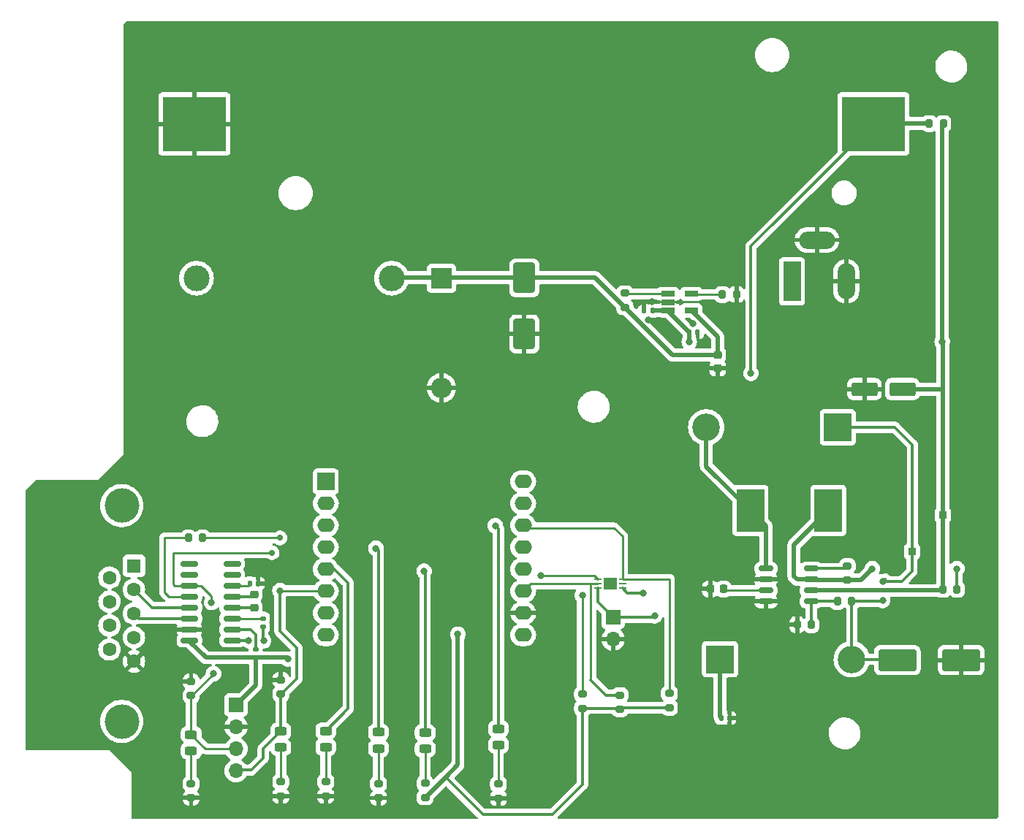
<source format=gtl>
G04 #@! TF.GenerationSoftware,KiCad,Pcbnew,(7.0.0-0)*
G04 #@! TF.CreationDate,2023-11-03T12:50:16+02:00*
G04 #@! TF.ProjectId,Untitled,556e7469-746c-4656-942e-6b696361645f,rev?*
G04 #@! TF.SameCoordinates,Original*
G04 #@! TF.FileFunction,Copper,L1,Top*
G04 #@! TF.FilePolarity,Positive*
%FSLAX46Y46*%
G04 Gerber Fmt 4.6, Leading zero omitted, Abs format (unit mm)*
G04 Created by KiCad (PCBNEW (7.0.0-0)) date 2023-11-03 12:50:16*
%MOMM*%
%LPD*%
G01*
G04 APERTURE LIST*
G04 Aperture macros list*
%AMRoundRect*
0 Rectangle with rounded corners*
0 $1 Rounding radius*
0 $2 $3 $4 $5 $6 $7 $8 $9 X,Y pos of 4 corners*
0 Add a 4 corners polygon primitive as box body*
4,1,4,$2,$3,$4,$5,$6,$7,$8,$9,$2,$3,0*
0 Add four circle primitives for the rounded corners*
1,1,$1+$1,$2,$3*
1,1,$1+$1,$4,$5*
1,1,$1+$1,$6,$7*
1,1,$1+$1,$8,$9*
0 Add four rect primitives between the rounded corners*
20,1,$1+$1,$2,$3,$4,$5,0*
20,1,$1+$1,$4,$5,$6,$7,0*
20,1,$1+$1,$6,$7,$8,$9,0*
20,1,$1+$1,$8,$9,$2,$3,0*%
G04 Aperture macros list end*
G04 #@! TA.AperFunction,SMDPad,CuDef*
%ADD10R,3.175000X4.950000*%
G04 #@! TD*
G04 #@! TA.AperFunction,SMDPad,CuDef*
%ADD11RoundRect,0.225000X-0.250000X0.225000X-0.250000X-0.225000X0.250000X-0.225000X0.250000X0.225000X0*%
G04 #@! TD*
G04 #@! TA.AperFunction,SMDPad,CuDef*
%ADD12RoundRect,0.243750X0.456250X-0.243750X0.456250X0.243750X-0.456250X0.243750X-0.456250X-0.243750X0*%
G04 #@! TD*
G04 #@! TA.AperFunction,SMDPad,CuDef*
%ADD13RoundRect,0.200000X-0.275000X0.200000X-0.275000X-0.200000X0.275000X-0.200000X0.275000X0.200000X0*%
G04 #@! TD*
G04 #@! TA.AperFunction,SMDPad,CuDef*
%ADD14RoundRect,0.200000X0.275000X-0.200000X0.275000X0.200000X-0.275000X0.200000X-0.275000X-0.200000X0*%
G04 #@! TD*
G04 #@! TA.AperFunction,SMDPad,CuDef*
%ADD15RoundRect,0.062500X0.350000X0.062500X-0.350000X0.062500X-0.350000X-0.062500X0.350000X-0.062500X0*%
G04 #@! TD*
G04 #@! TA.AperFunction,SMDPad,CuDef*
%ADD16R,1.650000X1.350000*%
G04 #@! TD*
G04 #@! TA.AperFunction,ComponentPad*
%ADD17R,3.200000X3.200000*%
G04 #@! TD*
G04 #@! TA.AperFunction,ComponentPad*
%ADD18O,3.200000X3.200000*%
G04 #@! TD*
G04 #@! TA.AperFunction,SMDPad,CuDef*
%ADD19RoundRect,0.225000X0.225000X0.250000X-0.225000X0.250000X-0.225000X-0.250000X0.225000X-0.250000X0*%
G04 #@! TD*
G04 #@! TA.AperFunction,SMDPad,CuDef*
%ADD20RoundRect,0.150000X0.825000X0.150000X-0.825000X0.150000X-0.825000X-0.150000X0.825000X-0.150000X0*%
G04 #@! TD*
G04 #@! TA.AperFunction,SMDPad,CuDef*
%ADD21R,7.340000X6.350000*%
G04 #@! TD*
G04 #@! TA.AperFunction,ComponentPad*
%ADD22R,2.000000X2.000000*%
G04 #@! TD*
G04 #@! TA.AperFunction,ComponentPad*
%ADD23O,2.000000X1.600000*%
G04 #@! TD*
G04 #@! TA.AperFunction,SMDPad,CuDef*
%ADD24RoundRect,0.140000X0.170000X-0.140000X0.170000X0.140000X-0.170000X0.140000X-0.170000X-0.140000X0*%
G04 #@! TD*
G04 #@! TA.AperFunction,ComponentPad*
%ADD25R,0.850000X0.850000*%
G04 #@! TD*
G04 #@! TA.AperFunction,SMDPad,CuDef*
%ADD26RoundRect,0.140000X0.140000X0.170000X-0.140000X0.170000X-0.140000X-0.170000X0.140000X-0.170000X0*%
G04 #@! TD*
G04 #@! TA.AperFunction,SMDPad,CuDef*
%ADD27RoundRect,0.200000X-0.200000X-0.275000X0.200000X-0.275000X0.200000X0.275000X-0.200000X0.275000X0*%
G04 #@! TD*
G04 #@! TA.AperFunction,SMDPad,CuDef*
%ADD28RoundRect,0.140000X-0.140000X-0.170000X0.140000X-0.170000X0.140000X0.170000X-0.140000X0.170000X0*%
G04 #@! TD*
G04 #@! TA.AperFunction,ComponentPad*
%ADD29R,1.700000X1.700000*%
G04 #@! TD*
G04 #@! TA.AperFunction,ComponentPad*
%ADD30O,1.700000X1.700000*%
G04 #@! TD*
G04 #@! TA.AperFunction,SMDPad,CuDef*
%ADD31RoundRect,0.250000X-1.000000X1.500000X-1.000000X-1.500000X1.000000X-1.500000X1.000000X1.500000X0*%
G04 #@! TD*
G04 #@! TA.AperFunction,SMDPad,CuDef*
%ADD32R,1.560000X0.650000*%
G04 #@! TD*
G04 #@! TA.AperFunction,SMDPad,CuDef*
%ADD33RoundRect,0.200000X0.200000X0.275000X-0.200000X0.275000X-0.200000X-0.275000X0.200000X-0.275000X0*%
G04 #@! TD*
G04 #@! TA.AperFunction,SMDPad,CuDef*
%ADD34RoundRect,0.225000X0.250000X-0.225000X0.250000X0.225000X-0.250000X0.225000X-0.250000X-0.225000X0*%
G04 #@! TD*
G04 #@! TA.AperFunction,ComponentPad*
%ADD35C,4.000000*%
G04 #@! TD*
G04 #@! TA.AperFunction,ComponentPad*
%ADD36R,1.600000X1.600000*%
G04 #@! TD*
G04 #@! TA.AperFunction,ComponentPad*
%ADD37C,1.600000*%
G04 #@! TD*
G04 #@! TA.AperFunction,ComponentPad*
%ADD38R,2.400000X2.400000*%
G04 #@! TD*
G04 #@! TA.AperFunction,ComponentPad*
%ADD39O,2.400000X2.400000*%
G04 #@! TD*
G04 #@! TA.AperFunction,SMDPad,CuDef*
%ADD40RoundRect,0.150000X-0.675000X-0.150000X0.675000X-0.150000X0.675000X0.150000X-0.675000X0.150000X0*%
G04 #@! TD*
G04 #@! TA.AperFunction,SMDPad,CuDef*
%ADD41RoundRect,0.250000X1.250000X0.550000X-1.250000X0.550000X-1.250000X-0.550000X1.250000X-0.550000X0*%
G04 #@! TD*
G04 #@! TA.AperFunction,ComponentPad*
%ADD42R,2.000000X4.600000*%
G04 #@! TD*
G04 #@! TA.AperFunction,ComponentPad*
%ADD43O,2.000000X4.200000*%
G04 #@! TD*
G04 #@! TA.AperFunction,ComponentPad*
%ADD44O,4.200000X2.000000*%
G04 #@! TD*
G04 #@! TA.AperFunction,SMDPad,CuDef*
%ADD45RoundRect,0.250000X-1.950000X-1.000000X1.950000X-1.000000X1.950000X1.000000X-1.950000X1.000000X0*%
G04 #@! TD*
G04 #@! TA.AperFunction,ComponentPad*
%ADD46C,3.000000*%
G04 #@! TD*
G04 #@! TA.AperFunction,ViaPad*
%ADD47C,0.800000*%
G04 #@! TD*
G04 #@! TA.AperFunction,ViaPad*
%ADD48C,0.700000*%
G04 #@! TD*
G04 #@! TA.AperFunction,Conductor*
%ADD49C,0.500000*%
G04 #@! TD*
G04 #@! TA.AperFunction,Conductor*
%ADD50C,0.300000*%
G04 #@! TD*
G04 #@! TA.AperFunction,Conductor*
%ADD51C,0.250000*%
G04 #@! TD*
G04 APERTURE END LIST*
D10*
X177707499Y-80263999D03*
X168692499Y-80263999D03*
D11*
X164900000Y-62225000D03*
X164900000Y-63775000D03*
D12*
X119500000Y-107677500D03*
X119500000Y-105802500D03*
D13*
X103900000Y-111925500D03*
X103900000Y-113575500D03*
X139500000Y-111949000D03*
X139500000Y-113599000D03*
D14*
X154150000Y-56712000D03*
X154150000Y-55062000D03*
D13*
X125600000Y-111935000D03*
X125600000Y-113585000D03*
D14*
X149241000Y-103188000D03*
X149241000Y-101538000D03*
D15*
X153882500Y-89252000D03*
X153882500Y-88752000D03*
X153882500Y-88252000D03*
X151007500Y-88252000D03*
X151007500Y-88752000D03*
X151007500Y-89252000D03*
D16*
X152444999Y-88751999D03*
D17*
X165179999Y-97499999D03*
D18*
X180419999Y-97499999D03*
D19*
X165576000Y-89366000D03*
X164026000Y-89366000D03*
D20*
X108647000Y-95312000D03*
X108647000Y-94042000D03*
X108647000Y-92772000D03*
X108647000Y-91502000D03*
X108647000Y-90232000D03*
X108647000Y-88962000D03*
X108647000Y-87692000D03*
X108647000Y-86422000D03*
X103697000Y-86422000D03*
X103697000Y-87692000D03*
X103697000Y-88962000D03*
X103697000Y-90232000D03*
X103697000Y-91502000D03*
X103697000Y-92772000D03*
X103697000Y-94042000D03*
X103697000Y-95312000D03*
D14*
X103900000Y-101725000D03*
X103900000Y-100075000D03*
D21*
X182941599Y-35458399D03*
X104281599Y-35458399D03*
D22*
X119499999Y-76899999D03*
D23*
X119499999Y-79439999D03*
X119499999Y-81979999D03*
X119499999Y-84519999D03*
X119499999Y-87059999D03*
X119499999Y-89599999D03*
X119499999Y-92139999D03*
X119499999Y-94679999D03*
X142359999Y-94679999D03*
X142359999Y-92139999D03*
X142359999Y-89599999D03*
X142359999Y-87059999D03*
X142359999Y-84519999D03*
X142359999Y-81979999D03*
X142359999Y-79439999D03*
X142359999Y-76899999D03*
D12*
X131000000Y-107877500D03*
X131000000Y-106002500D03*
D14*
X159300000Y-103125000D03*
X159300000Y-101475000D03*
D24*
X112203000Y-93732000D03*
X112203000Y-92772000D03*
D12*
X139500000Y-107440000D03*
X139500000Y-105565000D03*
D25*
X187399999Y-84999999D03*
D26*
X157350000Y-57112000D03*
X156390000Y-57112000D03*
D27*
X165425000Y-55212000D03*
X167075000Y-55212000D03*
D28*
X110707000Y-88708000D03*
X111667000Y-88708000D03*
D29*
X109099999Y-102799999D03*
D30*
X109099999Y-105339999D03*
X109099999Y-107879999D03*
X109099999Y-110419999D03*
D28*
X161600000Y-59600000D03*
X162560000Y-59600000D03*
D13*
X114296000Y-111703500D03*
X114296000Y-113353500D03*
D14*
X153600000Y-103300000D03*
X153600000Y-101650000D03*
D17*
X178815999Y-70611999D03*
D18*
X163575999Y-70611999D03*
D31*
X142500000Y-53292500D03*
X142500000Y-59792500D03*
D32*
X159149999Y-55149999D03*
X159149999Y-56099999D03*
X159149999Y-57049999D03*
X161849999Y-57049999D03*
X161849999Y-55149999D03*
D12*
X114296000Y-107702500D03*
X114296000Y-105827500D03*
D29*
X152779999Y-92644999D03*
D30*
X152779999Y-95184999D03*
D12*
X103900000Y-108100000D03*
X103900000Y-106225000D03*
D33*
X191050000Y-35400000D03*
X189400000Y-35400000D03*
D13*
X119500000Y-111694000D03*
X119500000Y-113344000D03*
D12*
X125600000Y-107840000D03*
X125600000Y-105965000D03*
D34*
X111187000Y-91515000D03*
X111187000Y-89965000D03*
D35*
X95859531Y-79703200D03*
X95859531Y-104703200D03*
D36*
X97279530Y-86663199D03*
D37*
X97279531Y-89433200D03*
X97279531Y-92203200D03*
X97279531Y-94973200D03*
X97279531Y-97743200D03*
X94439531Y-88048200D03*
X94439531Y-90818200D03*
X94439531Y-93588200D03*
X94439531Y-96358200D03*
D14*
X179920000Y-88325000D03*
X179920000Y-86675000D03*
D33*
X192625000Y-89400000D03*
X190975000Y-89400000D03*
D27*
X178775000Y-90800000D03*
X180425000Y-90800000D03*
D38*
X132899999Y-53349999D03*
D39*
X132899999Y-66049999D03*
D40*
X170495000Y-86995000D03*
X170495000Y-88265000D03*
X170495000Y-89535000D03*
X170495000Y-90805000D03*
X175745000Y-90805000D03*
X175745000Y-89535000D03*
X175745000Y-88265000D03*
X175745000Y-86995000D03*
D14*
X131000000Y-113528500D03*
X131000000Y-111878500D03*
D41*
X186300000Y-66200000D03*
X181900000Y-66200000D03*
D27*
X174095000Y-93500000D03*
X175745000Y-93500000D03*
D42*
X173499999Y-53699999D03*
D43*
X179799999Y-53699999D03*
D44*
X176399999Y-48899999D03*
D45*
X185700000Y-97600000D03*
X193100000Y-97600000D03*
D28*
X165320000Y-104300000D03*
X166280000Y-104300000D03*
D14*
X114300000Y-101537500D03*
X114300000Y-99887500D03*
D46*
X104524000Y-53340000D03*
X127124000Y-53340000D03*
D27*
X103575000Y-83440000D03*
X105225000Y-83440000D03*
D25*
X190999999Y-80799999D03*
D24*
X111380000Y-97320000D03*
X111380000Y-96360000D03*
D47*
X157580000Y-92480000D03*
X168740000Y-64340000D03*
X156900000Y-58130000D03*
X157320000Y-56020000D03*
X155700000Y-56250000D03*
X162060000Y-58630000D03*
X112300000Y-95360000D03*
X110560000Y-95340000D03*
X115100000Y-97470000D03*
X156300000Y-89800000D03*
X161600000Y-60700000D03*
X190900000Y-60700000D03*
X184000000Y-88500000D03*
X184000000Y-90700000D03*
X106260000Y-90920000D03*
D48*
X113284000Y-85152000D03*
D47*
X106490000Y-99180000D03*
D48*
X114200000Y-83440000D03*
D47*
X114200000Y-89540000D03*
X125300000Y-84640000D03*
X130890000Y-87280000D03*
X139150000Y-82020000D03*
X192600000Y-87000000D03*
X182800000Y-87000000D03*
X134800000Y-94600000D03*
X144415000Y-87822000D03*
X149200000Y-90100000D03*
D49*
X173736000Y-84235500D02*
X173736000Y-87884000D01*
X175745000Y-88265000D02*
X174117000Y-88265000D01*
X174117000Y-88265000D02*
X173736000Y-87884000D01*
X177707500Y-80264000D02*
X173736000Y-84235500D01*
X163576000Y-70612000D02*
X163576000Y-75147500D01*
X163576000Y-75147500D02*
X168692500Y-80264000D01*
X170495000Y-86995000D02*
X170495000Y-82066500D01*
X170495000Y-82066500D02*
X168692500Y-80264000D01*
X181500000Y-88300000D02*
X175780000Y-88300000D01*
D50*
X187452000Y-84948000D02*
X187452000Y-72644000D01*
X187400000Y-85000000D02*
X187452000Y-84948000D01*
X187452000Y-72644000D02*
X185420000Y-70612000D01*
X185420000Y-70612000D02*
X178816000Y-70612000D01*
X152780000Y-92645000D02*
X157415000Y-92645000D01*
X168740000Y-64340000D02*
X168740000Y-49660000D01*
X157415000Y-92645000D02*
X157580000Y-92480000D01*
X151007500Y-90872500D02*
X152780000Y-92645000D01*
X151007500Y-89252000D02*
X151007500Y-90872500D01*
X168740000Y-49660000D02*
X182941600Y-35458400D01*
D49*
X183000000Y-35400000D02*
X182941600Y-35458400D01*
X189400000Y-35400000D02*
X183000000Y-35400000D01*
D51*
X110453000Y-88962000D02*
X110707000Y-88708000D01*
X108647000Y-88962000D02*
X110453000Y-88962000D01*
D50*
X112203000Y-93732000D02*
X112203000Y-95263000D01*
X110532000Y-95312000D02*
X108647000Y-95312000D01*
X112203000Y-95263000D02*
X112300000Y-95360000D01*
X110560000Y-95340000D02*
X110532000Y-95312000D01*
D51*
X108647000Y-92772000D02*
X112203000Y-92772000D01*
D49*
X114950000Y-97320000D02*
X115100000Y-97470000D01*
X165180000Y-104160000D02*
X165320000Y-104300000D01*
X105600000Y-97320000D02*
X111380000Y-97320000D01*
X111380000Y-97320000D02*
X111380000Y-100520000D01*
X103697000Y-95417000D02*
X105600000Y-97320000D01*
X165180000Y-97500000D02*
X165180000Y-104160000D01*
X103697000Y-95312000D02*
X103697000Y-95417000D01*
X111380000Y-97320000D02*
X114950000Y-97320000D01*
X111380000Y-100520000D02*
X109100000Y-102800000D01*
X159663000Y-62225000D02*
X164900000Y-62225000D01*
X154150000Y-56712000D02*
X159663000Y-62225000D01*
X127202000Y-53262000D02*
X127124000Y-53340000D01*
X150700000Y-53262000D02*
X154150000Y-56712000D01*
X164900000Y-60100000D02*
X164900000Y-62225000D01*
X150700000Y-53262000D02*
X127202000Y-53262000D01*
X161850000Y-57050000D02*
X164900000Y-60100000D01*
D50*
X108647000Y-91502000D02*
X111174000Y-91502000D01*
X111174000Y-91502000D02*
X111187000Y-91515000D01*
X108647000Y-90232000D02*
X111161000Y-90232000D01*
X156300000Y-89800000D02*
X154430500Y-89800000D01*
D49*
X190900000Y-35550000D02*
X191050000Y-35400000D01*
X190840000Y-89535000D02*
X190975000Y-89400000D01*
X161600000Y-59600000D02*
X161600000Y-60700000D01*
X191000000Y-60800000D02*
X191000000Y-66200000D01*
X190975000Y-89400000D02*
X190975000Y-80825000D01*
D50*
X154430500Y-89800000D02*
X153882500Y-89252000D01*
D49*
X190900000Y-60700000D02*
X190900000Y-35550000D01*
X190900000Y-60700000D02*
X191000000Y-60800000D01*
X161600000Y-59600000D02*
X159150000Y-57150000D01*
X190975000Y-80825000D02*
X191000000Y-80800000D01*
X186300000Y-66200000D02*
X191000000Y-66200000D01*
X175745000Y-89535000D02*
X190840000Y-89535000D01*
X157412000Y-57050000D02*
X157350000Y-57112000D01*
X191000000Y-80800000D02*
X191000000Y-66200000D01*
X159150000Y-57050000D02*
X157412000Y-57050000D01*
D50*
X111380000Y-94630000D02*
X110792000Y-94042000D01*
X110792000Y-94042000D02*
X108647000Y-94042000D01*
X111380000Y-96360000D02*
X111380000Y-94630000D01*
X180425000Y-97495000D02*
X180420000Y-97500000D01*
X187400000Y-85000000D02*
X187400000Y-87300000D01*
X183900000Y-90800000D02*
X180425000Y-90800000D01*
X180420000Y-97500000D02*
X185600000Y-97500000D01*
X186200000Y-88500000D02*
X184000000Y-88500000D01*
X184300000Y-88200000D02*
X184000000Y-88500000D01*
X187400000Y-87300000D02*
X186200000Y-88500000D01*
X185600000Y-97500000D02*
X185700000Y-97600000D01*
X184000000Y-90700000D02*
X183900000Y-90800000D01*
X180425000Y-90800000D02*
X180425000Y-97495000D01*
D51*
X170495000Y-89535000D02*
X165745000Y-89535000D01*
X165745000Y-89535000D02*
X165576000Y-89366000D01*
X103900000Y-108100000D02*
X103900000Y-111925500D01*
X106490000Y-99180000D02*
X106490000Y-99222500D01*
X103900000Y-101812500D02*
X103900000Y-106225000D01*
X105062000Y-88962000D02*
X103697000Y-88962000D01*
X102032000Y-88962000D02*
X103697000Y-88962000D01*
X105555000Y-107880000D02*
X109100000Y-107880000D01*
X103900000Y-106225000D02*
X105555000Y-107880000D01*
X106260000Y-90160000D02*
X105062000Y-88962000D01*
X101854000Y-85152000D02*
X101854000Y-88784000D01*
X113284000Y-85152000D02*
X101854000Y-85152000D01*
X101854000Y-88784000D02*
X102032000Y-88962000D01*
X106260000Y-90160000D02*
X106260000Y-90920000D01*
X106490000Y-99222500D02*
X103900000Y-101812500D01*
X114296000Y-107702500D02*
X114296000Y-111703500D01*
D50*
X114300000Y-101625000D02*
X114300000Y-105823500D01*
X116150000Y-96210000D02*
X114200000Y-94260000D01*
X116150000Y-99775000D02*
X116150000Y-96210000D01*
X114300000Y-105823500D02*
X114296000Y-105827500D01*
X112250000Y-108960000D02*
X110860000Y-110350000D01*
X114200000Y-94260000D02*
X114200000Y-89540000D01*
D51*
X114200000Y-83440000D02*
X105225000Y-83440000D01*
X114200000Y-89540000D02*
X119440000Y-89540000D01*
X119440000Y-89540000D02*
X119500000Y-89600000D01*
D50*
X112250000Y-107873500D02*
X114296000Y-105827500D01*
X109170000Y-110350000D02*
X109100000Y-110420000D01*
X112250000Y-107873500D02*
X112250000Y-108960000D01*
X114300000Y-101625000D02*
X116150000Y-99775000D01*
X110860000Y-110350000D02*
X109170000Y-110350000D01*
D51*
X119500000Y-107677500D02*
X119500000Y-111694000D01*
D50*
X122090000Y-103212500D02*
X122090000Y-88660000D01*
X122090000Y-88660000D02*
X120490000Y-87060000D01*
X120490000Y-87060000D02*
X119500000Y-87060000D01*
X119500000Y-105802500D02*
X122090000Y-103212500D01*
D51*
X125600000Y-107840000D02*
X125600000Y-111935000D01*
D50*
X125600000Y-105965000D02*
X125600000Y-84940000D01*
X125600000Y-84940000D02*
X125300000Y-84640000D01*
D51*
X131000000Y-107877500D02*
X131000000Y-111878500D01*
D50*
X130890000Y-87280000D02*
X131000000Y-87390000D01*
X131000000Y-87390000D02*
X131000000Y-106002500D01*
D51*
X139500000Y-107440000D02*
X139500000Y-111949000D01*
D50*
X139500000Y-82370000D02*
X139150000Y-82020000D01*
X139500000Y-105565000D02*
X139500000Y-82370000D01*
X97848331Y-92772000D02*
X97279531Y-92203200D01*
X103697000Y-92772000D02*
X97848331Y-92772000D01*
X103697000Y-91502000D02*
X99348331Y-91502000D01*
X99348331Y-91502000D02*
X97279531Y-89433200D01*
X192625000Y-89400000D02*
X192625000Y-87025000D01*
D49*
X181500000Y-88300000D02*
X182800000Y-87000000D01*
D50*
X179600000Y-86995000D02*
X179920000Y-86675000D01*
X175745000Y-86995000D02*
X179600000Y-86995000D01*
X178775000Y-90800000D02*
X175750000Y-90800000D01*
X175745000Y-90805000D02*
X175745000Y-93500000D01*
X175750000Y-90800000D02*
X175745000Y-90805000D01*
D51*
X165425000Y-55212000D02*
X161912000Y-55212000D01*
X161912000Y-55212000D02*
X161850000Y-55150000D01*
X154238000Y-55150000D02*
X154150000Y-55062000D01*
X159150000Y-55150000D02*
X154238000Y-55150000D01*
D50*
X145750000Y-115490000D02*
X137700000Y-115490000D01*
X159300000Y-103125000D02*
X153775000Y-103125000D01*
D49*
X133369250Y-111159250D02*
X131000000Y-113528500D01*
D50*
X149241000Y-103188000D02*
X153488000Y-103188000D01*
X149241000Y-103188000D02*
X149241000Y-111999000D01*
X153775000Y-103125000D02*
X153600000Y-103300000D01*
D49*
X134800000Y-109728500D02*
X133369250Y-111159250D01*
X134800000Y-94600000D02*
X134800000Y-109728500D01*
D50*
X137700000Y-115490000D02*
X133369250Y-111159250D01*
X149241000Y-111999000D02*
X145750000Y-115490000D01*
X153488000Y-103188000D02*
X153600000Y-103300000D01*
D51*
X150200000Y-88752000D02*
X150200000Y-99921000D01*
D50*
X151929000Y-101650000D02*
X150200000Y-99921000D01*
X153600000Y-101650000D02*
X151929000Y-101650000D01*
D51*
X151007500Y-88752000D02*
X150200000Y-88752000D01*
X143208000Y-88752000D02*
X142360000Y-89600000D01*
X150200000Y-88752000D02*
X143208000Y-88752000D01*
X149200000Y-90100000D02*
X149200000Y-101497000D01*
X151007500Y-88252000D02*
X150577500Y-87822000D01*
X149200000Y-101497000D02*
X149241000Y-101538000D01*
X150577500Y-87822000D02*
X144415000Y-87822000D01*
X159323000Y-88252000D02*
X159323000Y-101452000D01*
X153882500Y-83272500D02*
X152900000Y-82290000D01*
X153882500Y-88252000D02*
X153882500Y-83272500D01*
X152900000Y-82290000D02*
X142670000Y-82290000D01*
X159323000Y-101452000D02*
X159300000Y-101475000D01*
X153882500Y-88252000D02*
X159323000Y-88252000D01*
X142670000Y-82290000D02*
X142360000Y-81980000D01*
X100838000Y-89724000D02*
X101346000Y-90232000D01*
X103575000Y-83440000D02*
X100838000Y-83440000D01*
X101346000Y-90232000D02*
X103697000Y-90232000D01*
X100838000Y-83440000D02*
X100838000Y-89724000D01*
G04 #@! TA.AperFunction,Conductor*
G36*
X110567500Y-98087113D02*
G01*
X110612887Y-98132500D01*
X110629500Y-98194500D01*
X110629500Y-100157771D01*
X110620061Y-100205224D01*
X110593181Y-100245452D01*
X109425450Y-101413181D01*
X109385222Y-101440061D01*
X109337769Y-101449500D01*
X108205439Y-101449500D01*
X108205420Y-101449500D01*
X108202128Y-101449501D01*
X108198850Y-101449853D01*
X108198838Y-101449854D01*
X108150231Y-101455079D01*
X108150225Y-101455080D01*
X108142517Y-101455909D01*
X108135252Y-101458618D01*
X108135246Y-101458620D01*
X108015980Y-101503104D01*
X108015978Y-101503104D01*
X108007669Y-101506204D01*
X108000572Y-101511516D01*
X108000568Y-101511519D01*
X107899550Y-101587141D01*
X107899546Y-101587144D01*
X107892454Y-101592454D01*
X107887144Y-101599546D01*
X107887141Y-101599550D01*
X107811519Y-101700568D01*
X107811516Y-101700572D01*
X107806204Y-101707669D01*
X107803104Y-101715978D01*
X107803104Y-101715980D01*
X107758620Y-101835247D01*
X107758619Y-101835250D01*
X107755909Y-101842517D01*
X107755079Y-101850227D01*
X107755079Y-101850232D01*
X107749855Y-101898819D01*
X107749854Y-101898831D01*
X107749500Y-101902127D01*
X107749500Y-101905448D01*
X107749500Y-101905449D01*
X107749500Y-103694560D01*
X107749500Y-103694578D01*
X107749501Y-103697872D01*
X107749853Y-103701150D01*
X107749854Y-103701161D01*
X107755079Y-103749768D01*
X107755080Y-103749773D01*
X107755909Y-103757483D01*
X107758619Y-103764749D01*
X107758620Y-103764753D01*
X107766149Y-103784939D01*
X107806204Y-103892331D01*
X107811518Y-103899430D01*
X107811519Y-103899431D01*
X107840517Y-103938168D01*
X107892454Y-104007546D01*
X108007669Y-104093796D01*
X108139598Y-104143002D01*
X108189977Y-104177981D01*
X108217431Y-104232825D01*
X108215242Y-104294118D01*
X108183947Y-104346865D01*
X108065714Y-104465098D01*
X108058784Y-104473357D01*
X107929508Y-104657982D01*
X107924110Y-104667332D01*
X107828856Y-104871602D01*
X107825168Y-104881736D01*
X107773056Y-105076219D01*
X107772688Y-105087448D01*
X107783631Y-105090000D01*
X110416369Y-105090000D01*
X110427311Y-105087448D01*
X110426943Y-105076219D01*
X110374831Y-104881736D01*
X110371143Y-104871602D01*
X110275889Y-104667332D01*
X110270491Y-104657982D01*
X110141215Y-104473357D01*
X110134280Y-104465092D01*
X110016053Y-104346865D01*
X109984757Y-104294119D01*
X109982568Y-104232825D01*
X110010022Y-104177981D01*
X110060398Y-104143003D01*
X110192331Y-104093796D01*
X110307546Y-104007546D01*
X110393796Y-103892331D01*
X110444091Y-103757483D01*
X110450500Y-103697873D01*
X110450499Y-102562228D01*
X110459938Y-102514776D01*
X110486815Y-102474551D01*
X111865642Y-101095724D01*
X111879266Y-101083950D01*
X111898530Y-101069610D01*
X111930366Y-101031667D01*
X111937680Y-101023688D01*
X111938264Y-101023103D01*
X111941591Y-101019777D01*
X111960833Y-100995439D01*
X111963090Y-100992670D01*
X112006654Y-100940753D01*
X112006653Y-100940753D01*
X112011302Y-100935214D01*
X112014548Y-100928748D01*
X112016436Y-100925879D01*
X112016645Y-100925589D01*
X112016819Y-100925278D01*
X112018624Y-100922350D01*
X112023111Y-100916677D01*
X112054834Y-100848645D01*
X112056349Y-100845514D01*
X112090040Y-100778433D01*
X112091708Y-100771391D01*
X112092878Y-100768178D01*
X112093022Y-100767830D01*
X112093118Y-100767492D01*
X112094199Y-100764227D01*
X112097257Y-100757673D01*
X112112450Y-100684088D01*
X112113186Y-100680771D01*
X112130500Y-100607721D01*
X112130500Y-100600489D01*
X112130900Y-100597067D01*
X112130957Y-100596714D01*
X112130972Y-100596374D01*
X112131273Y-100592931D01*
X112132734Y-100585856D01*
X112130552Y-100510870D01*
X112130500Y-100507263D01*
X112130500Y-99623643D01*
X113325661Y-99623643D01*
X113328450Y-99634049D01*
X113341326Y-99637500D01*
X114033674Y-99637500D01*
X114046549Y-99634049D01*
X114050000Y-99621174D01*
X114050000Y-99003827D01*
X114046549Y-98990951D01*
X114033674Y-98987501D01*
X113971247Y-98987501D01*
X113965613Y-98987756D01*
X113904429Y-98993315D01*
X113891630Y-98995861D01*
X113742767Y-99042248D01*
X113729179Y-99048364D01*
X113596543Y-99128545D01*
X113584822Y-99137728D01*
X113475228Y-99247322D01*
X113466045Y-99259043D01*
X113385864Y-99391679D01*
X113379748Y-99405267D01*
X113333361Y-99554127D01*
X113330815Y-99566931D01*
X113325661Y-99623643D01*
X112130500Y-99623643D01*
X112130500Y-98194500D01*
X112147113Y-98132500D01*
X112192500Y-98087113D01*
X112254500Y-98070500D01*
X114373741Y-98070500D01*
X114424176Y-98081220D01*
X114465890Y-98111527D01*
X114489776Y-98138055D01*
X114489782Y-98138061D01*
X114494129Y-98142888D01*
X114647270Y-98254151D01*
X114820197Y-98331144D01*
X115005354Y-98370500D01*
X115188143Y-98370500D01*
X115194646Y-98370500D01*
X115349721Y-98337538D01*
X115404447Y-98338254D01*
X115453536Y-98362462D01*
X115487421Y-98405445D01*
X115499500Y-98458828D01*
X115499500Y-99454192D01*
X115490060Y-99501648D01*
X115463178Y-99541875D01*
X115458159Y-99546895D01*
X115455458Y-99549596D01*
X115401074Y-99581356D01*
X115338103Y-99582305D01*
X115282788Y-99552197D01*
X115249397Y-99498800D01*
X115220250Y-99405265D01*
X115214135Y-99391679D01*
X115133954Y-99259043D01*
X115124771Y-99247322D01*
X115015177Y-99137728D01*
X115003456Y-99128545D01*
X114870820Y-99048364D01*
X114857232Y-99042248D01*
X114708372Y-98995861D01*
X114695568Y-98993315D01*
X114634384Y-98987755D01*
X114628756Y-98987500D01*
X114566326Y-98987500D01*
X114553450Y-98990950D01*
X114550000Y-99003826D01*
X114550000Y-100013500D01*
X114533387Y-100075500D01*
X114488000Y-100120887D01*
X114426000Y-100137500D01*
X113341327Y-100137500D01*
X113328451Y-100140950D01*
X113325662Y-100151356D01*
X113330815Y-100208070D01*
X113333361Y-100220869D01*
X113379748Y-100369732D01*
X113385864Y-100383320D01*
X113466045Y-100515956D01*
X113475228Y-100527677D01*
X113572016Y-100624465D01*
X113604110Y-100680052D01*
X113604110Y-100744240D01*
X113572016Y-100799827D01*
X113474831Y-100897011D01*
X113474827Y-100897015D01*
X113469528Y-100902315D01*
X113465651Y-100908727D01*
X113465648Y-100908732D01*
X113385400Y-101041478D01*
X113385398Y-101041482D01*
X113381522Y-101047894D01*
X113379292Y-101055048D01*
X113379292Y-101055050D01*
X113332864Y-101204042D01*
X113332861Y-101204053D01*
X113330914Y-101210304D01*
X113330320Y-101216835D01*
X113330320Y-101216838D01*
X113327984Y-101242550D01*
X113324500Y-101280884D01*
X113324500Y-101794116D01*
X113324754Y-101796919D01*
X113324755Y-101796925D01*
X113330320Y-101858161D01*
X113330914Y-101864696D01*
X113332862Y-101870948D01*
X113332864Y-101870957D01*
X113367347Y-101981616D01*
X113381522Y-102027106D01*
X113385399Y-102033520D01*
X113385400Y-102033521D01*
X113452909Y-102145195D01*
X113469528Y-102172685D01*
X113589815Y-102292972D01*
X113596231Y-102296850D01*
X113601975Y-102301351D01*
X113636988Y-102344678D01*
X113649500Y-102398960D01*
X113649500Y-104773204D01*
X113638877Y-104823420D01*
X113608829Y-104865032D01*
X113564503Y-104890910D01*
X113529932Y-104902365D01*
X113529925Y-104902367D01*
X113523075Y-104904638D01*
X113516931Y-104908427D01*
X113516926Y-104908430D01*
X113381148Y-104992179D01*
X113381142Y-104992183D01*
X113374997Y-104995974D01*
X113369890Y-105001080D01*
X113369886Y-105001084D01*
X113257084Y-105113886D01*
X113257080Y-105113890D01*
X113251974Y-105118997D01*
X113248183Y-105125142D01*
X113248179Y-105125148D01*
X113164430Y-105260926D01*
X113164427Y-105260931D01*
X113160638Y-105267075D01*
X113158367Y-105273926D01*
X113158366Y-105273930D01*
X113108043Y-105425796D01*
X113105913Y-105432225D01*
X113105225Y-105438955D01*
X113105224Y-105438962D01*
X113095819Y-105531020D01*
X113095818Y-105531038D01*
X113095500Y-105534152D01*
X113095500Y-105537301D01*
X113095500Y-106056692D01*
X113086061Y-106104145D01*
X113059181Y-106144373D01*
X111847354Y-107356198D01*
X111838719Y-107364056D01*
X111838639Y-107364121D01*
X111832060Y-107368298D01*
X111826727Y-107373976D01*
X111826722Y-107373981D01*
X111784132Y-107419334D01*
X111781428Y-107422125D01*
X111761089Y-107442465D01*
X111758712Y-107445528D01*
X111758688Y-107445556D01*
X111758363Y-107445976D01*
X111750807Y-107454821D01*
X111724892Y-107482419D01*
X111724887Y-107482424D01*
X111719552Y-107488107D01*
X111715797Y-107494936D01*
X111715789Y-107494948D01*
X111709321Y-107506713D01*
X111698647Y-107522964D01*
X111685638Y-107539736D01*
X111682541Y-107546891D01*
X111682540Y-107546894D01*
X111667506Y-107581633D01*
X111662370Y-107592116D01*
X111644130Y-107625296D01*
X111644127Y-107625302D01*
X111640373Y-107632132D01*
X111638434Y-107639680D01*
X111638431Y-107639690D01*
X111635089Y-107652704D01*
X111628792Y-107671096D01*
X111623464Y-107683410D01*
X111623462Y-107683416D01*
X111620365Y-107690574D01*
X111619145Y-107698272D01*
X111619144Y-107698278D01*
X111613223Y-107735662D01*
X111610855Y-107747093D01*
X111599500Y-107791323D01*
X111599500Y-107799125D01*
X111599500Y-107812546D01*
X111597973Y-107831945D01*
X111595873Y-107845197D01*
X111595872Y-107845204D01*
X111594653Y-107852905D01*
X111595387Y-107860670D01*
X111595387Y-107860672D01*
X111598950Y-107898360D01*
X111599500Y-107910030D01*
X111599500Y-108639192D01*
X111590061Y-108686645D01*
X111563181Y-108726873D01*
X110626873Y-109663181D01*
X110586645Y-109690061D01*
X110539192Y-109699500D01*
X110308707Y-109699500D01*
X110251450Y-109685489D01*
X110207132Y-109646623D01*
X110141600Y-109553034D01*
X110138495Y-109548599D01*
X109971401Y-109381505D01*
X109966968Y-109378401D01*
X109966961Y-109378395D01*
X109785842Y-109251575D01*
X109746976Y-109207257D01*
X109732965Y-109150000D01*
X109746976Y-109092743D01*
X109785842Y-109048425D01*
X109966961Y-108921604D01*
X109966961Y-108921603D01*
X109971401Y-108918495D01*
X110138495Y-108751401D01*
X110274035Y-108557830D01*
X110373903Y-108343663D01*
X110435063Y-108115408D01*
X110455659Y-107880000D01*
X110435063Y-107644592D01*
X110373903Y-107416337D01*
X110274035Y-107202171D01*
X110138495Y-107008599D01*
X109971401Y-106841505D01*
X109966970Y-106838402D01*
X109966966Y-106838399D01*
X109785405Y-106711269D01*
X109746540Y-106666951D01*
X109732529Y-106609694D01*
X109746540Y-106552437D01*
X109785406Y-106508119D01*
X109966638Y-106381219D01*
X109974909Y-106374278D01*
X110134278Y-106214909D01*
X110141215Y-106206643D01*
X110270498Y-106022008D01*
X110275886Y-106012676D01*
X110371143Y-105808397D01*
X110374831Y-105798263D01*
X110426943Y-105603780D01*
X110427311Y-105592551D01*
X110416369Y-105590000D01*
X107783631Y-105590000D01*
X107772688Y-105592551D01*
X107773056Y-105603780D01*
X107825168Y-105798263D01*
X107828856Y-105808397D01*
X107924113Y-106012676D01*
X107929501Y-106022008D01*
X108058784Y-106206643D01*
X108065721Y-106214909D01*
X108225090Y-106374278D01*
X108233356Y-106381215D01*
X108414595Y-106508120D01*
X108453460Y-106552438D01*
X108467471Y-106609695D01*
X108453460Y-106666952D01*
X108414594Y-106711270D01*
X108233034Y-106838399D01*
X108233029Y-106838402D01*
X108228599Y-106841505D01*
X108224775Y-106845328D01*
X108224769Y-106845334D01*
X108065334Y-107004769D01*
X108065328Y-107004775D01*
X108061505Y-107008599D01*
X108058402Y-107013029D01*
X108058399Y-107013034D01*
X107989855Y-107110926D01*
X107968045Y-107142075D01*
X107926349Y-107201623D01*
X107882031Y-107240489D01*
X107824774Y-107254500D01*
X105865453Y-107254500D01*
X105818000Y-107245061D01*
X105777772Y-107218181D01*
X105136819Y-106577228D01*
X105109939Y-106537000D01*
X105100500Y-106489547D01*
X105100500Y-105934801D01*
X105100500Y-105931652D01*
X105090087Y-105829725D01*
X105035362Y-105664575D01*
X104944026Y-105516497D01*
X104821003Y-105393474D01*
X104814853Y-105389680D01*
X104814851Y-105389679D01*
X104679073Y-105305930D01*
X104679072Y-105305929D01*
X104672925Y-105302138D01*
X104610495Y-105281450D01*
X104566171Y-105255572D01*
X104536123Y-105213960D01*
X104525500Y-105163745D01*
X104525500Y-102601602D01*
X104541494Y-102540686D01*
X104585351Y-102495485D01*
X104603765Y-102484353D01*
X104603764Y-102484353D01*
X104610185Y-102480472D01*
X104730472Y-102360185D01*
X104818478Y-102214606D01*
X104869086Y-102052196D01*
X104875500Y-101981616D01*
X104875500Y-101772952D01*
X104884939Y-101725499D01*
X104911819Y-101685271D01*
X106480272Y-100116819D01*
X106520500Y-100089939D01*
X106567953Y-100080500D01*
X106578143Y-100080500D01*
X106584646Y-100080500D01*
X106769803Y-100041144D01*
X106942730Y-99964151D01*
X107095871Y-99852888D01*
X107222533Y-99712216D01*
X107317179Y-99548284D01*
X107375674Y-99368256D01*
X107395460Y-99180000D01*
X107375674Y-98991744D01*
X107317179Y-98811716D01*
X107222533Y-98647784D01*
X107095871Y-98507112D01*
X107090613Y-98503292D01*
X107090611Y-98503290D01*
X106947988Y-98399669D01*
X106947987Y-98399668D01*
X106942730Y-98395849D01*
X106931327Y-98390772D01*
X106775745Y-98321501D01*
X106775740Y-98321499D01*
X106769803Y-98318856D01*
X106755375Y-98315789D01*
X106701454Y-98289490D01*
X106666188Y-98240952D01*
X106657838Y-98181539D01*
X106678358Y-98125160D01*
X106722944Y-98085015D01*
X106781159Y-98070500D01*
X110505500Y-98070500D01*
X110567500Y-98087113D01*
G37*
G04 #@! TD.AperFunction*
G04 #@! TA.AperFunction,Conductor*
G36*
X162748000Y-59366613D02*
G01*
X162793387Y-59412000D01*
X162810000Y-59474000D01*
X162810000Y-60390075D01*
X162812590Y-60401054D01*
X162823857Y-60400479D01*
X162948706Y-60364207D01*
X162962908Y-60358061D01*
X163088660Y-60283691D01*
X163100896Y-60274200D01*
X163204200Y-60170896D01*
X163213691Y-60158660D01*
X163288060Y-60032909D01*
X163294208Y-60018702D01*
X163335376Y-59877001D01*
X163336177Y-59872617D01*
X163365304Y-59812707D01*
X163421231Y-59776516D01*
X163487815Y-59774487D01*
X163545841Y-59807208D01*
X164113181Y-60374548D01*
X164140061Y-60414776D01*
X164149500Y-60462229D01*
X164149500Y-61350500D01*
X164132887Y-61412500D01*
X164087500Y-61457887D01*
X164025500Y-61474500D01*
X162392888Y-61474500D01*
X162337753Y-61461568D01*
X162294118Y-61425470D01*
X162271084Y-61373735D01*
X162273456Y-61317154D01*
X162300738Y-61267528D01*
X162303033Y-61264978D01*
X162332533Y-61232216D01*
X162427179Y-61068284D01*
X162485674Y-60888256D01*
X162505460Y-60700000D01*
X162485674Y-60511744D01*
X162427179Y-60331716D01*
X162367112Y-60227678D01*
X162350500Y-60165679D01*
X162350500Y-59982066D01*
X162355424Y-59947471D01*
X162375874Y-59877081D01*
X162377643Y-59870993D01*
X162380500Y-59834690D01*
X162380500Y-59474000D01*
X162397113Y-59412000D01*
X162442500Y-59366613D01*
X162504500Y-59350000D01*
X162686000Y-59350000D01*
X162748000Y-59366613D01*
G37*
G04 #@! TD.AperFunction*
G04 #@! TA.AperFunction,Conductor*
G36*
X158122930Y-57815248D02*
G01*
X158127669Y-57818796D01*
X158135975Y-57821893D01*
X158135977Y-57821895D01*
X158158526Y-57830305D01*
X158262517Y-57869091D01*
X158322127Y-57875500D01*
X158762769Y-57875499D01*
X158810222Y-57884938D01*
X158850450Y-57911818D01*
X160805057Y-59866424D01*
X160836452Y-59919509D01*
X160844576Y-59947471D01*
X160849500Y-59982067D01*
X160849500Y-60165679D01*
X160832887Y-60227679D01*
X160776069Y-60326089D01*
X160776066Y-60326094D01*
X160772821Y-60331716D01*
X160770815Y-60337888D01*
X160770813Y-60337894D01*
X160716333Y-60505564D01*
X160716331Y-60505573D01*
X160714326Y-60511744D01*
X160713648Y-60518194D01*
X160713646Y-60518204D01*
X160695962Y-60686464D01*
X160694540Y-60700000D01*
X160695219Y-60706460D01*
X160713646Y-60881795D01*
X160713647Y-60881803D01*
X160714326Y-60888256D01*
X160716331Y-60894428D01*
X160716333Y-60894435D01*
X160770813Y-61062105D01*
X160772821Y-61068284D01*
X160867467Y-61232216D01*
X160894403Y-61262132D01*
X160899262Y-61267528D01*
X160926544Y-61317154D01*
X160928916Y-61373735D01*
X160905882Y-61425470D01*
X160862247Y-61461568D01*
X160807112Y-61474500D01*
X160025229Y-61474500D01*
X159977776Y-61465061D01*
X159937548Y-61438181D01*
X156614589Y-58115221D01*
X156582665Y-58060260D01*
X156582166Y-57996702D01*
X156613223Y-57941246D01*
X156667676Y-57908463D01*
X156778707Y-57876206D01*
X156792904Y-57870062D01*
X156806383Y-57862091D01*
X156869506Y-57844821D01*
X156932631Y-57862090D01*
X156946886Y-57870521D01*
X156946889Y-57870522D01*
X156953605Y-57874494D01*
X157109007Y-57919643D01*
X157145310Y-57922500D01*
X157552245Y-57922500D01*
X157554690Y-57922500D01*
X157590993Y-57919643D01*
X157746395Y-57874494D01*
X157842313Y-57817767D01*
X157905434Y-57800500D01*
X158065147Y-57800500D01*
X158122930Y-57815248D01*
G37*
G04 #@! TD.AperFunction*
G04 #@! TA.AperFunction,Conductor*
G36*
X161610222Y-57884938D02*
G01*
X161650450Y-57911818D01*
X162335410Y-58596778D01*
X162367334Y-58651739D01*
X162367833Y-58715297D01*
X162336777Y-58770752D01*
X162282324Y-58803535D01*
X162171297Y-58835791D01*
X162157089Y-58841939D01*
X162143608Y-58849912D01*
X162080488Y-58867178D01*
X162017369Y-58849910D01*
X162003108Y-58841476D01*
X162003107Y-58841475D01*
X161996395Y-58837506D01*
X161988911Y-58835331D01*
X161988905Y-58835329D01*
X161889510Y-58806452D01*
X161836425Y-58775057D01*
X161148548Y-58087180D01*
X161118298Y-58037817D01*
X161113756Y-57980101D01*
X161135911Y-57926614D01*
X161179934Y-57889014D01*
X161236226Y-57875499D01*
X161562769Y-57875499D01*
X161610222Y-57884938D01*
G37*
G04 #@! TD.AperFunction*
G04 #@! TA.AperFunction,Conductor*
G36*
X197348000Y-23566613D02*
G01*
X197393387Y-23612000D01*
X197410000Y-23674000D01*
X197410000Y-115668638D01*
X197400561Y-115716091D01*
X197373681Y-115756319D01*
X197156319Y-115973681D01*
X197116091Y-116000561D01*
X197068638Y-116010000D01*
X146449307Y-116010000D01*
X146393012Y-115996485D01*
X146348989Y-115958885D01*
X146326834Y-115905398D01*
X146331376Y-115847682D01*
X146361626Y-115798319D01*
X147996260Y-114163685D01*
X149643656Y-112516288D01*
X149652291Y-112508432D01*
X149652347Y-112508385D01*
X149658940Y-112504202D01*
X149706897Y-112453131D01*
X149709515Y-112450429D01*
X149729912Y-112430034D01*
X149732611Y-112426553D01*
X149740185Y-112417684D01*
X149771448Y-112384393D01*
X149781672Y-112365793D01*
X149792347Y-112349541D01*
X149805363Y-112332763D01*
X149823498Y-112290852D01*
X149828633Y-112280373D01*
X149843849Y-112252696D01*
X149850627Y-112240368D01*
X149855903Y-112219817D01*
X149862211Y-112201393D01*
X149863321Y-112198827D01*
X149870636Y-112181926D01*
X149877778Y-112136824D01*
X149880148Y-112125387D01*
X149889559Y-112088735D01*
X149891500Y-112081177D01*
X149891500Y-112059954D01*
X149893027Y-112040556D01*
X149895126Y-112027303D01*
X149896347Y-112019595D01*
X149892050Y-111974137D01*
X149891500Y-111962468D01*
X149891500Y-106157765D01*
X177745788Y-106157765D01*
X177746282Y-106162262D01*
X177746283Y-106162267D01*
X177774917Y-106422506D01*
X177774918Y-106422513D01*
X177775414Y-106427018D01*
X177776559Y-106431398D01*
X177776561Y-106431408D01*
X177822231Y-106606097D01*
X177843928Y-106689088D01*
X177845693Y-106693242D01*
X177845696Y-106693250D01*
X177945179Y-106927351D01*
X177949870Y-106938390D01*
X177952226Y-106942251D01*
X177952229Y-106942256D01*
X178088019Y-107164755D01*
X178090982Y-107169610D01*
X178179350Y-107275796D01*
X178252800Y-107364056D01*
X178264255Y-107377820D01*
X178267630Y-107380844D01*
X178267631Y-107380845D01*
X178456197Y-107549801D01*
X178465998Y-107558582D01*
X178691910Y-107708044D01*
X178937176Y-107823020D01*
X179196569Y-107901060D01*
X179464561Y-107940500D01*
X179665369Y-107940500D01*
X179667631Y-107940500D01*
X179870156Y-107925677D01*
X180134553Y-107866780D01*
X180387558Y-107770014D01*
X180623777Y-107637441D01*
X180838177Y-107471888D01*
X181026186Y-107276881D01*
X181183799Y-107056579D01*
X181307656Y-106815675D01*
X181395118Y-106559305D01*
X181444319Y-106292933D01*
X181454212Y-106022235D01*
X181424586Y-105752982D01*
X181356072Y-105490912D01*
X181335318Y-105442075D01*
X181314665Y-105393474D01*
X181250130Y-105241610D01*
X181109018Y-105010390D01*
X180935745Y-104802180D01*
X180931474Y-104798353D01*
X180737382Y-104624446D01*
X180737378Y-104624442D01*
X180734002Y-104621418D01*
X180508090Y-104471956D01*
X180503996Y-104470036D01*
X180503991Y-104470034D01*
X180266929Y-104358904D01*
X180266925Y-104358902D01*
X180262824Y-104356980D01*
X180258477Y-104355672D01*
X180258474Y-104355671D01*
X180007772Y-104280246D01*
X180007771Y-104280245D01*
X180003431Y-104278940D01*
X179998957Y-104278281D01*
X179998950Y-104278280D01*
X179739913Y-104240158D01*
X179739907Y-104240157D01*
X179735439Y-104239500D01*
X179532369Y-104239500D01*
X179530120Y-104239664D01*
X179530109Y-104239665D01*
X179334363Y-104253992D01*
X179334359Y-104253992D01*
X179329844Y-104254323D01*
X179325426Y-104255307D01*
X179325420Y-104255308D01*
X179069877Y-104312232D01*
X179069861Y-104312236D01*
X179065447Y-104313220D01*
X179061216Y-104314838D01*
X179061210Y-104314840D01*
X178816673Y-104408367D01*
X178816663Y-104408371D01*
X178812442Y-104409986D01*
X178808494Y-104412201D01*
X178808489Y-104412204D01*
X178580176Y-104540340D01*
X178580171Y-104540343D01*
X178576223Y-104542559D01*
X178572639Y-104545325D01*
X178572635Y-104545329D01*
X178365407Y-104705343D01*
X178365394Y-104705354D01*
X178361823Y-104708112D01*
X178358685Y-104711366D01*
X178358678Y-104711373D01*
X178176958Y-104899857D01*
X178176952Y-104899864D01*
X178173814Y-104903119D01*
X178171189Y-104906787D01*
X178171179Y-104906800D01*
X178018834Y-105119740D01*
X178018830Y-105119745D01*
X178016201Y-105123421D01*
X178014132Y-105127444D01*
X178014129Y-105127450D01*
X177894416Y-105360293D01*
X177894411Y-105360304D01*
X177892344Y-105364325D01*
X177890884Y-105368602D01*
X177890879Y-105368616D01*
X177806348Y-105616395D01*
X177806344Y-105616407D01*
X177804882Y-105620695D01*
X177804057Y-105625159D01*
X177804057Y-105625161D01*
X177756504Y-105882606D01*
X177756502Y-105882619D01*
X177755681Y-105887067D01*
X177755515Y-105891593D01*
X177755515Y-105891599D01*
X177746970Y-106125425D01*
X177745788Y-106157765D01*
X149891500Y-106157765D01*
X149891500Y-104049460D01*
X149904012Y-103995178D01*
X149939025Y-103951851D01*
X149944767Y-103947351D01*
X149951185Y-103943472D01*
X150019838Y-103874818D01*
X150060066Y-103847939D01*
X150107519Y-103838500D01*
X152641144Y-103838500D01*
X152702060Y-103854494D01*
X152747259Y-103898348D01*
X152769528Y-103935185D01*
X152889815Y-104055472D01*
X153035394Y-104143478D01*
X153146120Y-104177981D01*
X153191542Y-104192135D01*
X153191544Y-104192135D01*
X153197804Y-104194086D01*
X153268384Y-104200500D01*
X153928797Y-104200500D01*
X153931616Y-104200500D01*
X154002196Y-104194086D01*
X154164606Y-104143478D01*
X154310185Y-104055472D01*
X154430472Y-103935185D01*
X154483214Y-103847939D01*
X154490825Y-103835350D01*
X154536027Y-103791494D01*
X154596942Y-103775500D01*
X158433481Y-103775500D01*
X158480934Y-103784939D01*
X158521162Y-103811818D01*
X158589815Y-103880472D01*
X158735394Y-103968478D01*
X158837995Y-104000449D01*
X158891542Y-104017135D01*
X158891544Y-104017135D01*
X158897804Y-104019086D01*
X158968384Y-104025500D01*
X159628797Y-104025500D01*
X159631616Y-104025500D01*
X159702196Y-104019086D01*
X159864606Y-103968478D01*
X160010185Y-103880472D01*
X160130472Y-103760185D01*
X160218478Y-103614606D01*
X160269086Y-103452196D01*
X160275500Y-103381616D01*
X160275500Y-102868384D01*
X160269086Y-102797804D01*
X160260555Y-102770428D01*
X160238109Y-102698394D01*
X160218478Y-102635394D01*
X160130472Y-102489815D01*
X160028338Y-102387681D01*
X159996244Y-102332094D01*
X159996244Y-102267906D01*
X160028338Y-102212319D01*
X160074390Y-102166267D01*
X160130472Y-102110185D01*
X160218478Y-101964606D01*
X160269086Y-101802196D01*
X160275500Y-101731616D01*
X160275500Y-101218384D01*
X160269086Y-101147804D01*
X160218478Y-100985394D01*
X160130472Y-100839815D01*
X160010185Y-100719528D01*
X160003768Y-100715648D01*
X159997860Y-100711020D01*
X159999341Y-100709129D01*
X159964498Y-100673224D01*
X159948500Y-100612302D01*
X159948500Y-99144578D01*
X163079500Y-99144578D01*
X163079501Y-99147872D01*
X163079853Y-99151150D01*
X163079854Y-99151161D01*
X163085079Y-99199768D01*
X163085080Y-99199773D01*
X163085909Y-99207483D01*
X163088619Y-99214749D01*
X163088620Y-99214753D01*
X163122217Y-99304831D01*
X163136204Y-99342331D01*
X163222454Y-99457546D01*
X163337669Y-99543796D01*
X163472517Y-99594091D01*
X163532127Y-99600500D01*
X164305500Y-99600500D01*
X164367500Y-99617113D01*
X164412887Y-99662500D01*
X164429500Y-99724500D01*
X164429500Y-104096293D01*
X164428191Y-104114264D01*
X164424711Y-104138023D01*
X164425340Y-104145214D01*
X164425340Y-104145221D01*
X164429028Y-104187369D01*
X164429500Y-104198176D01*
X164429500Y-104203709D01*
X164429916Y-104207272D01*
X164429917Y-104207282D01*
X164433098Y-104234496D01*
X164433464Y-104238082D01*
X164439371Y-104305604D01*
X164439372Y-104305609D01*
X164440001Y-104312797D01*
X164442271Y-104319649D01*
X164442976Y-104323063D01*
X164443028Y-104323384D01*
X164443120Y-104323709D01*
X164443920Y-104327085D01*
X164444759Y-104334255D01*
X164470413Y-104404742D01*
X164471582Y-104408108D01*
X164492913Y-104472479D01*
X164492917Y-104472489D01*
X164495186Y-104479334D01*
X164498971Y-104485472D01*
X164500443Y-104488628D01*
X164500570Y-104488934D01*
X164500728Y-104489218D01*
X164502294Y-104492336D01*
X164504763Y-104499117D01*
X164508730Y-104505148D01*
X164525692Y-104530938D01*
X164541812Y-104571151D01*
X164542357Y-104570993D01*
X164544121Y-104577067D01*
X164544123Y-104577074D01*
X164567630Y-104657982D01*
X164587506Y-104726395D01*
X164669883Y-104865687D01*
X164784313Y-104980117D01*
X164923605Y-105062494D01*
X165079007Y-105107643D01*
X165115310Y-105110500D01*
X165522245Y-105110500D01*
X165524690Y-105110500D01*
X165560993Y-105107643D01*
X165716395Y-105062494D01*
X165737367Y-105050090D01*
X165800487Y-105032821D01*
X165863611Y-105050090D01*
X165877084Y-105058058D01*
X165891296Y-105064208D01*
X166016142Y-105100479D01*
X166027409Y-105101054D01*
X166030000Y-105090075D01*
X166530000Y-105090075D01*
X166532590Y-105101054D01*
X166543857Y-105100479D01*
X166668706Y-105064207D01*
X166682908Y-105058061D01*
X166808660Y-104983691D01*
X166820896Y-104974200D01*
X166924200Y-104870896D01*
X166933691Y-104858660D01*
X167008060Y-104732909D01*
X167014208Y-104718702D01*
X167055376Y-104577002D01*
X167057310Y-104566415D01*
X167054782Y-104553706D01*
X167041641Y-104550000D01*
X166546326Y-104550000D01*
X166533450Y-104553450D01*
X166530000Y-104566326D01*
X166530000Y-105090075D01*
X166030000Y-105090075D01*
X166030000Y-104798353D01*
X166045839Y-104740450D01*
X166045424Y-104740271D01*
X166046688Y-104737349D01*
X166047267Y-104735234D01*
X166048307Y-104733474D01*
X166052494Y-104726395D01*
X166097643Y-104570993D01*
X166100500Y-104534690D01*
X166100500Y-104065310D01*
X166098010Y-104033674D01*
X166530000Y-104033674D01*
X166533450Y-104046549D01*
X166546326Y-104050000D01*
X167041637Y-104050000D01*
X167054781Y-104046293D01*
X167057309Y-104033585D01*
X167055375Y-104022994D01*
X167014208Y-103881297D01*
X167008060Y-103867090D01*
X166933691Y-103741339D01*
X166924200Y-103729103D01*
X166820896Y-103625799D01*
X166808660Y-103616308D01*
X166682908Y-103541938D01*
X166668706Y-103535792D01*
X166543857Y-103499520D01*
X166532590Y-103498945D01*
X166530000Y-103509925D01*
X166530000Y-104033674D01*
X166098010Y-104033674D01*
X166097643Y-104029007D01*
X166052494Y-103873605D01*
X166047267Y-103864766D01*
X166046688Y-103862650D01*
X166045424Y-103859729D01*
X166045839Y-103859549D01*
X166030000Y-103801647D01*
X166030000Y-103509925D01*
X166027155Y-103497867D01*
X166004808Y-103488093D01*
X165965679Y-103461011D01*
X165939631Y-103421187D01*
X165930500Y-103374485D01*
X165930500Y-99724499D01*
X165947113Y-99662499D01*
X165992500Y-99617112D01*
X166054500Y-99600499D01*
X166824561Y-99600499D01*
X166827872Y-99600499D01*
X166887483Y-99594091D01*
X167022331Y-99543796D01*
X167137546Y-99457546D01*
X167223796Y-99342331D01*
X167274091Y-99207483D01*
X167280500Y-99147873D01*
X167280499Y-95852128D01*
X167274091Y-95792517D01*
X167223796Y-95657669D01*
X167137546Y-95542454D01*
X167112221Y-95523496D01*
X167029431Y-95461519D01*
X167029430Y-95461518D01*
X167022331Y-95456204D01*
X166924448Y-95419696D01*
X166894752Y-95408620D01*
X166894750Y-95408619D01*
X166887483Y-95405909D01*
X166879770Y-95405079D01*
X166879767Y-95405079D01*
X166831180Y-95399855D01*
X166831169Y-95399854D01*
X166827873Y-95399500D01*
X166824550Y-95399500D01*
X163535439Y-95399500D01*
X163535420Y-95399500D01*
X163532128Y-95399501D01*
X163528850Y-95399853D01*
X163528838Y-95399854D01*
X163480231Y-95405079D01*
X163480225Y-95405080D01*
X163472517Y-95405909D01*
X163465252Y-95408618D01*
X163465246Y-95408620D01*
X163345980Y-95453104D01*
X163345978Y-95453104D01*
X163337669Y-95456204D01*
X163330572Y-95461516D01*
X163330568Y-95461519D01*
X163229550Y-95537141D01*
X163229546Y-95537144D01*
X163222454Y-95542454D01*
X163217144Y-95549546D01*
X163217141Y-95549550D01*
X163141519Y-95650568D01*
X163141516Y-95650572D01*
X163136204Y-95657669D01*
X163133104Y-95665978D01*
X163133104Y-95665980D01*
X163088620Y-95785247D01*
X163088619Y-95785250D01*
X163085909Y-95792517D01*
X163085079Y-95800227D01*
X163085079Y-95800232D01*
X163079855Y-95848819D01*
X163079854Y-95848831D01*
X163079500Y-95852127D01*
X163079500Y-95855448D01*
X163079500Y-95855449D01*
X163079500Y-99144560D01*
X163079500Y-99144578D01*
X159948500Y-99144578D01*
X159948500Y-93828753D01*
X173195001Y-93828753D01*
X173195256Y-93834386D01*
X173200815Y-93895570D01*
X173203361Y-93908369D01*
X173249748Y-94057232D01*
X173255864Y-94070820D01*
X173336045Y-94203456D01*
X173345228Y-94215177D01*
X173454822Y-94324771D01*
X173466543Y-94333954D01*
X173599179Y-94414135D01*
X173612767Y-94420251D01*
X173761627Y-94466638D01*
X173774431Y-94469184D01*
X173831143Y-94474338D01*
X173841549Y-94471549D01*
X173845000Y-94458674D01*
X173845000Y-93766326D01*
X173841549Y-93753450D01*
X173828674Y-93750000D01*
X173211327Y-93750000D01*
X173198451Y-93753450D01*
X173195001Y-93766326D01*
X173195001Y-93828753D01*
X159948500Y-93828753D01*
X159948500Y-93233674D01*
X173195000Y-93233674D01*
X173198450Y-93246549D01*
X173211326Y-93250000D01*
X173828674Y-93250000D01*
X173841549Y-93246549D01*
X173845000Y-93233674D01*
X173845000Y-92541327D01*
X173841549Y-92528451D01*
X173831143Y-92525662D01*
X173774429Y-92530815D01*
X173761630Y-92533361D01*
X173612767Y-92579748D01*
X173599179Y-92585864D01*
X173466543Y-92666045D01*
X173454822Y-92675228D01*
X173345228Y-92784822D01*
X173336045Y-92796543D01*
X173255864Y-92929179D01*
X173249748Y-92942767D01*
X173203361Y-93091627D01*
X173200815Y-93104431D01*
X173195255Y-93165615D01*
X173195000Y-93171244D01*
X173195000Y-93233674D01*
X159948500Y-93233674D01*
X159948500Y-91065776D01*
X169175307Y-91065776D01*
X169216541Y-91207705D01*
X169222689Y-91221912D01*
X169298344Y-91349838D01*
X169307835Y-91362074D01*
X169412925Y-91467164D01*
X169425161Y-91476655D01*
X169553087Y-91552310D01*
X169567294Y-91558458D01*
X169711420Y-91600331D01*
X169723826Y-91602597D01*
X169751923Y-91604808D01*
X169756803Y-91605000D01*
X170228674Y-91605000D01*
X170241549Y-91601549D01*
X170245000Y-91588674D01*
X170745000Y-91588674D01*
X170748450Y-91601549D01*
X170761326Y-91605000D01*
X171233197Y-91605000D01*
X171238076Y-91604808D01*
X171266173Y-91602597D01*
X171278579Y-91600331D01*
X171422705Y-91558458D01*
X171436912Y-91552310D01*
X171564838Y-91476655D01*
X171577074Y-91467164D01*
X171682164Y-91362074D01*
X171691655Y-91349838D01*
X171767310Y-91221912D01*
X171773458Y-91207705D01*
X171814692Y-91065776D01*
X171813286Y-91058706D01*
X171800144Y-91055000D01*
X170761326Y-91055000D01*
X170748450Y-91058450D01*
X170745000Y-91071326D01*
X170745000Y-91588674D01*
X170245000Y-91588674D01*
X170245000Y-91071326D01*
X170241549Y-91058450D01*
X170228674Y-91055000D01*
X169189856Y-91055000D01*
X169176713Y-91058706D01*
X169175307Y-91065776D01*
X159948500Y-91065776D01*
X159948500Y-89661165D01*
X163076001Y-89661165D01*
X163076321Y-89667447D01*
X163085455Y-89756867D01*
X163088274Y-89770036D01*
X163137180Y-89917625D01*
X163143246Y-89930633D01*
X163224632Y-90062580D01*
X163233537Y-90073842D01*
X163343157Y-90183462D01*
X163354419Y-90192367D01*
X163486366Y-90273753D01*
X163499374Y-90279819D01*
X163646969Y-90328727D01*
X163660125Y-90331543D01*
X163749555Y-90340680D01*
X163755832Y-90341000D01*
X163759674Y-90341000D01*
X163772549Y-90337549D01*
X163776000Y-90324674D01*
X163776000Y-90324673D01*
X164276000Y-90324673D01*
X164279450Y-90337548D01*
X164292326Y-90340999D01*
X164296165Y-90340999D01*
X164302447Y-90340678D01*
X164391867Y-90331544D01*
X164405036Y-90328725D01*
X164552625Y-90279819D01*
X164565633Y-90273753D01*
X164697584Y-90192364D01*
X164708831Y-90183472D01*
X164712955Y-90179348D01*
X164768544Y-90147248D01*
X164832735Y-90147244D01*
X164888327Y-90179339D01*
X164897956Y-90188968D01*
X165042303Y-90278003D01*
X165203292Y-90331349D01*
X165302655Y-90341500D01*
X165849344Y-90341499D01*
X165948708Y-90331349D01*
X166109697Y-90278003D01*
X166254044Y-90188968D01*
X166256866Y-90186145D01*
X166291085Y-90167373D01*
X166331796Y-90160500D01*
X169139889Y-90160500D01*
X169202170Y-90177276D01*
X169247599Y-90223063D01*
X169263885Y-90285474D01*
X169246621Y-90347622D01*
X169222687Y-90388090D01*
X169216541Y-90402294D01*
X169175307Y-90544223D01*
X169176713Y-90551293D01*
X169189856Y-90555000D01*
X171800144Y-90555000D01*
X171813286Y-90551293D01*
X171814692Y-90544223D01*
X171773458Y-90402294D01*
X171767310Y-90388087D01*
X171691657Y-90260164D01*
X171680991Y-90246414D01*
X171657955Y-90197462D01*
X171657956Y-90143360D01*
X171680992Y-90094408D01*
X171682561Y-90092384D01*
X171688081Y-90086865D01*
X171771744Y-89945398D01*
X171817598Y-89787569D01*
X171820500Y-89750694D01*
X171820500Y-89319306D01*
X171817598Y-89282431D01*
X171771744Y-89124602D01*
X171688081Y-88983135D01*
X171682562Y-88977616D01*
X171680992Y-88975592D01*
X171657956Y-88926640D01*
X171657955Y-88872538D01*
X171680991Y-88823586D01*
X171691657Y-88809835D01*
X171767310Y-88681912D01*
X171773458Y-88667705D01*
X171814692Y-88525776D01*
X171813286Y-88518706D01*
X171800144Y-88515000D01*
X169189856Y-88515000D01*
X169176713Y-88518706D01*
X169175307Y-88525776D01*
X169216541Y-88667705D01*
X169222687Y-88681909D01*
X169246621Y-88722378D01*
X169263885Y-88784526D01*
X169247599Y-88846937D01*
X169202170Y-88892724D01*
X169139889Y-88909500D01*
X166586408Y-88909500D01*
X166536192Y-88898877D01*
X166494579Y-88868828D01*
X166468702Y-88824503D01*
X166463003Y-88807303D01*
X166373968Y-88662956D01*
X166254044Y-88543032D01*
X166247894Y-88539238D01*
X166247892Y-88539237D01*
X166115845Y-88457789D01*
X166115843Y-88457788D01*
X166109697Y-88453997D01*
X166102842Y-88451725D01*
X166102841Y-88451725D01*
X165955136Y-88402781D01*
X165955135Y-88402780D01*
X165948708Y-88400651D01*
X165941975Y-88399963D01*
X165941970Y-88399962D01*
X165852476Y-88390819D01*
X165852459Y-88390818D01*
X165849345Y-88390500D01*
X165846196Y-88390500D01*
X165305805Y-88390500D01*
X165305785Y-88390500D01*
X165302656Y-88390501D01*
X165299524Y-88390820D01*
X165299522Y-88390821D01*
X165210027Y-88399962D01*
X165210017Y-88399963D01*
X165203292Y-88400651D01*
X165196870Y-88402778D01*
X165196865Y-88402780D01*
X165049158Y-88451725D01*
X165049154Y-88451726D01*
X165042303Y-88453997D01*
X165036159Y-88457786D01*
X165036154Y-88457789D01*
X164904104Y-88539239D01*
X164904099Y-88539242D01*
X164897956Y-88543032D01*
X164892855Y-88548132D01*
X164892841Y-88548144D01*
X164888317Y-88552668D01*
X164832730Y-88584755D01*
X164768547Y-88584752D01*
X164712964Y-88552659D01*
X164708842Y-88548537D01*
X164697580Y-88539632D01*
X164565633Y-88458246D01*
X164552625Y-88452180D01*
X164405030Y-88403272D01*
X164391874Y-88400456D01*
X164302444Y-88391319D01*
X164296168Y-88391000D01*
X164292326Y-88391000D01*
X164279450Y-88394450D01*
X164276000Y-88407326D01*
X164276000Y-90324673D01*
X163776000Y-90324673D01*
X163776000Y-89632326D01*
X163772549Y-89619450D01*
X163759674Y-89616000D01*
X163092327Y-89616000D01*
X163079451Y-89619450D01*
X163076001Y-89632326D01*
X163076001Y-89661165D01*
X159948500Y-89661165D01*
X159948500Y-89099674D01*
X163076000Y-89099674D01*
X163079450Y-89112549D01*
X163092326Y-89116000D01*
X163759674Y-89116000D01*
X163772549Y-89112549D01*
X163776000Y-89099674D01*
X163776000Y-88407327D01*
X163772549Y-88394451D01*
X163759674Y-88391001D01*
X163755835Y-88391001D01*
X163749552Y-88391321D01*
X163660132Y-88400455D01*
X163646963Y-88403274D01*
X163499374Y-88452180D01*
X163486366Y-88458246D01*
X163354419Y-88539632D01*
X163343157Y-88548537D01*
X163233537Y-88658157D01*
X163224632Y-88669419D01*
X163143246Y-88801366D01*
X163137180Y-88814374D01*
X163088272Y-88961969D01*
X163085456Y-88975125D01*
X163076319Y-89064555D01*
X163076000Y-89070832D01*
X163076000Y-89099674D01*
X159948500Y-89099674D01*
X159948500Y-88322849D01*
X159950696Y-88299614D01*
X159950766Y-88299246D01*
X159952227Y-88291588D01*
X159948745Y-88236241D01*
X159948500Y-88228455D01*
X159948500Y-88216543D01*
X159948500Y-88212650D01*
X159946517Y-88196957D01*
X159945787Y-88189231D01*
X159942304Y-88133862D01*
X159939780Y-88126094D01*
X159934687Y-88103310D01*
X159933664Y-88095208D01*
X159913233Y-88043606D01*
X159910603Y-88036299D01*
X159908428Y-88029604D01*
X159893467Y-87983559D01*
X159889091Y-87976663D01*
X159878497Y-87955873D01*
X159875486Y-87948268D01*
X159842881Y-87903391D01*
X159838502Y-87896948D01*
X159829412Y-87882624D01*
X159808786Y-87850123D01*
X159803099Y-87844783D01*
X159803096Y-87844779D01*
X159802835Y-87844534D01*
X159787395Y-87827021D01*
X159787180Y-87826726D01*
X159782594Y-87820413D01*
X159739860Y-87785060D01*
X159734018Y-87779910D01*
X159714135Y-87761239D01*
X159693582Y-87741938D01*
X159686750Y-87738182D01*
X159686746Y-87738179D01*
X159686411Y-87737995D01*
X159667117Y-87724882D01*
X159666838Y-87724651D01*
X159666832Y-87724647D01*
X159660823Y-87719676D01*
X159610633Y-87696057D01*
X159603702Y-87692526D01*
X159586539Y-87683091D01*
X159555092Y-87665803D01*
X159547537Y-87663863D01*
X159547532Y-87663861D01*
X159547179Y-87663771D01*
X159525223Y-87655867D01*
X159517826Y-87652386D01*
X159510159Y-87650923D01*
X159510158Y-87650923D01*
X159463357Y-87641995D01*
X159455756Y-87640296D01*
X159409583Y-87628441D01*
X159409574Y-87628439D01*
X159402019Y-87626500D01*
X159394215Y-87626500D01*
X159393849Y-87626500D01*
X159370614Y-87624304D01*
X159370246Y-87624233D01*
X159370239Y-87624232D01*
X159362588Y-87622773D01*
X159354809Y-87623262D01*
X159354804Y-87623262D01*
X159307241Y-87626255D01*
X159299455Y-87626500D01*
X154632000Y-87626500D01*
X154570000Y-87609887D01*
X154524613Y-87564500D01*
X154508000Y-87502500D01*
X154508000Y-83350275D01*
X154508521Y-83339219D01*
X154510173Y-83331833D01*
X154508061Y-83264627D01*
X154508000Y-83260732D01*
X154508000Y-83237041D01*
X154508000Y-83233150D01*
X154507498Y-83229177D01*
X154506580Y-83217518D01*
X154506241Y-83206739D01*
X154505209Y-83173873D01*
X154499620Y-83154640D01*
X154495674Y-83135583D01*
X154494141Y-83123444D01*
X154493164Y-83115708D01*
X154477082Y-83075091D01*
X154473303Y-83064051D01*
X154463295Y-83029602D01*
X154463293Y-83029599D01*
X154461118Y-83022110D01*
X154450917Y-83004860D01*
X154442363Y-82987401D01*
X154434986Y-82968768D01*
X154409308Y-82933425D01*
X154402901Y-82923671D01*
X154384642Y-82892796D01*
X154384641Y-82892794D01*
X154380670Y-82886080D01*
X154366505Y-82871915D01*
X154353870Y-82857122D01*
X154342094Y-82840913D01*
X154336083Y-82835940D01*
X154336081Y-82835938D01*
X154308441Y-82813073D01*
X154299800Y-82805210D01*
X153397286Y-81902695D01*
X153389842Y-81894514D01*
X153385786Y-81888123D01*
X153336775Y-81842098D01*
X153333978Y-81839387D01*
X153317227Y-81822636D01*
X153317226Y-81822635D01*
X153314471Y-81819880D01*
X153311290Y-81817412D01*
X153302414Y-81809830D01*
X153276269Y-81785278D01*
X153276267Y-81785276D01*
X153270582Y-81779938D01*
X153263749Y-81776182D01*
X153263743Y-81776177D01*
X153253025Y-81770285D01*
X153236766Y-81759606D01*
X153227095Y-81752104D01*
X153227092Y-81752102D01*
X153220936Y-81747327D01*
X153213779Y-81744229D01*
X153213776Y-81744228D01*
X153180849Y-81729978D01*
X153170363Y-81724841D01*
X153138932Y-81707562D01*
X153138923Y-81707558D01*
X153132092Y-81703803D01*
X153124535Y-81701862D01*
X153124531Y-81701861D01*
X153112688Y-81698820D01*
X153094284Y-81692519D01*
X153083057Y-81687660D01*
X153083050Y-81687658D01*
X153075896Y-81684562D01*
X153068192Y-81683341D01*
X153068190Y-81683341D01*
X153032759Y-81677729D01*
X153021324Y-81675361D01*
X152986571Y-81666438D01*
X152986563Y-81666437D01*
X152979019Y-81664500D01*
X152971223Y-81664500D01*
X152958983Y-81664500D01*
X152939597Y-81662974D01*
X152919804Y-81659840D01*
X152912038Y-81660574D01*
X152912035Y-81660574D01*
X152876324Y-81663950D01*
X152864655Y-81664500D01*
X143916988Y-81664500D01*
X143864583Y-81652882D01*
X143821999Y-81620206D01*
X143797213Y-81572594D01*
X143788140Y-81538734D01*
X143786739Y-81533504D01*
X143690568Y-81327266D01*
X143560047Y-81140861D01*
X143399139Y-80979953D01*
X143304223Y-80913493D01*
X143217173Y-80852540D01*
X143217171Y-80852539D01*
X143212734Y-80849432D01*
X143154724Y-80822381D01*
X143102549Y-80776625D01*
X143083130Y-80710000D01*
X143102549Y-80643375D01*
X143154725Y-80597618D01*
X143212734Y-80570568D01*
X143399139Y-80440047D01*
X143560047Y-80279139D01*
X143690568Y-80092734D01*
X143786739Y-79886496D01*
X143845635Y-79666692D01*
X143865468Y-79440000D01*
X143845635Y-79213308D01*
X143786739Y-78993504D01*
X143690568Y-78787266D01*
X143560047Y-78600861D01*
X143399139Y-78439953D01*
X143331603Y-78392664D01*
X143217173Y-78312540D01*
X143217171Y-78312539D01*
X143212734Y-78309432D01*
X143207827Y-78307143D01*
X143207817Y-78307138D01*
X143154724Y-78282380D01*
X143102549Y-78236623D01*
X143083130Y-78169997D01*
X143102550Y-78103372D01*
X143154723Y-78057618D01*
X143212734Y-78030568D01*
X143399139Y-77900047D01*
X143560047Y-77739139D01*
X143690568Y-77552734D01*
X143786739Y-77346496D01*
X143845635Y-77126692D01*
X143865468Y-76900000D01*
X143845635Y-76673308D01*
X143786739Y-76453504D01*
X143690568Y-76247266D01*
X143560047Y-76060861D01*
X143399139Y-75899953D01*
X143286900Y-75821363D01*
X143217173Y-75772540D01*
X143217171Y-75772539D01*
X143212734Y-75769432D01*
X143030922Y-75684651D01*
X143011405Y-75675550D01*
X143011403Y-75675549D01*
X143006496Y-75673261D01*
X143001271Y-75671861D01*
X143001263Y-75671858D01*
X142791916Y-75615764D01*
X142791907Y-75615762D01*
X142786692Y-75614365D01*
X142781304Y-75613893D01*
X142781301Y-75613893D01*
X142619484Y-75599736D01*
X142619479Y-75599735D01*
X142616784Y-75599500D01*
X142103216Y-75599500D01*
X142100521Y-75599735D01*
X142100515Y-75599736D01*
X141938698Y-75613893D01*
X141938693Y-75613893D01*
X141933308Y-75614365D01*
X141928094Y-75615762D01*
X141928083Y-75615764D01*
X141718736Y-75671858D01*
X141718724Y-75671862D01*
X141713504Y-75673261D01*
X141708599Y-75675547D01*
X141708594Y-75675550D01*
X141512176Y-75767142D01*
X141512172Y-75767144D01*
X141507266Y-75769432D01*
X141502833Y-75772535D01*
X141502826Y-75772540D01*
X141325296Y-75896847D01*
X141325291Y-75896850D01*
X141320861Y-75899953D01*
X141317037Y-75903776D01*
X141317031Y-75903782D01*
X141163782Y-76057031D01*
X141163776Y-76057037D01*
X141159953Y-76060861D01*
X141156850Y-76065291D01*
X141156847Y-76065296D01*
X141032540Y-76242826D01*
X141032535Y-76242833D01*
X141029432Y-76247266D01*
X141027144Y-76252172D01*
X141027142Y-76252176D01*
X140935550Y-76448594D01*
X140935547Y-76448599D01*
X140933261Y-76453504D01*
X140931862Y-76458724D01*
X140931858Y-76458736D01*
X140875764Y-76668083D01*
X140875762Y-76668094D01*
X140874365Y-76673308D01*
X140854532Y-76900000D01*
X140874365Y-77126692D01*
X140875762Y-77131907D01*
X140875764Y-77131916D01*
X140931858Y-77341263D01*
X140931861Y-77341271D01*
X140933261Y-77346496D01*
X140935549Y-77351403D01*
X140935550Y-77351405D01*
X140970400Y-77426141D01*
X141029432Y-77552734D01*
X141159953Y-77739139D01*
X141320861Y-77900047D01*
X141507266Y-78030568D01*
X141565276Y-78057618D01*
X141617449Y-78103373D01*
X141636869Y-78169997D01*
X141617451Y-78236622D01*
X141565276Y-78282380D01*
X141512178Y-78307141D01*
X141512173Y-78307143D01*
X141507266Y-78309432D01*
X141502833Y-78312535D01*
X141502826Y-78312540D01*
X141325296Y-78436847D01*
X141325291Y-78436850D01*
X141320861Y-78439953D01*
X141317037Y-78443776D01*
X141317031Y-78443782D01*
X141163782Y-78597031D01*
X141163776Y-78597037D01*
X141159953Y-78600861D01*
X141156850Y-78605291D01*
X141156847Y-78605296D01*
X141032540Y-78782826D01*
X141032535Y-78782833D01*
X141029432Y-78787266D01*
X141027144Y-78792172D01*
X141027142Y-78792176D01*
X140935550Y-78988594D01*
X140935547Y-78988599D01*
X140933261Y-78993504D01*
X140931862Y-78998724D01*
X140931858Y-78998736D01*
X140875764Y-79208083D01*
X140875762Y-79208094D01*
X140874365Y-79213308D01*
X140873893Y-79218693D01*
X140873893Y-79218698D01*
X140858978Y-79389185D01*
X140854532Y-79440000D01*
X140874365Y-79666692D01*
X140875762Y-79671907D01*
X140875764Y-79671916D01*
X140931858Y-79881263D01*
X140931861Y-79881271D01*
X140933261Y-79886496D01*
X141029432Y-80092734D01*
X141032539Y-80097171D01*
X141032540Y-80097173D01*
X141063214Y-80140980D01*
X141159953Y-80279139D01*
X141320861Y-80440047D01*
X141507266Y-80570568D01*
X141512172Y-80572855D01*
X141512176Y-80572858D01*
X141565274Y-80597618D01*
X141617450Y-80643375D01*
X141636869Y-80710000D01*
X141617450Y-80776625D01*
X141565274Y-80822382D01*
X141512176Y-80847141D01*
X141512163Y-80847148D01*
X141507266Y-80849432D01*
X141502833Y-80852535D01*
X141502826Y-80852540D01*
X141325296Y-80976847D01*
X141325291Y-80976850D01*
X141320861Y-80979953D01*
X141317037Y-80983776D01*
X141317031Y-80983782D01*
X141163782Y-81137031D01*
X141163776Y-81137037D01*
X141159953Y-81140861D01*
X141156850Y-81145291D01*
X141156847Y-81145296D01*
X141032540Y-81322826D01*
X141032535Y-81322833D01*
X141029432Y-81327266D01*
X141027144Y-81332172D01*
X141027142Y-81332176D01*
X140935550Y-81528594D01*
X140935547Y-81528599D01*
X140933261Y-81533504D01*
X140931862Y-81538724D01*
X140931858Y-81538736D01*
X140875764Y-81748083D01*
X140875762Y-81748094D01*
X140874365Y-81753308D01*
X140873893Y-81758693D01*
X140873893Y-81758698D01*
X140862051Y-81894052D01*
X140854532Y-81980000D01*
X140855004Y-81985395D01*
X140864271Y-82091324D01*
X140874365Y-82206692D01*
X140875762Y-82211907D01*
X140875764Y-82211916D01*
X140931858Y-82421263D01*
X140931861Y-82421271D01*
X140933261Y-82426496D01*
X140935549Y-82431403D01*
X140935550Y-82431405D01*
X140953697Y-82470320D01*
X141029432Y-82632734D01*
X141032539Y-82637171D01*
X141032540Y-82637173D01*
X141074253Y-82696746D01*
X141159953Y-82819139D01*
X141320861Y-82980047D01*
X141507266Y-83110568D01*
X141512172Y-83112855D01*
X141512176Y-83112858D01*
X141565274Y-83137618D01*
X141617450Y-83183375D01*
X141636869Y-83250000D01*
X141617450Y-83316625D01*
X141565274Y-83362382D01*
X141512176Y-83387141D01*
X141512163Y-83387148D01*
X141507266Y-83389432D01*
X141502833Y-83392535D01*
X141502826Y-83392540D01*
X141325296Y-83516847D01*
X141325291Y-83516850D01*
X141320861Y-83519953D01*
X141317037Y-83523776D01*
X141317031Y-83523782D01*
X141163782Y-83677031D01*
X141163776Y-83677037D01*
X141159953Y-83680861D01*
X141156850Y-83685291D01*
X141156847Y-83685296D01*
X141032540Y-83862826D01*
X141032535Y-83862833D01*
X141029432Y-83867266D01*
X141027144Y-83872172D01*
X141027142Y-83872176D01*
X140935550Y-84068594D01*
X140935547Y-84068599D01*
X140933261Y-84073504D01*
X140931862Y-84078724D01*
X140931858Y-84078736D01*
X140875764Y-84288083D01*
X140875762Y-84288094D01*
X140874365Y-84293308D01*
X140873893Y-84298693D01*
X140873893Y-84298698D01*
X140861044Y-84445564D01*
X140854532Y-84520000D01*
X140855004Y-84525395D01*
X140872330Y-84723441D01*
X140874365Y-84746692D01*
X140875762Y-84751907D01*
X140875764Y-84751916D01*
X140931858Y-84961263D01*
X140931861Y-84961271D01*
X140933261Y-84966496D01*
X140935549Y-84971403D01*
X140935550Y-84971405D01*
X140949679Y-85001704D01*
X141029432Y-85172734D01*
X141159953Y-85359139D01*
X141320861Y-85520047D01*
X141507266Y-85650568D01*
X141512172Y-85652855D01*
X141512176Y-85652858D01*
X141565274Y-85677618D01*
X141617450Y-85723375D01*
X141636869Y-85790000D01*
X141617450Y-85856625D01*
X141565274Y-85902382D01*
X141512176Y-85927141D01*
X141512163Y-85927148D01*
X141507266Y-85929432D01*
X141502833Y-85932535D01*
X141502826Y-85932540D01*
X141325296Y-86056847D01*
X141325291Y-86056850D01*
X141320861Y-86059953D01*
X141317037Y-86063776D01*
X141317031Y-86063782D01*
X141163782Y-86217031D01*
X141163776Y-86217037D01*
X141159953Y-86220861D01*
X141156850Y-86225291D01*
X141156847Y-86225296D01*
X141032540Y-86402826D01*
X141032535Y-86402833D01*
X141029432Y-86407266D01*
X141027144Y-86412172D01*
X141027142Y-86412176D01*
X140935550Y-86608594D01*
X140935547Y-86608599D01*
X140933261Y-86613504D01*
X140931862Y-86618724D01*
X140931858Y-86618736D01*
X140875764Y-86828083D01*
X140875762Y-86828094D01*
X140874365Y-86833308D01*
X140873893Y-86838693D01*
X140873893Y-86838698D01*
X140860161Y-86995661D01*
X140854532Y-87060000D01*
X140855004Y-87065395D01*
X140873779Y-87280000D01*
X140874365Y-87286692D01*
X140875762Y-87291907D01*
X140875764Y-87291916D01*
X140931858Y-87501263D01*
X140931861Y-87501271D01*
X140933261Y-87506496D01*
X140935549Y-87511403D01*
X140935550Y-87511405D01*
X140978429Y-87603358D01*
X141029432Y-87712734D01*
X141032539Y-87717171D01*
X141032540Y-87717173D01*
X141071523Y-87772847D01*
X141159953Y-87899139D01*
X141320861Y-88060047D01*
X141507266Y-88190568D01*
X141512172Y-88192855D01*
X141512176Y-88192858D01*
X141565274Y-88217618D01*
X141617450Y-88263375D01*
X141636869Y-88330000D01*
X141617450Y-88396625D01*
X141565274Y-88442382D01*
X141512176Y-88467141D01*
X141512163Y-88467148D01*
X141507266Y-88469432D01*
X141502833Y-88472535D01*
X141502826Y-88472540D01*
X141325296Y-88596847D01*
X141325291Y-88596850D01*
X141320861Y-88599953D01*
X141317037Y-88603776D01*
X141317031Y-88603782D01*
X141163782Y-88757031D01*
X141163776Y-88757037D01*
X141159953Y-88760861D01*
X141156850Y-88765291D01*
X141156847Y-88765296D01*
X141032540Y-88942826D01*
X141032535Y-88942833D01*
X141029432Y-88947266D01*
X141027144Y-88952172D01*
X141027142Y-88952176D01*
X140935550Y-89148594D01*
X140935547Y-89148599D01*
X140933261Y-89153504D01*
X140931862Y-89158724D01*
X140931858Y-89158736D01*
X140875764Y-89368083D01*
X140875762Y-89368094D01*
X140874365Y-89373308D01*
X140873893Y-89378693D01*
X140873893Y-89378698D01*
X140857161Y-89569947D01*
X140854532Y-89600000D01*
X140855004Y-89605395D01*
X140873791Y-89820138D01*
X140874365Y-89826692D01*
X140875762Y-89831907D01*
X140875764Y-89831916D01*
X140931858Y-90041263D01*
X140931861Y-90041271D01*
X140933261Y-90046496D01*
X140935549Y-90051403D01*
X140935550Y-90051405D01*
X140945537Y-90072822D01*
X141029432Y-90252734D01*
X141032539Y-90257171D01*
X141032540Y-90257173D01*
X141088931Y-90337708D01*
X141159953Y-90439139D01*
X141320861Y-90600047D01*
X141507266Y-90730568D01*
X141512175Y-90732857D01*
X141512180Y-90732860D01*
X141565864Y-90757893D01*
X141618040Y-90803649D01*
X141637460Y-90870274D01*
X141618041Y-90936899D01*
X141565866Y-90982657D01*
X141512416Y-91007581D01*
X141503087Y-91012967D01*
X141325618Y-91137232D01*
X141317352Y-91144169D01*
X141164169Y-91297352D01*
X141157232Y-91305618D01*
X141032967Y-91483087D01*
X141027579Y-91492419D01*
X140936022Y-91688765D01*
X140932330Y-91698907D01*
X140884820Y-91876219D01*
X140884452Y-91887448D01*
X140895395Y-91890000D01*
X143824605Y-91890000D01*
X143835547Y-91887448D01*
X143835179Y-91876219D01*
X143787669Y-91698907D01*
X143783977Y-91688765D01*
X143692420Y-91492419D01*
X143687032Y-91483087D01*
X143562767Y-91305618D01*
X143555830Y-91297352D01*
X143402647Y-91144169D01*
X143394381Y-91137232D01*
X143216912Y-91012967D01*
X143207579Y-91007579D01*
X143154134Y-90982657D01*
X143101958Y-90936899D01*
X143082539Y-90870274D01*
X143101959Y-90803649D01*
X143154131Y-90757894D01*
X143212734Y-90730568D01*
X143399139Y-90600047D01*
X143560047Y-90439139D01*
X143690568Y-90252734D01*
X143786739Y-90046496D01*
X143845635Y-89826692D01*
X143865468Y-89600000D01*
X143862839Y-89569947D01*
X143857796Y-89512307D01*
X143870514Y-89445849D01*
X143916227Y-89395961D01*
X143981324Y-89377500D01*
X148363192Y-89377500D01*
X148427980Y-89395771D01*
X148473675Y-89445201D01*
X148486810Y-89511222D01*
X148466214Y-89567061D01*
X148467467Y-89567784D01*
X148376069Y-89726089D01*
X148376066Y-89726094D01*
X148372821Y-89731716D01*
X148370815Y-89737888D01*
X148370813Y-89737894D01*
X148316333Y-89905564D01*
X148316331Y-89905573D01*
X148314326Y-89911744D01*
X148313648Y-89918194D01*
X148313646Y-89918204D01*
X148296018Y-90085934D01*
X148294540Y-90100000D01*
X148295219Y-90106460D01*
X148313646Y-90281795D01*
X148313647Y-90281803D01*
X148314326Y-90288256D01*
X148316331Y-90294428D01*
X148316333Y-90294435D01*
X148370813Y-90462105D01*
X148372821Y-90468284D01*
X148376068Y-90473908D01*
X148376069Y-90473910D01*
X148460007Y-90619296D01*
X148467467Y-90632216D01*
X148471811Y-90637041D01*
X148471813Y-90637043D01*
X148542650Y-90715715D01*
X148566264Y-90754249D01*
X148574500Y-90798687D01*
X148574500Y-100689076D01*
X148561987Y-100743359D01*
X148530549Y-100782262D01*
X148530815Y-100782528D01*
X148528308Y-100785034D01*
X148528303Y-100785039D01*
X148525514Y-100787828D01*
X148525510Y-100787832D01*
X148415831Y-100897511D01*
X148415827Y-100897515D01*
X148410528Y-100902815D01*
X148406651Y-100909227D01*
X148406648Y-100909232D01*
X148326400Y-101041978D01*
X148326398Y-101041982D01*
X148322522Y-101048394D01*
X148320292Y-101055548D01*
X148320292Y-101055550D01*
X148273864Y-101204542D01*
X148273861Y-101204553D01*
X148271914Y-101210804D01*
X148271320Y-101217335D01*
X148271320Y-101217338D01*
X148265801Y-101278074D01*
X148265500Y-101281384D01*
X148265500Y-101794616D01*
X148271914Y-101865196D01*
X148273862Y-101871448D01*
X148273864Y-101871457D01*
X148313452Y-101998500D01*
X148322522Y-102027606D01*
X148326399Y-102034020D01*
X148326400Y-102034021D01*
X148391436Y-102141604D01*
X148410528Y-102173185D01*
X148415831Y-102178488D01*
X148512662Y-102275319D01*
X148544756Y-102330906D01*
X148544756Y-102395094D01*
X148512662Y-102450681D01*
X148415831Y-102547511D01*
X148415827Y-102547515D01*
X148410528Y-102552815D01*
X148406651Y-102559227D01*
X148406648Y-102559232D01*
X148326400Y-102691978D01*
X148326398Y-102691982D01*
X148322522Y-102698394D01*
X148320292Y-102705548D01*
X148320292Y-102705550D01*
X148273864Y-102854542D01*
X148273861Y-102854553D01*
X148271914Y-102860804D01*
X148265500Y-102931384D01*
X148265500Y-103444616D01*
X148265754Y-103447419D01*
X148265755Y-103447425D01*
X148270187Y-103496193D01*
X148271914Y-103515196D01*
X148273862Y-103521448D01*
X148273864Y-103521457D01*
X148308052Y-103631169D01*
X148322522Y-103677606D01*
X148326399Y-103684020D01*
X148326400Y-103684021D01*
X148370809Y-103757483D01*
X148410528Y-103823185D01*
X148530815Y-103943472D01*
X148537231Y-103947350D01*
X148542975Y-103951851D01*
X148577988Y-103995178D01*
X148590500Y-104049460D01*
X148590500Y-111678192D01*
X148581061Y-111725645D01*
X148554181Y-111765873D01*
X145516873Y-114803181D01*
X145476645Y-114830061D01*
X145429192Y-114839500D01*
X138020808Y-114839500D01*
X137973355Y-114830061D01*
X137933127Y-114803181D01*
X136992802Y-113862856D01*
X138525662Y-113862856D01*
X138530815Y-113919570D01*
X138533361Y-113932369D01*
X138579748Y-114081232D01*
X138585864Y-114094820D01*
X138666045Y-114227456D01*
X138675228Y-114239177D01*
X138784822Y-114348771D01*
X138796543Y-114357954D01*
X138929179Y-114438135D01*
X138942767Y-114444251D01*
X139091627Y-114490638D01*
X139104431Y-114493184D01*
X139165615Y-114498744D01*
X139171244Y-114499000D01*
X139233674Y-114499000D01*
X139246549Y-114495549D01*
X139250000Y-114482674D01*
X139250000Y-114482673D01*
X139750000Y-114482673D01*
X139753450Y-114495548D01*
X139766326Y-114498999D01*
X139828753Y-114498999D01*
X139834386Y-114498743D01*
X139895570Y-114493184D01*
X139908369Y-114490638D01*
X140057232Y-114444251D01*
X140070820Y-114438135D01*
X140203456Y-114357954D01*
X140215177Y-114348771D01*
X140324771Y-114239177D01*
X140333954Y-114227456D01*
X140414135Y-114094820D01*
X140420251Y-114081232D01*
X140466638Y-113932372D01*
X140469184Y-113919568D01*
X140474338Y-113862856D01*
X140471549Y-113852450D01*
X140458674Y-113849000D01*
X139766326Y-113849000D01*
X139753450Y-113852450D01*
X139750000Y-113865326D01*
X139750000Y-114482673D01*
X139250000Y-114482673D01*
X139250000Y-113865326D01*
X139246549Y-113852450D01*
X139233674Y-113849000D01*
X138541327Y-113849000D01*
X138528451Y-113852450D01*
X138525662Y-113862856D01*
X136992802Y-113862856D01*
X134447587Y-111317641D01*
X134415493Y-111262054D01*
X134415493Y-111197866D01*
X134447584Y-111142283D01*
X135285642Y-110304224D01*
X135299266Y-110292450D01*
X135318530Y-110278110D01*
X135350366Y-110240167D01*
X135357680Y-110232188D01*
X135358264Y-110231603D01*
X135361591Y-110228277D01*
X135380833Y-110203939D01*
X135383090Y-110201170D01*
X135426654Y-110149253D01*
X135426653Y-110149253D01*
X135431302Y-110143714D01*
X135434548Y-110137248D01*
X135436436Y-110134379D01*
X135436645Y-110134089D01*
X135436819Y-110133778D01*
X135438624Y-110130850D01*
X135443111Y-110125177D01*
X135474834Y-110057145D01*
X135476349Y-110054014D01*
X135510040Y-109986933D01*
X135511708Y-109979891D01*
X135512878Y-109976678D01*
X135513022Y-109976330D01*
X135513118Y-109975992D01*
X135514199Y-109972727D01*
X135517257Y-109966173D01*
X135532450Y-109892588D01*
X135533186Y-109889271D01*
X135550500Y-109816221D01*
X135550500Y-109808989D01*
X135550900Y-109805567D01*
X135550957Y-109805214D01*
X135550972Y-109804874D01*
X135551273Y-109801431D01*
X135552734Y-109794356D01*
X135550552Y-109719370D01*
X135550500Y-109715763D01*
X135550500Y-95134321D01*
X135567113Y-95072321D01*
X135574555Y-95059431D01*
X135627179Y-94968284D01*
X135685674Y-94788256D01*
X135705460Y-94600000D01*
X135691960Y-94471549D01*
X135686353Y-94418204D01*
X135686352Y-94418203D01*
X135685674Y-94411744D01*
X135627179Y-94231716D01*
X135532533Y-94067784D01*
X135507160Y-94039605D01*
X135410220Y-93931942D01*
X135410219Y-93931941D01*
X135405871Y-93927112D01*
X135400613Y-93923292D01*
X135400611Y-93923290D01*
X135257988Y-93819669D01*
X135257987Y-93819668D01*
X135252730Y-93815849D01*
X135246792Y-93813205D01*
X135085745Y-93741501D01*
X135085740Y-93741499D01*
X135079803Y-93738856D01*
X135073444Y-93737504D01*
X135073440Y-93737503D01*
X134901008Y-93700852D01*
X134901005Y-93700851D01*
X134894646Y-93699500D01*
X134705354Y-93699500D01*
X134698995Y-93700851D01*
X134698991Y-93700852D01*
X134526559Y-93737503D01*
X134526552Y-93737505D01*
X134520197Y-93738856D01*
X134514262Y-93741498D01*
X134514254Y-93741501D01*
X134353207Y-93813205D01*
X134353202Y-93813207D01*
X134347270Y-93815849D01*
X134342016Y-93819665D01*
X134342011Y-93819669D01*
X134199388Y-93923290D01*
X134199381Y-93923295D01*
X134194129Y-93927112D01*
X134189784Y-93931937D01*
X134189779Y-93931942D01*
X134071813Y-94062956D01*
X134071808Y-94062962D01*
X134067467Y-94067784D01*
X134064222Y-94073404D01*
X134064218Y-94073410D01*
X133976069Y-94226089D01*
X133976066Y-94226094D01*
X133972821Y-94231716D01*
X133970815Y-94237888D01*
X133970813Y-94237894D01*
X133916333Y-94405564D01*
X133916331Y-94405573D01*
X133914326Y-94411744D01*
X133913648Y-94418194D01*
X133913646Y-94418204D01*
X133898717Y-94560256D01*
X133894540Y-94600000D01*
X133895219Y-94606460D01*
X133913646Y-94781795D01*
X133913647Y-94781803D01*
X133914326Y-94788256D01*
X133916331Y-94794428D01*
X133916333Y-94794435D01*
X133961177Y-94932448D01*
X133972821Y-94968284D01*
X133976068Y-94973908D01*
X133976069Y-94973910D01*
X134032887Y-95072321D01*
X134049500Y-95134321D01*
X134049500Y-109366270D01*
X134040061Y-109413723D01*
X134013181Y-109453951D01*
X132807655Y-110659477D01*
X132090586Y-111376545D01*
X132043354Y-111406081D01*
X131987959Y-111411960D01*
X131935580Y-111392995D01*
X131896788Y-111353014D01*
X131834351Y-111249732D01*
X131830472Y-111243315D01*
X131710185Y-111123028D01*
X131703770Y-111119150D01*
X131703765Y-111119146D01*
X131685351Y-111108015D01*
X131641494Y-111062814D01*
X131625500Y-111001898D01*
X131625500Y-108938755D01*
X131636123Y-108888540D01*
X131666171Y-108846928D01*
X131710496Y-108821049D01*
X131772925Y-108800362D01*
X131921003Y-108709026D01*
X132044026Y-108586003D01*
X132135362Y-108437925D01*
X132190087Y-108272775D01*
X132200500Y-108170848D01*
X132200500Y-107584152D01*
X132190087Y-107482225D01*
X132135362Y-107317075D01*
X132044026Y-107168997D01*
X131921003Y-107045974D01*
X131914851Y-107042179D01*
X131909191Y-107037704D01*
X131910822Y-107035640D01*
X131877118Y-107000436D01*
X131861393Y-106940000D01*
X131877118Y-106879564D01*
X131910822Y-106844359D01*
X131909191Y-106842296D01*
X131914849Y-106837821D01*
X131921003Y-106834026D01*
X132044026Y-106711003D01*
X132135362Y-106562925D01*
X132190087Y-106397775D01*
X132200500Y-106295848D01*
X132200500Y-105709152D01*
X132190087Y-105607225D01*
X132135362Y-105442075D01*
X132044026Y-105293997D01*
X131921003Y-105170974D01*
X131914853Y-105167180D01*
X131914851Y-105167179D01*
X131815460Y-105105874D01*
X131772925Y-105079638D01*
X131766067Y-105077365D01*
X131766066Y-105077365D01*
X131751964Y-105072692D01*
X131735496Y-105067235D01*
X131691171Y-105041358D01*
X131661123Y-104999746D01*
X131650500Y-104949530D01*
X131650500Y-87797001D01*
X131667113Y-87735001D01*
X131671178Y-87727960D01*
X131717179Y-87648284D01*
X131775674Y-87468256D01*
X131795460Y-87280000D01*
X131775674Y-87091744D01*
X131717179Y-86911716D01*
X131622533Y-86747784D01*
X131562091Y-86680657D01*
X131500220Y-86611942D01*
X131500219Y-86611941D01*
X131495871Y-86607112D01*
X131490613Y-86603292D01*
X131490611Y-86603290D01*
X131347988Y-86499669D01*
X131347987Y-86499668D01*
X131342730Y-86495849D01*
X131279696Y-86467784D01*
X131175745Y-86421501D01*
X131175740Y-86421499D01*
X131169803Y-86418856D01*
X131163444Y-86417504D01*
X131163440Y-86417503D01*
X130991008Y-86380852D01*
X130991005Y-86380851D01*
X130984646Y-86379500D01*
X130795354Y-86379500D01*
X130788995Y-86380851D01*
X130788991Y-86380852D01*
X130616559Y-86417503D01*
X130616552Y-86417505D01*
X130610197Y-86418856D01*
X130604262Y-86421498D01*
X130604254Y-86421501D01*
X130443207Y-86493205D01*
X130443202Y-86493207D01*
X130437270Y-86495849D01*
X130432016Y-86499665D01*
X130432011Y-86499669D01*
X130289388Y-86603290D01*
X130289381Y-86603295D01*
X130284129Y-86607112D01*
X130279784Y-86611937D01*
X130279779Y-86611942D01*
X130161813Y-86742956D01*
X130161808Y-86742962D01*
X130157467Y-86747784D01*
X130154222Y-86753404D01*
X130154218Y-86753410D01*
X130066069Y-86906089D01*
X130066066Y-86906094D01*
X130062821Y-86911716D01*
X130060815Y-86917888D01*
X130060813Y-86917894D01*
X130006333Y-87085564D01*
X130006331Y-87085573D01*
X130004326Y-87091744D01*
X130003648Y-87098194D01*
X130003646Y-87098204D01*
X129987309Y-87253657D01*
X129984540Y-87280000D01*
X129985219Y-87286460D01*
X130003646Y-87461795D01*
X130003647Y-87461803D01*
X130004326Y-87468256D01*
X130006331Y-87474428D01*
X130006333Y-87474435D01*
X130060813Y-87642105D01*
X130062821Y-87648284D01*
X130066068Y-87653908D01*
X130066069Y-87653910D01*
X130150133Y-87799514D01*
X130157467Y-87812216D01*
X130161811Y-87817041D01*
X130161813Y-87817043D01*
X130202739Y-87862496D01*
X130284129Y-87952888D01*
X130289383Y-87956705D01*
X130289384Y-87956706D01*
X130298384Y-87963245D01*
X130335984Y-88007268D01*
X130349500Y-88063564D01*
X130349500Y-104949530D01*
X130338877Y-104999746D01*
X130308829Y-105041358D01*
X130264503Y-105067235D01*
X130255427Y-105070242D01*
X130233933Y-105077365D01*
X130233929Y-105077366D01*
X130227075Y-105079638D01*
X130220927Y-105083429D01*
X130220925Y-105083431D01*
X130085148Y-105167179D01*
X130085142Y-105167183D01*
X130078997Y-105170974D01*
X130073890Y-105176080D01*
X130073886Y-105176084D01*
X129961084Y-105288886D01*
X129961080Y-105288890D01*
X129955974Y-105293997D01*
X129952183Y-105300142D01*
X129952179Y-105300148D01*
X129868430Y-105435926D01*
X129868427Y-105435931D01*
X129864638Y-105442075D01*
X129862367Y-105448926D01*
X129862366Y-105448930D01*
X129814775Y-105592551D01*
X129809913Y-105607225D01*
X129809225Y-105613955D01*
X129809224Y-105613962D01*
X129799819Y-105706020D01*
X129799818Y-105706038D01*
X129799500Y-105709152D01*
X129799500Y-106295848D01*
X129799818Y-106298962D01*
X129799819Y-106298979D01*
X129809224Y-106391037D01*
X129809225Y-106391042D01*
X129809913Y-106397775D01*
X129812042Y-106404202D01*
X129812043Y-106404203D01*
X129861162Y-106552437D01*
X129864638Y-106562925D01*
X129868429Y-106569072D01*
X129868430Y-106569073D01*
X129945023Y-106693250D01*
X129955974Y-106711003D01*
X130078997Y-106834026D01*
X130085148Y-106837820D01*
X130090809Y-106842296D01*
X130089185Y-106844349D01*
X130122900Y-106879598D01*
X130138606Y-106940000D01*
X130122900Y-107000402D01*
X130089185Y-107035650D01*
X130090809Y-107037704D01*
X130085146Y-107042180D01*
X130078997Y-107045974D01*
X130073890Y-107051080D01*
X130073886Y-107051084D01*
X129961084Y-107163886D01*
X129961080Y-107163890D01*
X129955974Y-107168997D01*
X129952183Y-107175142D01*
X129952179Y-107175148D01*
X129868430Y-107310926D01*
X129868427Y-107310931D01*
X129864638Y-107317075D01*
X129862367Y-107323926D01*
X129862366Y-107323930D01*
X129814419Y-107468626D01*
X129809913Y-107482225D01*
X129809225Y-107488955D01*
X129809224Y-107488962D01*
X129799819Y-107581020D01*
X129799818Y-107581038D01*
X129799500Y-107584152D01*
X129799500Y-108170848D01*
X129799818Y-108173962D01*
X129799819Y-108173979D01*
X129809224Y-108266037D01*
X129809225Y-108266042D01*
X129809913Y-108272775D01*
X129812042Y-108279202D01*
X129812043Y-108279203D01*
X129855952Y-108411714D01*
X129864638Y-108437925D01*
X129868429Y-108444072D01*
X129868430Y-108444073D01*
X129938596Y-108557830D01*
X129955974Y-108586003D01*
X130078997Y-108709026D01*
X130227075Y-108800362D01*
X130267064Y-108813613D01*
X130289504Y-108821049D01*
X130333829Y-108846928D01*
X130363877Y-108888540D01*
X130374500Y-108938755D01*
X130374500Y-111001898D01*
X130358506Y-111062814D01*
X130314649Y-111108015D01*
X130296234Y-111119146D01*
X130296225Y-111119152D01*
X130289815Y-111123028D01*
X130284515Y-111128327D01*
X130284511Y-111128331D01*
X130174831Y-111238011D01*
X130174827Y-111238015D01*
X130169528Y-111243315D01*
X130165651Y-111249727D01*
X130165648Y-111249732D01*
X130085400Y-111382478D01*
X130085398Y-111382482D01*
X130081522Y-111388894D01*
X130079292Y-111396048D01*
X130079292Y-111396050D01*
X130032864Y-111545042D01*
X130032861Y-111545053D01*
X130030914Y-111551304D01*
X130030320Y-111557835D01*
X130030320Y-111557838D01*
X130025186Y-111614338D01*
X130024500Y-111621884D01*
X130024500Y-112135116D01*
X130024754Y-112137919D01*
X130024755Y-112137925D01*
X130029634Y-112191616D01*
X130030914Y-112205696D01*
X130032862Y-112211948D01*
X130032864Y-112211957D01*
X130067394Y-112322767D01*
X130081522Y-112368106D01*
X130085399Y-112374520D01*
X130085400Y-112374521D01*
X130116871Y-112426581D01*
X130169528Y-112513685D01*
X130174831Y-112518988D01*
X130271662Y-112615819D01*
X130303756Y-112671406D01*
X130303756Y-112735594D01*
X130271662Y-112791181D01*
X130174831Y-112888011D01*
X130174827Y-112888015D01*
X130169528Y-112893315D01*
X130165651Y-112899727D01*
X130165648Y-112899732D01*
X130085400Y-113032478D01*
X130085398Y-113032482D01*
X130081522Y-113038894D01*
X130079292Y-113046048D01*
X130079292Y-113046050D01*
X130032864Y-113195042D01*
X130032861Y-113195053D01*
X130030914Y-113201304D01*
X130030320Y-113207835D01*
X130030320Y-113207838D01*
X130025069Y-113265627D01*
X130024500Y-113271884D01*
X130024500Y-113785116D01*
X130024754Y-113787919D01*
X130024755Y-113787925D01*
X130030292Y-113848856D01*
X130030914Y-113855696D01*
X130032862Y-113861948D01*
X130032864Y-113861957D01*
X130072452Y-113989000D01*
X130081522Y-114018106D01*
X130169528Y-114163685D01*
X130289815Y-114283972D01*
X130435394Y-114371978D01*
X130554859Y-114409204D01*
X130591542Y-114420635D01*
X130591544Y-114420635D01*
X130597804Y-114422586D01*
X130668384Y-114429000D01*
X131328797Y-114429000D01*
X131331616Y-114429000D01*
X131402196Y-114422586D01*
X131564606Y-114371978D01*
X131710185Y-114283972D01*
X131830472Y-114163685D01*
X131918478Y-114018106D01*
X131969086Y-113855696D01*
X131975500Y-113785116D01*
X131975500Y-113665730D01*
X131984939Y-113618277D01*
X132011819Y-113578049D01*
X133014379Y-112575488D01*
X133352279Y-112237586D01*
X133407866Y-112205493D01*
X133472054Y-112205493D01*
X133527641Y-112237587D01*
X137088373Y-115798319D01*
X137118623Y-115847682D01*
X137123165Y-115905398D01*
X137101010Y-115958885D01*
X137056987Y-115996485D01*
X137000692Y-116010000D01*
X97094000Y-116010000D01*
X97032000Y-115993387D01*
X96986613Y-115948000D01*
X96970000Y-115886000D01*
X96970000Y-113839356D01*
X102925662Y-113839356D01*
X102930815Y-113896070D01*
X102933361Y-113908869D01*
X102979748Y-114057732D01*
X102985864Y-114071320D01*
X103066045Y-114203956D01*
X103075228Y-114215677D01*
X103184822Y-114325271D01*
X103196543Y-114334454D01*
X103329179Y-114414635D01*
X103342767Y-114420751D01*
X103491627Y-114467138D01*
X103504431Y-114469684D01*
X103565615Y-114475244D01*
X103571244Y-114475500D01*
X103633674Y-114475500D01*
X103646549Y-114472049D01*
X103650000Y-114459174D01*
X103650000Y-114459173D01*
X104150000Y-114459173D01*
X104153450Y-114472048D01*
X104166326Y-114475499D01*
X104228753Y-114475499D01*
X104234386Y-114475243D01*
X104295570Y-114469684D01*
X104308369Y-114467138D01*
X104457232Y-114420751D01*
X104470820Y-114414635D01*
X104603456Y-114334454D01*
X104615177Y-114325271D01*
X104724771Y-114215677D01*
X104733954Y-114203956D01*
X104814135Y-114071320D01*
X104820251Y-114057732D01*
X104866638Y-113908872D01*
X104869184Y-113896068D01*
X104874338Y-113839356D01*
X104871549Y-113828950D01*
X104858674Y-113825500D01*
X104166326Y-113825500D01*
X104153450Y-113828950D01*
X104150000Y-113841826D01*
X104150000Y-114459173D01*
X103650000Y-114459173D01*
X103650000Y-113841826D01*
X103646549Y-113828950D01*
X103633674Y-113825500D01*
X102941327Y-113825500D01*
X102928451Y-113828950D01*
X102925662Y-113839356D01*
X96970000Y-113839356D01*
X96970000Y-113617356D01*
X113321662Y-113617356D01*
X113326815Y-113674070D01*
X113329361Y-113686869D01*
X113375748Y-113835732D01*
X113381864Y-113849320D01*
X113462045Y-113981956D01*
X113471228Y-113993677D01*
X113580822Y-114103271D01*
X113592543Y-114112454D01*
X113725179Y-114192635D01*
X113738767Y-114198751D01*
X113887627Y-114245138D01*
X113900431Y-114247684D01*
X113961615Y-114253244D01*
X113967244Y-114253500D01*
X114029674Y-114253500D01*
X114042549Y-114250049D01*
X114046000Y-114237174D01*
X114046000Y-114237173D01*
X114546000Y-114237173D01*
X114549450Y-114250048D01*
X114562326Y-114253499D01*
X114624753Y-114253499D01*
X114630386Y-114253243D01*
X114691570Y-114247684D01*
X114704369Y-114245138D01*
X114853232Y-114198751D01*
X114866820Y-114192635D01*
X114999456Y-114112454D01*
X115011177Y-114103271D01*
X115120771Y-113993677D01*
X115129954Y-113981956D01*
X115210135Y-113849320D01*
X115216251Y-113835732D01*
X115262638Y-113686872D01*
X115265184Y-113674068D01*
X115270338Y-113617356D01*
X115267792Y-113607856D01*
X118525662Y-113607856D01*
X118530815Y-113664570D01*
X118533361Y-113677369D01*
X118579748Y-113826232D01*
X118585864Y-113839820D01*
X118666045Y-113972456D01*
X118675228Y-113984177D01*
X118784822Y-114093771D01*
X118796543Y-114102954D01*
X118929179Y-114183135D01*
X118942767Y-114189251D01*
X119091627Y-114235638D01*
X119104431Y-114238184D01*
X119165615Y-114243744D01*
X119171244Y-114244000D01*
X119233674Y-114244000D01*
X119246549Y-114240549D01*
X119250000Y-114227674D01*
X119250000Y-114227673D01*
X119750000Y-114227673D01*
X119753450Y-114240548D01*
X119766326Y-114243999D01*
X119828753Y-114243999D01*
X119834386Y-114243743D01*
X119895570Y-114238184D01*
X119908369Y-114235638D01*
X120057232Y-114189251D01*
X120070820Y-114183135D01*
X120203456Y-114102954D01*
X120215177Y-114093771D01*
X120324771Y-113984177D01*
X120333954Y-113972456D01*
X120408673Y-113848856D01*
X124625662Y-113848856D01*
X124630815Y-113905570D01*
X124633361Y-113918369D01*
X124679748Y-114067232D01*
X124685864Y-114080820D01*
X124766045Y-114213456D01*
X124775228Y-114225177D01*
X124884822Y-114334771D01*
X124896543Y-114343954D01*
X125029179Y-114424135D01*
X125042767Y-114430251D01*
X125191627Y-114476638D01*
X125204431Y-114479184D01*
X125265615Y-114484744D01*
X125271244Y-114485000D01*
X125333674Y-114485000D01*
X125346549Y-114481549D01*
X125350000Y-114468674D01*
X125350000Y-114468673D01*
X125850000Y-114468673D01*
X125853450Y-114481548D01*
X125866326Y-114484999D01*
X125928753Y-114484999D01*
X125934386Y-114484743D01*
X125995570Y-114479184D01*
X126008369Y-114476638D01*
X126157232Y-114430251D01*
X126170820Y-114424135D01*
X126303456Y-114343954D01*
X126315177Y-114334771D01*
X126424771Y-114225177D01*
X126433954Y-114213456D01*
X126514135Y-114080820D01*
X126520251Y-114067232D01*
X126566638Y-113918372D01*
X126569184Y-113905568D01*
X126574338Y-113848856D01*
X126571549Y-113838450D01*
X126558674Y-113835000D01*
X125866326Y-113835000D01*
X125853450Y-113838450D01*
X125850000Y-113851326D01*
X125850000Y-114468673D01*
X125350000Y-114468673D01*
X125350000Y-113851326D01*
X125346549Y-113838450D01*
X125333674Y-113835000D01*
X124641327Y-113835000D01*
X124628451Y-113838450D01*
X124625662Y-113848856D01*
X120408673Y-113848856D01*
X120414135Y-113839820D01*
X120420251Y-113826232D01*
X120466638Y-113677372D01*
X120469184Y-113664568D01*
X120474338Y-113607856D01*
X120471549Y-113597450D01*
X120458674Y-113594000D01*
X119766326Y-113594000D01*
X119753450Y-113597450D01*
X119750000Y-113610326D01*
X119750000Y-114227673D01*
X119250000Y-114227673D01*
X119250000Y-113610326D01*
X119246549Y-113597450D01*
X119233674Y-113594000D01*
X118541327Y-113594000D01*
X118528451Y-113597450D01*
X118525662Y-113607856D01*
X115267792Y-113607856D01*
X115267549Y-113606950D01*
X115254674Y-113603500D01*
X114562326Y-113603500D01*
X114549450Y-113606950D01*
X114546000Y-113619826D01*
X114546000Y-114237173D01*
X114046000Y-114237173D01*
X114046000Y-113619826D01*
X114042549Y-113606950D01*
X114029674Y-113603500D01*
X113337327Y-113603500D01*
X113324451Y-113606950D01*
X113321662Y-113617356D01*
X96970000Y-113617356D01*
X96970000Y-110562211D01*
X96970000Y-110550000D01*
X94460000Y-108040000D01*
X94447789Y-108040000D01*
X84834000Y-108040000D01*
X84772000Y-108023387D01*
X84726613Y-107978000D01*
X84710000Y-107916000D01*
X84710000Y-104703200D01*
X93354087Y-104703200D01*
X93373843Y-105017215D01*
X93374570Y-105021027D01*
X93374572Y-105021041D01*
X93428918Y-105305930D01*
X93432800Y-105326279D01*
X93434004Y-105329986D01*
X93434005Y-105329988D01*
X93514089Y-105576462D01*
X93530028Y-105625515D01*
X93663994Y-105910207D01*
X93666076Y-105913488D01*
X93666079Y-105913493D01*
X93830493Y-106172569D01*
X93830497Y-106172575D01*
X93832584Y-106175863D01*
X93835063Y-106178860D01*
X93835067Y-106178865D01*
X93933123Y-106297393D01*
X94033141Y-106418294D01*
X94262501Y-106633678D01*
X94517047Y-106818616D01*
X94520454Y-106820489D01*
X94737842Y-106940000D01*
X94792765Y-106970194D01*
X95085306Y-107086019D01*
X95390058Y-107164266D01*
X95702213Y-107203700D01*
X96012954Y-107203700D01*
X96016849Y-107203700D01*
X96329004Y-107164266D01*
X96633756Y-107086019D01*
X96926297Y-106970194D01*
X97202015Y-106818616D01*
X97456561Y-106633678D01*
X97685921Y-106418294D01*
X97886478Y-106175863D01*
X98055068Y-105910207D01*
X98189034Y-105625515D01*
X98286262Y-105326279D01*
X98345219Y-105017215D01*
X98364975Y-104703200D01*
X98345219Y-104389185D01*
X98286262Y-104080121D01*
X98189034Y-103780885D01*
X98055068Y-103496193D01*
X98023410Y-103446308D01*
X97888568Y-103233830D01*
X97888566Y-103233827D01*
X97886478Y-103230537D01*
X97685921Y-102988106D01*
X97456561Y-102772722D01*
X97364106Y-102705550D01*
X97205164Y-102590072D01*
X97205165Y-102590072D01*
X97202015Y-102587784D01*
X97198612Y-102585913D01*
X97198607Y-102585910D01*
X96929714Y-102438084D01*
X96929707Y-102438080D01*
X96926297Y-102436206D01*
X96922671Y-102434770D01*
X96922666Y-102434768D01*
X96637378Y-102321815D01*
X96637377Y-102321814D01*
X96633756Y-102320381D01*
X96629986Y-102319413D01*
X96629983Y-102319412D01*
X96332787Y-102243105D01*
X96332782Y-102243104D01*
X96329004Y-102242134D01*
X96325133Y-102241645D01*
X96325128Y-102241644D01*
X96020715Y-102203188D01*
X96020708Y-102203187D01*
X96016849Y-102202700D01*
X95702213Y-102202700D01*
X95698354Y-102203187D01*
X95698346Y-102203188D01*
X95393933Y-102241644D01*
X95393925Y-102241645D01*
X95390058Y-102242134D01*
X95386282Y-102243103D01*
X95386274Y-102243105D01*
X95089078Y-102319412D01*
X95089070Y-102319414D01*
X95085306Y-102320381D01*
X95081689Y-102321812D01*
X95081683Y-102321815D01*
X94796395Y-102434768D01*
X94796384Y-102434772D01*
X94792765Y-102436206D01*
X94789360Y-102438077D01*
X94789347Y-102438084D01*
X94520454Y-102585910D01*
X94520442Y-102585917D01*
X94517047Y-102587784D01*
X94513903Y-102590067D01*
X94513897Y-102590072D01*
X94265657Y-102770428D01*
X94265646Y-102770436D01*
X94262501Y-102772722D01*
X94259666Y-102775383D01*
X94259659Y-102775390D01*
X94035978Y-102985441D01*
X94035971Y-102985448D01*
X94033141Y-102988106D01*
X94030666Y-102991097D01*
X94030662Y-102991102D01*
X93835067Y-103227534D01*
X93835057Y-103227546D01*
X93832584Y-103230537D01*
X93830502Y-103233816D01*
X93830493Y-103233830D01*
X93666079Y-103492906D01*
X93666072Y-103492917D01*
X93663994Y-103496193D01*
X93662341Y-103499704D01*
X93662338Y-103499711D01*
X93537619Y-103764753D01*
X93530028Y-103780885D01*
X93528826Y-103784582D01*
X93528824Y-103784589D01*
X93437612Y-104065310D01*
X93432800Y-104080121D01*
X93432071Y-104083941D01*
X93432069Y-104083950D01*
X93374572Y-104385358D01*
X93374569Y-104385374D01*
X93373843Y-104389185D01*
X93373598Y-104393076D01*
X93373598Y-104393078D01*
X93366927Y-104499117D01*
X93354087Y-104703200D01*
X84710000Y-104703200D01*
X84710000Y-99811143D01*
X102925661Y-99811143D01*
X102928450Y-99821549D01*
X102941326Y-99825000D01*
X103633674Y-99825000D01*
X103646549Y-99821549D01*
X103650000Y-99808674D01*
X103650000Y-99191327D01*
X103646549Y-99178451D01*
X103633674Y-99175001D01*
X103571247Y-99175001D01*
X103565613Y-99175256D01*
X103504429Y-99180815D01*
X103491630Y-99183361D01*
X103342767Y-99229748D01*
X103329179Y-99235864D01*
X103196543Y-99316045D01*
X103184822Y-99325228D01*
X103075228Y-99434822D01*
X103066045Y-99446543D01*
X102985864Y-99579179D01*
X102979748Y-99592767D01*
X102933361Y-99741627D01*
X102930815Y-99754431D01*
X102925661Y-99811143D01*
X84710000Y-99811143D01*
X84710000Y-98821903D01*
X96557748Y-98821903D01*
X96565181Y-98830014D01*
X96622608Y-98870225D01*
X96631958Y-98875623D01*
X96828299Y-98967179D01*
X96838433Y-98970867D01*
X97047693Y-99026939D01*
X97058324Y-99028813D01*
X97274136Y-99047694D01*
X97284926Y-99047694D01*
X97500737Y-99028813D01*
X97511368Y-99026939D01*
X97720628Y-98970867D01*
X97730762Y-98967179D01*
X97927106Y-98875622D01*
X97936451Y-98870226D01*
X97993879Y-98830014D01*
X98001311Y-98821903D01*
X97995398Y-98812621D01*
X97291073Y-98108295D01*
X97279531Y-98101631D01*
X97267988Y-98108295D01*
X96563659Y-98812624D01*
X96557748Y-98821903D01*
X84710000Y-98821903D01*
X84710000Y-97748595D01*
X95975037Y-97748595D01*
X95993917Y-97964406D01*
X95995791Y-97975037D01*
X96051863Y-98184297D01*
X96055551Y-98194431D01*
X96147107Y-98390772D01*
X96152505Y-98400122D01*
X96192715Y-98457548D01*
X96200826Y-98464981D01*
X96210105Y-98459070D01*
X96914434Y-97754742D01*
X96921098Y-97743200D01*
X97637962Y-97743200D01*
X97644626Y-97754742D01*
X98348952Y-98459067D01*
X98358234Y-98464980D01*
X98366345Y-98457548D01*
X98406557Y-98400120D01*
X98411953Y-98390775D01*
X98503510Y-98194431D01*
X98507198Y-98184297D01*
X98563270Y-97975037D01*
X98565144Y-97964406D01*
X98584025Y-97748595D01*
X98584025Y-97737805D01*
X98565144Y-97521993D01*
X98563270Y-97511362D01*
X98507198Y-97302102D01*
X98503510Y-97291968D01*
X98411954Y-97095627D01*
X98406556Y-97086277D01*
X98366345Y-97028850D01*
X98358234Y-97021417D01*
X98348955Y-97027328D01*
X97644626Y-97731657D01*
X97637962Y-97743200D01*
X96921098Y-97743200D01*
X96914434Y-97731657D01*
X96210105Y-97027328D01*
X96200827Y-97021417D01*
X96192714Y-97028851D01*
X96152502Y-97086281D01*
X96147108Y-97095625D01*
X96055551Y-97291968D01*
X96051863Y-97302102D01*
X95995791Y-97511362D01*
X95993917Y-97521993D01*
X95975037Y-97737805D01*
X95975037Y-97748595D01*
X84710000Y-97748595D01*
X84710000Y-96358200D01*
X93134063Y-96358200D01*
X93134535Y-96363594D01*
X93152667Y-96570852D01*
X93153896Y-96584892D01*
X93155293Y-96590107D01*
X93155295Y-96590116D01*
X93211389Y-96799463D01*
X93211392Y-96799471D01*
X93212792Y-96804696D01*
X93308963Y-97010934D01*
X93312070Y-97015371D01*
X93312071Y-97015373D01*
X93361718Y-97086277D01*
X93439484Y-97197339D01*
X93600392Y-97358247D01*
X93786797Y-97488768D01*
X93993035Y-97584939D01*
X94212839Y-97643835D01*
X94439531Y-97663668D01*
X94666223Y-97643835D01*
X94886027Y-97584939D01*
X95092265Y-97488768D01*
X95278670Y-97358247D01*
X95439578Y-97197339D01*
X95570099Y-97010934D01*
X95666270Y-96804696D01*
X95725166Y-96584892D01*
X95744999Y-96358200D01*
X95725166Y-96131508D01*
X95705981Y-96059909D01*
X95667672Y-95916936D01*
X95667671Y-95916934D01*
X95666270Y-95911704D01*
X95570099Y-95705466D01*
X95439578Y-95519061D01*
X95278670Y-95358153D01*
X95092265Y-95227632D01*
X94959161Y-95165564D01*
X94890936Y-95133750D01*
X94890934Y-95133749D01*
X94886027Y-95131461D01*
X94880802Y-95130061D01*
X94880794Y-95130058D01*
X94745738Y-95093871D01*
X94742393Y-95092974D01*
X94686806Y-95060881D01*
X94654712Y-95005294D01*
X94654712Y-94973200D01*
X95974063Y-94973200D01*
X95974535Y-94978595D01*
X95991998Y-95178204D01*
X95993896Y-95199892D01*
X95995293Y-95205107D01*
X95995295Y-95205116D01*
X96051389Y-95414463D01*
X96051392Y-95414471D01*
X96052792Y-95419696D01*
X96055080Y-95424603D01*
X96055081Y-95424605D01*
X96102844Y-95527032D01*
X96148963Y-95625934D01*
X96152070Y-95630371D01*
X96152071Y-95630373D01*
X96204651Y-95705466D01*
X96279484Y-95812339D01*
X96440392Y-95973247D01*
X96626797Y-96103768D01*
X96833035Y-96199939D01*
X96977633Y-96238683D01*
X97033220Y-96270776D01*
X97065314Y-96326364D01*
X97065314Y-96390551D01*
X97033221Y-96446139D01*
X96977633Y-96478233D01*
X96838433Y-96515532D01*
X96828299Y-96519220D01*
X96631956Y-96610777D01*
X96622612Y-96616171D01*
X96565182Y-96656383D01*
X96557748Y-96664496D01*
X96563659Y-96673774D01*
X97267988Y-97378103D01*
X97279531Y-97384767D01*
X97291073Y-97378103D01*
X97995401Y-96673774D01*
X98001312Y-96664495D01*
X97993879Y-96656384D01*
X97936453Y-96616174D01*
X97927103Y-96610776D01*
X97730762Y-96519220D01*
X97720628Y-96515532D01*
X97581428Y-96478233D01*
X97525840Y-96446139D01*
X97493747Y-96390551D01*
X97493747Y-96326364D01*
X97525841Y-96270776D01*
X97581426Y-96238684D01*
X97726027Y-96199939D01*
X97932265Y-96103768D01*
X98118670Y-95973247D01*
X98279578Y-95812339D01*
X98410099Y-95625934D01*
X98506270Y-95419696D01*
X98565166Y-95199892D01*
X98584999Y-94973200D01*
X98565166Y-94746508D01*
X98546659Y-94677439D01*
X98507672Y-94531936D01*
X98507671Y-94531934D01*
X98506270Y-94526704D01*
X98410099Y-94320466D01*
X98279578Y-94134061D01*
X98118670Y-93973153D01*
X97932265Y-93842632D01*
X97818176Y-93789431D01*
X97730936Y-93748750D01*
X97730934Y-93748749D01*
X97726027Y-93746461D01*
X97720802Y-93745061D01*
X97720794Y-93745058D01*
X97603298Y-93713576D01*
X97582393Y-93707974D01*
X97526806Y-93675881D01*
X97494712Y-93620294D01*
X97494712Y-93556106D01*
X97526806Y-93500519D01*
X97582393Y-93468425D01*
X97726027Y-93429939D01*
X97726794Y-93429581D01*
X97766950Y-93422500D01*
X97787377Y-93422500D01*
X97806774Y-93424026D01*
X97827736Y-93427347D01*
X97873193Y-93423050D01*
X97884863Y-93422500D01*
X102177104Y-93422500D01*
X102239385Y-93439276D01*
X102284815Y-93485063D01*
X102301100Y-93547474D01*
X102283836Y-93609622D01*
X102274687Y-93625091D01*
X102268541Y-93639294D01*
X102227307Y-93781223D01*
X102228713Y-93788293D01*
X102241856Y-93792000D01*
X105152144Y-93792000D01*
X105165286Y-93788293D01*
X105166692Y-93781223D01*
X105125458Y-93639294D01*
X105119310Y-93625087D01*
X105043657Y-93497164D01*
X105032991Y-93483414D01*
X105009955Y-93434462D01*
X105009956Y-93380360D01*
X105032992Y-93331408D01*
X105034561Y-93329384D01*
X105040081Y-93323865D01*
X105123744Y-93182398D01*
X105169598Y-93024569D01*
X105172500Y-92987694D01*
X105172500Y-92556306D01*
X105169598Y-92519431D01*
X105123744Y-92361602D01*
X105040081Y-92220135D01*
X105034561Y-92214615D01*
X105033310Y-92213002D01*
X105010274Y-92164050D01*
X105010274Y-92109950D01*
X105033310Y-92060998D01*
X105034561Y-92059384D01*
X105040081Y-92053865D01*
X105123744Y-91912398D01*
X105169598Y-91754569D01*
X105172500Y-91717694D01*
X105172500Y-91286306D01*
X105171695Y-91276080D01*
X105181382Y-91217405D01*
X105207625Y-91182735D01*
X105156623Y-91151662D01*
X105129831Y-91105900D01*
X105129018Y-91106252D01*
X105126129Y-91099576D01*
X105125993Y-91099344D01*
X105123744Y-91091602D01*
X105040081Y-90950135D01*
X105034561Y-90944615D01*
X105033310Y-90943002D01*
X105010274Y-90894050D01*
X105010274Y-90839950D01*
X105033310Y-90790998D01*
X105034561Y-90789384D01*
X105040081Y-90783865D01*
X105123744Y-90642398D01*
X105169598Y-90484569D01*
X105172500Y-90447694D01*
X105172500Y-90256453D01*
X105186015Y-90200158D01*
X105223615Y-90156135D01*
X105277102Y-90133980D01*
X105334818Y-90138522D01*
X105384181Y-90168772D01*
X105487904Y-90272495D01*
X105516745Y-90317765D01*
X105523751Y-90370983D01*
X105507610Y-90422175D01*
X105436071Y-90546085D01*
X105436067Y-90546092D01*
X105432821Y-90551716D01*
X105430815Y-90557888D01*
X105430813Y-90557894D01*
X105376333Y-90725564D01*
X105376331Y-90725573D01*
X105374326Y-90731744D01*
X105373648Y-90738194D01*
X105373646Y-90738204D01*
X105362403Y-90845183D01*
X105354540Y-90920000D01*
X105355219Y-90926460D01*
X105355219Y-90926461D01*
X105368391Y-91051792D01*
X105359795Y-91111807D01*
X105332577Y-91148656D01*
X105381838Y-91177529D01*
X105413243Y-91228031D01*
X105432821Y-91288284D01*
X105436068Y-91293908D01*
X105436069Y-91293910D01*
X105515876Y-91432141D01*
X105527467Y-91452216D01*
X105531811Y-91457041D01*
X105531813Y-91457043D01*
X105618008Y-91552772D01*
X105654129Y-91592888D01*
X105659387Y-91596708D01*
X105659388Y-91596709D01*
X105695887Y-91623227D01*
X105807270Y-91704151D01*
X105925305Y-91756704D01*
X105967520Y-91775500D01*
X105980197Y-91781144D01*
X106165354Y-91820500D01*
X106348143Y-91820500D01*
X106354646Y-91820500D01*
X106539803Y-91781144D01*
X106712730Y-91704151D01*
X106865871Y-91592888D01*
X106955349Y-91493512D01*
X107004277Y-91460261D01*
X107063042Y-91453462D01*
X107118269Y-91474662D01*
X107157389Y-91519035D01*
X107171500Y-91576484D01*
X107171500Y-91717694D01*
X107171690Y-91720114D01*
X107171691Y-91720128D01*
X107173904Y-91748251D01*
X107173905Y-91748258D01*
X107174402Y-91754569D01*
X107176168Y-91760650D01*
X107176170Y-91760657D01*
X107208083Y-91870500D01*
X107220256Y-91912398D01*
X107224226Y-91919111D01*
X107224227Y-91919113D01*
X107268432Y-91993859D01*
X107303919Y-92053865D01*
X107309432Y-92059378D01*
X107310691Y-92061001D01*
X107333725Y-92109951D01*
X107333725Y-92164049D01*
X107310691Y-92212999D01*
X107309432Y-92214621D01*
X107303919Y-92220135D01*
X107299951Y-92226844D01*
X107299949Y-92226847D01*
X107224227Y-92354886D01*
X107224224Y-92354891D01*
X107220256Y-92361602D01*
X107218080Y-92369091D01*
X107218079Y-92369094D01*
X107176170Y-92513342D01*
X107176168Y-92513351D01*
X107174402Y-92519431D01*
X107173905Y-92525739D01*
X107173904Y-92525748D01*
X107171691Y-92553871D01*
X107171690Y-92553886D01*
X107171500Y-92556306D01*
X107171500Y-92987694D01*
X107171690Y-92990114D01*
X107171691Y-92990128D01*
X107173904Y-93018251D01*
X107173905Y-93018258D01*
X107174402Y-93024569D01*
X107176168Y-93030650D01*
X107176170Y-93030657D01*
X107217015Y-93171244D01*
X107220256Y-93182398D01*
X107224226Y-93189111D01*
X107224227Y-93189113D01*
X107299949Y-93317153D01*
X107299951Y-93317155D01*
X107303919Y-93323865D01*
X107309433Y-93329379D01*
X107310689Y-93330998D01*
X107333724Y-93379947D01*
X107333725Y-93434045D01*
X107310693Y-93482996D01*
X107309430Y-93484623D01*
X107303919Y-93490135D01*
X107299952Y-93496842D01*
X107299948Y-93496848D01*
X107224227Y-93624886D01*
X107224224Y-93624891D01*
X107220256Y-93631602D01*
X107218080Y-93639091D01*
X107218079Y-93639094D01*
X107176170Y-93783342D01*
X107176168Y-93783351D01*
X107174402Y-93789431D01*
X107173905Y-93795739D01*
X107173904Y-93795748D01*
X107171691Y-93823871D01*
X107171690Y-93823886D01*
X107171500Y-93826306D01*
X107171500Y-94257694D01*
X107171690Y-94260114D01*
X107171691Y-94260128D01*
X107173904Y-94288251D01*
X107173905Y-94288258D01*
X107174402Y-94294569D01*
X107176168Y-94300650D01*
X107176170Y-94300657D01*
X107213841Y-94430317D01*
X107220256Y-94452398D01*
X107224226Y-94459111D01*
X107224227Y-94459113D01*
X107299949Y-94587153D01*
X107299951Y-94587155D01*
X107303919Y-94593865D01*
X107309433Y-94599379D01*
X107310689Y-94600998D01*
X107333724Y-94649947D01*
X107333725Y-94704045D01*
X107310693Y-94752996D01*
X107309430Y-94754623D01*
X107303919Y-94760135D01*
X107299952Y-94766842D01*
X107299948Y-94766848D01*
X107224227Y-94894886D01*
X107224224Y-94894891D01*
X107220256Y-94901602D01*
X107218080Y-94909091D01*
X107218079Y-94909094D01*
X107176170Y-95053342D01*
X107176168Y-95053351D01*
X107174402Y-95059431D01*
X107173905Y-95065739D01*
X107173904Y-95065748D01*
X107171691Y-95093871D01*
X107171690Y-95093886D01*
X107171500Y-95096306D01*
X107171500Y-95527694D01*
X107171690Y-95530114D01*
X107171691Y-95530128D01*
X107173904Y-95558251D01*
X107173905Y-95558258D01*
X107174402Y-95564569D01*
X107176168Y-95570650D01*
X107176170Y-95570657D01*
X107193520Y-95630373D01*
X107220256Y-95722398D01*
X107224226Y-95729111D01*
X107224227Y-95729113D01*
X107299946Y-95857148D01*
X107299948Y-95857151D01*
X107303919Y-95863865D01*
X107420135Y-95980081D01*
X107426849Y-95984052D01*
X107426851Y-95984053D01*
X107452223Y-95999058D01*
X107561602Y-96063744D01*
X107719431Y-96109598D01*
X107756306Y-96112500D01*
X109535249Y-96112500D01*
X109537694Y-96112500D01*
X109574569Y-96109598D01*
X109732398Y-96063744D01*
X109823111Y-96010096D01*
X109868117Y-95994159D01*
X109915809Y-95996408D01*
X109959115Y-96016510D01*
X110107270Y-96124151D01*
X110280197Y-96201144D01*
X110465354Y-96240500D01*
X110465136Y-96241521D01*
X110514840Y-96259613D01*
X110554986Y-96304199D01*
X110569500Y-96362413D01*
X110569500Y-96445500D01*
X110552887Y-96507500D01*
X110507500Y-96552887D01*
X110445500Y-96569500D01*
X105962229Y-96569500D01*
X105914776Y-96560061D01*
X105874548Y-96533181D01*
X105162095Y-95820728D01*
X105129672Y-95763884D01*
X105130699Y-95698455D01*
X105169598Y-95564569D01*
X105172500Y-95527694D01*
X105172500Y-95096306D01*
X105169598Y-95059431D01*
X105123744Y-94901602D01*
X105040081Y-94760135D01*
X105034562Y-94754616D01*
X105032992Y-94752592D01*
X105009956Y-94703640D01*
X105009955Y-94649538D01*
X105032991Y-94600586D01*
X105043657Y-94586835D01*
X105119310Y-94458912D01*
X105125458Y-94444705D01*
X105166692Y-94302776D01*
X105165286Y-94295706D01*
X105152144Y-94292000D01*
X102241856Y-94292000D01*
X102228713Y-94295706D01*
X102227307Y-94302776D01*
X102268541Y-94444705D01*
X102274689Y-94458912D01*
X102350345Y-94586839D01*
X102361008Y-94600586D01*
X102384043Y-94649536D01*
X102384044Y-94703635D01*
X102361012Y-94752585D01*
X102359431Y-94754622D01*
X102353919Y-94760135D01*
X102349949Y-94766847D01*
X102349948Y-94766849D01*
X102274227Y-94894886D01*
X102274224Y-94894891D01*
X102270256Y-94901602D01*
X102268080Y-94909091D01*
X102268079Y-94909094D01*
X102226170Y-95053342D01*
X102226168Y-95053351D01*
X102224402Y-95059431D01*
X102223905Y-95065739D01*
X102223904Y-95065748D01*
X102221691Y-95093871D01*
X102221690Y-95093886D01*
X102221500Y-95096306D01*
X102221500Y-95527694D01*
X102221690Y-95530114D01*
X102221691Y-95530128D01*
X102223904Y-95558251D01*
X102223905Y-95558258D01*
X102224402Y-95564569D01*
X102226168Y-95570650D01*
X102226170Y-95570657D01*
X102243520Y-95630373D01*
X102270256Y-95722398D01*
X102274226Y-95729111D01*
X102274227Y-95729113D01*
X102349946Y-95857148D01*
X102349948Y-95857151D01*
X102353919Y-95863865D01*
X102470135Y-95980081D01*
X102476849Y-95984052D01*
X102476851Y-95984053D01*
X102502223Y-95999058D01*
X102611602Y-96063744D01*
X102769431Y-96109598D01*
X102806306Y-96112500D01*
X103279770Y-96112500D01*
X103327223Y-96121939D01*
X103367451Y-96148819D01*
X105024267Y-97805634D01*
X105036049Y-97819267D01*
X105046077Y-97832738D01*
X105046081Y-97832742D01*
X105050390Y-97838530D01*
X105088352Y-97870384D01*
X105096314Y-97877681D01*
X105100223Y-97881590D01*
X105103055Y-97883829D01*
X105103065Y-97883838D01*
X105124537Y-97900815D01*
X105127326Y-97903087D01*
X105184786Y-97951302D01*
X105191242Y-97954543D01*
X105194133Y-97956445D01*
X105194417Y-97956650D01*
X105194739Y-97956830D01*
X105197659Y-97958631D01*
X105203323Y-97963110D01*
X105271293Y-97994805D01*
X105274539Y-97996377D01*
X105335109Y-98026797D01*
X105335111Y-98026797D01*
X105341567Y-98030040D01*
X105348596Y-98031705D01*
X105351831Y-98032883D01*
X105352163Y-98033020D01*
X105352493Y-98033114D01*
X105355781Y-98034203D01*
X105362327Y-98037256D01*
X105435862Y-98052439D01*
X105439223Y-98053184D01*
X105512279Y-98070500D01*
X105519509Y-98070500D01*
X105522949Y-98070902D01*
X105523286Y-98070956D01*
X105523640Y-98070972D01*
X105527066Y-98071271D01*
X105534144Y-98072733D01*
X105609110Y-98070552D01*
X105612717Y-98070500D01*
X106198841Y-98070500D01*
X106257056Y-98085015D01*
X106301642Y-98125160D01*
X106322162Y-98181539D01*
X106313812Y-98240952D01*
X106278546Y-98289490D01*
X106224624Y-98315789D01*
X106210197Y-98318856D01*
X106204262Y-98321498D01*
X106204254Y-98321501D01*
X106043207Y-98393205D01*
X106043202Y-98393207D01*
X106037270Y-98395849D01*
X106032016Y-98399665D01*
X106032011Y-98399669D01*
X105889388Y-98503290D01*
X105889381Y-98503295D01*
X105884129Y-98507112D01*
X105879784Y-98511937D01*
X105879779Y-98511942D01*
X105761813Y-98642956D01*
X105761808Y-98642962D01*
X105757467Y-98647784D01*
X105754222Y-98653404D01*
X105754218Y-98653410D01*
X105666069Y-98806089D01*
X105666066Y-98806094D01*
X105662821Y-98811716D01*
X105660815Y-98817888D01*
X105660813Y-98817894D01*
X105606333Y-98985564D01*
X105606331Y-98985573D01*
X105604326Y-98991744D01*
X105603648Y-98998194D01*
X105603646Y-98998204D01*
X105587571Y-99151161D01*
X105584540Y-99180000D01*
X105585219Y-99186460D01*
X105585219Y-99191327D01*
X105575780Y-99238780D01*
X105548900Y-99279008D01*
X105063862Y-99764045D01*
X105009479Y-99795810D01*
X104946506Y-99796761D01*
X104891188Y-99766653D01*
X104857796Y-99713254D01*
X104820251Y-99592767D01*
X104814135Y-99579179D01*
X104733954Y-99446543D01*
X104724771Y-99434822D01*
X104615177Y-99325228D01*
X104603456Y-99316045D01*
X104470820Y-99235864D01*
X104457232Y-99229748D01*
X104308372Y-99183361D01*
X104295568Y-99180815D01*
X104234384Y-99175255D01*
X104228756Y-99175000D01*
X104166326Y-99175000D01*
X104153450Y-99178450D01*
X104150000Y-99191326D01*
X104150000Y-100201000D01*
X104133387Y-100263000D01*
X104088000Y-100308387D01*
X104026000Y-100325000D01*
X102941327Y-100325000D01*
X102928451Y-100328450D01*
X102925662Y-100338856D01*
X102930815Y-100395570D01*
X102933361Y-100408369D01*
X102979748Y-100557232D01*
X102985864Y-100570820D01*
X103066045Y-100703456D01*
X103075228Y-100715177D01*
X103172016Y-100811965D01*
X103204110Y-100867552D01*
X103204110Y-100931740D01*
X103172016Y-100987327D01*
X103074831Y-101084511D01*
X103074827Y-101084515D01*
X103069528Y-101089815D01*
X103065651Y-101096227D01*
X103065648Y-101096232D01*
X102985400Y-101228978D01*
X102985398Y-101228982D01*
X102981522Y-101235394D01*
X102979292Y-101242548D01*
X102979292Y-101242550D01*
X102932864Y-101391542D01*
X102932861Y-101391553D01*
X102930914Y-101397804D01*
X102930320Y-101404335D01*
X102930320Y-101404338D01*
X102925634Y-101455909D01*
X102924500Y-101468384D01*
X102924500Y-101981616D01*
X102924754Y-101984419D01*
X102924755Y-101984425D01*
X102928029Y-102020449D01*
X102930914Y-102052196D01*
X102932862Y-102058448D01*
X102932864Y-102058457D01*
X102958677Y-102141293D01*
X102981522Y-102214606D01*
X102985399Y-102221020D01*
X102985400Y-102221021D01*
X103060153Y-102344678D01*
X103069528Y-102360185D01*
X103189815Y-102480472D01*
X103196230Y-102484350D01*
X103196234Y-102484353D01*
X103214649Y-102495485D01*
X103258506Y-102540686D01*
X103274500Y-102601602D01*
X103274500Y-105163745D01*
X103263877Y-105213960D01*
X103233829Y-105255572D01*
X103189504Y-105281451D01*
X103133930Y-105299866D01*
X103133926Y-105299867D01*
X103127075Y-105302138D01*
X103120931Y-105305927D01*
X103120926Y-105305930D01*
X102985148Y-105389679D01*
X102985142Y-105389683D01*
X102978997Y-105393474D01*
X102973890Y-105398580D01*
X102973886Y-105398584D01*
X102861084Y-105511386D01*
X102861080Y-105511390D01*
X102855974Y-105516497D01*
X102852183Y-105522642D01*
X102852179Y-105522648D01*
X102768430Y-105658426D01*
X102768427Y-105658431D01*
X102764638Y-105664575D01*
X102762367Y-105671426D01*
X102762366Y-105671430D01*
X102748823Y-105712301D01*
X102709913Y-105829725D01*
X102709225Y-105836455D01*
X102709224Y-105836462D01*
X102699819Y-105928520D01*
X102699818Y-105928538D01*
X102699500Y-105931652D01*
X102699500Y-106518348D01*
X102699818Y-106521462D01*
X102699819Y-106521479D01*
X102709224Y-106613537D01*
X102709225Y-106613542D01*
X102709913Y-106620275D01*
X102712042Y-106626702D01*
X102712043Y-106626703D01*
X102745074Y-106726386D01*
X102764638Y-106785425D01*
X102768429Y-106791572D01*
X102768430Y-106791573D01*
X102850952Y-106925362D01*
X102855974Y-106933503D01*
X102978997Y-107056526D01*
X102985148Y-107060320D01*
X102990809Y-107064796D01*
X102989185Y-107066849D01*
X103022900Y-107102098D01*
X103038606Y-107162500D01*
X103022900Y-107222902D01*
X102989185Y-107258150D01*
X102990809Y-107260204D01*
X102985146Y-107264680D01*
X102978997Y-107268474D01*
X102973890Y-107273580D01*
X102973886Y-107273584D01*
X102861084Y-107386386D01*
X102861080Y-107386390D01*
X102855974Y-107391497D01*
X102852183Y-107397642D01*
X102852179Y-107397648D01*
X102768430Y-107533426D01*
X102768427Y-107533431D01*
X102764638Y-107539575D01*
X102762367Y-107546426D01*
X102762366Y-107546430D01*
X102731463Y-107639690D01*
X102709913Y-107704725D01*
X102709225Y-107711455D01*
X102709224Y-107711462D01*
X102699819Y-107803520D01*
X102699818Y-107803538D01*
X102699500Y-107806652D01*
X102699500Y-108393348D01*
X102699818Y-108396462D01*
X102699819Y-108396479D01*
X102709224Y-108488537D01*
X102709225Y-108488542D01*
X102709913Y-108495275D01*
X102712042Y-108501702D01*
X102712043Y-108501703D01*
X102760165Y-108646928D01*
X102764638Y-108660425D01*
X102768429Y-108666572D01*
X102768430Y-108666573D01*
X102850952Y-108800362D01*
X102855974Y-108808503D01*
X102978997Y-108931526D01*
X103127075Y-109022862D01*
X103185364Y-109042177D01*
X103189504Y-109043549D01*
X103233829Y-109069428D01*
X103263877Y-109111040D01*
X103274500Y-109161255D01*
X103274500Y-111048898D01*
X103258506Y-111109814D01*
X103214649Y-111155015D01*
X103196234Y-111166146D01*
X103196225Y-111166152D01*
X103189815Y-111170028D01*
X103184515Y-111175327D01*
X103184511Y-111175331D01*
X103074831Y-111285011D01*
X103074827Y-111285015D01*
X103069528Y-111290315D01*
X103065651Y-111296727D01*
X103065648Y-111296732D01*
X102985400Y-111429478D01*
X102985398Y-111429482D01*
X102981522Y-111435894D01*
X102979292Y-111443048D01*
X102979292Y-111443050D01*
X102932864Y-111592042D01*
X102932861Y-111592053D01*
X102930914Y-111598304D01*
X102930320Y-111604835D01*
X102930320Y-111604838D01*
X102928185Y-111628338D01*
X102924500Y-111668884D01*
X102924500Y-112182116D01*
X102924754Y-112184919D01*
X102924755Y-112184925D01*
X102927212Y-112211957D01*
X102930914Y-112252696D01*
X102932862Y-112258948D01*
X102932864Y-112258957D01*
X102963492Y-112357244D01*
X102981522Y-112415106D01*
X102985399Y-112421520D01*
X102985400Y-112421521D01*
X103042695Y-112516299D01*
X103069528Y-112560685D01*
X103074830Y-112565987D01*
X103074831Y-112565988D01*
X103172016Y-112663173D01*
X103204110Y-112718760D01*
X103204110Y-112782948D01*
X103172016Y-112838535D01*
X103075228Y-112935322D01*
X103066045Y-112947043D01*
X102985864Y-113079679D01*
X102979748Y-113093267D01*
X102933361Y-113242127D01*
X102930815Y-113254931D01*
X102925661Y-113311643D01*
X102928450Y-113322049D01*
X102941326Y-113325500D01*
X104858673Y-113325500D01*
X104871548Y-113322049D01*
X104874337Y-113311643D01*
X104869184Y-113254929D01*
X104866638Y-113242130D01*
X104820251Y-113093267D01*
X104814135Y-113079679D01*
X104733954Y-112947043D01*
X104724771Y-112935322D01*
X104627984Y-112838535D01*
X104595890Y-112782948D01*
X104595890Y-112718760D01*
X104627984Y-112663173D01*
X104675338Y-112615819D01*
X104730472Y-112560685D01*
X104818478Y-112415106D01*
X104869086Y-112252696D01*
X104875500Y-112182116D01*
X104875500Y-111668884D01*
X104869086Y-111598304D01*
X104818478Y-111435894D01*
X104730472Y-111290315D01*
X104610185Y-111170028D01*
X104603770Y-111166150D01*
X104603765Y-111166146D01*
X104585351Y-111155015D01*
X104541494Y-111109814D01*
X104525500Y-111048898D01*
X104525500Y-109161255D01*
X104536123Y-109111040D01*
X104566171Y-109069428D01*
X104610496Y-109043549D01*
X104614636Y-109042177D01*
X104672925Y-109022862D01*
X104821003Y-108931526D01*
X104944026Y-108808503D01*
X105035362Y-108660425D01*
X105086569Y-108505890D01*
X105124605Y-108449874D01*
X105186396Y-108422190D01*
X105253517Y-108431090D01*
X105274146Y-108440017D01*
X105284635Y-108445155D01*
X105322908Y-108466197D01*
X105342316Y-108471180D01*
X105360719Y-108477481D01*
X105371944Y-108482339D01*
X105371946Y-108482339D01*
X105379104Y-108485437D01*
X105422258Y-108492271D01*
X105433644Y-108494629D01*
X105475981Y-108505500D01*
X105496017Y-108505500D01*
X105515415Y-108507027D01*
X105527486Y-108508939D01*
X105527487Y-108508939D01*
X105535196Y-108510160D01*
X105573276Y-108506560D01*
X105578676Y-108506050D01*
X105590345Y-108505500D01*
X107824772Y-108505500D01*
X107882029Y-108519511D01*
X107926347Y-108558376D01*
X108058399Y-108746966D01*
X108058402Y-108746970D01*
X108061505Y-108751401D01*
X108228599Y-108918495D01*
X108233032Y-108921599D01*
X108233038Y-108921604D01*
X108414158Y-109048425D01*
X108453024Y-109092743D01*
X108467035Y-109150000D01*
X108453024Y-109207257D01*
X108414159Y-109251575D01*
X108233041Y-109378395D01*
X108228599Y-109381505D01*
X108224775Y-109385328D01*
X108224769Y-109385334D01*
X108065334Y-109544769D01*
X108065328Y-109544775D01*
X108061505Y-109548599D01*
X108058402Y-109553029D01*
X108058399Y-109553034D01*
X107929073Y-109737731D01*
X107929068Y-109737738D01*
X107925965Y-109742171D01*
X107923677Y-109747077D01*
X107923675Y-109747081D01*
X107828386Y-109951427D01*
X107828383Y-109951432D01*
X107826097Y-109956337D01*
X107824698Y-109961557D01*
X107824694Y-109961569D01*
X107766337Y-110179365D01*
X107766335Y-110179371D01*
X107764937Y-110184592D01*
X107764465Y-110189977D01*
X107764465Y-110189982D01*
X107744813Y-110414605D01*
X107744341Y-110420000D01*
X107764937Y-110655408D01*
X107766336Y-110660630D01*
X107766337Y-110660634D01*
X107824694Y-110878430D01*
X107824697Y-110878438D01*
X107826097Y-110883663D01*
X107828385Y-110888570D01*
X107828386Y-110888572D01*
X107923678Y-111092927D01*
X107923681Y-111092933D01*
X107925965Y-111097830D01*
X107929064Y-111102257D01*
X107929066Y-111102259D01*
X108058399Y-111286966D01*
X108058402Y-111286970D01*
X108061505Y-111291401D01*
X108228599Y-111458495D01*
X108233031Y-111461598D01*
X108233033Y-111461600D01*
X108296920Y-111506334D01*
X108422170Y-111594035D01*
X108427070Y-111596320D01*
X108427072Y-111596321D01*
X108465710Y-111614338D01*
X108636337Y-111693903D01*
X108864592Y-111755063D01*
X109100000Y-111775659D01*
X109335408Y-111755063D01*
X109563663Y-111693903D01*
X109777830Y-111594035D01*
X109971401Y-111458495D01*
X110138495Y-111291401D01*
X110274035Y-111097830D01*
X110284806Y-111074732D01*
X110286037Y-111072093D01*
X110331794Y-111019919D01*
X110398418Y-111000500D01*
X110778927Y-111000500D01*
X110790596Y-111001050D01*
X110790681Y-111001058D01*
X110798296Y-111002760D01*
X110868262Y-111000560D01*
X110872157Y-111000500D01*
X110897025Y-111000500D01*
X110900925Y-111000500D01*
X110905294Y-110999947D01*
X110916939Y-110999030D01*
X110962569Y-110997597D01*
X110982951Y-110991674D01*
X111001991Y-110987731D01*
X111023058Y-110985071D01*
X111040306Y-110978241D01*
X111065508Y-110968264D01*
X111076557Y-110964480D01*
X111120398Y-110951744D01*
X111138660Y-110940942D01*
X111156136Y-110932380D01*
X111175871Y-110924568D01*
X111212816Y-110897725D01*
X111222558Y-110891326D01*
X111261865Y-110868081D01*
X111276869Y-110853076D01*
X111291664Y-110840438D01*
X111308837Y-110827963D01*
X111337947Y-110792772D01*
X111345790Y-110784154D01*
X112652656Y-109477288D01*
X112661291Y-109469432D01*
X112661347Y-109469385D01*
X112667940Y-109465202D01*
X112715897Y-109414131D01*
X112718515Y-109411429D01*
X112738911Y-109391035D01*
X112741610Y-109387554D01*
X112749174Y-109378695D01*
X112780448Y-109345393D01*
X112790672Y-109326793D01*
X112801347Y-109310541D01*
X112814363Y-109293763D01*
X112832498Y-109251852D01*
X112837633Y-109241373D01*
X112849072Y-109220566D01*
X112859627Y-109201368D01*
X112864903Y-109180817D01*
X112871211Y-109162393D01*
X112876537Y-109150086D01*
X112879636Y-109142926D01*
X112886778Y-109097824D01*
X112889148Y-109086387D01*
X112898559Y-109049735D01*
X112900500Y-109042177D01*
X112900500Y-109020954D01*
X112902027Y-109001556D01*
X112904126Y-108988303D01*
X112905347Y-108980595D01*
X112901050Y-108935140D01*
X112900500Y-108923470D01*
X112900500Y-108246305D01*
X112919726Y-108179984D01*
X112971442Y-108134230D01*
X113039612Y-108123229D01*
X113103095Y-108150394D01*
X113142206Y-108207301D01*
X113160638Y-108262925D01*
X113164429Y-108269072D01*
X113164430Y-108269073D01*
X113247909Y-108404414D01*
X113251974Y-108411003D01*
X113374997Y-108534026D01*
X113523075Y-108625362D01*
X113585504Y-108646049D01*
X113629829Y-108671928D01*
X113659877Y-108713540D01*
X113670500Y-108763755D01*
X113670500Y-110826898D01*
X113654506Y-110887814D01*
X113610649Y-110933015D01*
X113592234Y-110944146D01*
X113592225Y-110944152D01*
X113585815Y-110948028D01*
X113580515Y-110953327D01*
X113580511Y-110953331D01*
X113470831Y-111063011D01*
X113470827Y-111063015D01*
X113465528Y-111068315D01*
X113461651Y-111074727D01*
X113461648Y-111074732D01*
X113381400Y-111207478D01*
X113381398Y-111207482D01*
X113377522Y-111213894D01*
X113375292Y-111221048D01*
X113375292Y-111221050D01*
X113328864Y-111370042D01*
X113328861Y-111370053D01*
X113326914Y-111376304D01*
X113326320Y-111382835D01*
X113326320Y-111382838D01*
X113321499Y-111435894D01*
X113320500Y-111446884D01*
X113320500Y-111960116D01*
X113326914Y-112030696D01*
X113328862Y-112036948D01*
X113328864Y-112036957D01*
X113368452Y-112164000D01*
X113377522Y-112193106D01*
X113381399Y-112199520D01*
X113381400Y-112199521D01*
X113457619Y-112325603D01*
X113465528Y-112338685D01*
X113470830Y-112343987D01*
X113470831Y-112343988D01*
X113568016Y-112441173D01*
X113600110Y-112496760D01*
X113600110Y-112560948D01*
X113568016Y-112616535D01*
X113471228Y-112713322D01*
X113462045Y-112725043D01*
X113381864Y-112857679D01*
X113375748Y-112871267D01*
X113329361Y-113020127D01*
X113326815Y-113032931D01*
X113321661Y-113089643D01*
X113324450Y-113100049D01*
X113337326Y-113103500D01*
X115254673Y-113103500D01*
X115267548Y-113100049D01*
X115270337Y-113089643D01*
X115265184Y-113032929D01*
X115262638Y-113020130D01*
X115216251Y-112871267D01*
X115210135Y-112857679D01*
X115129954Y-112725043D01*
X115120771Y-112713322D01*
X115023984Y-112616535D01*
X114991890Y-112560948D01*
X114991890Y-112496760D01*
X115023984Y-112441173D01*
X115057208Y-112407949D01*
X115126472Y-112338685D01*
X115214478Y-112193106D01*
X115265086Y-112030696D01*
X115271500Y-111960116D01*
X115271500Y-111446884D01*
X115265086Y-111376304D01*
X115260174Y-111360542D01*
X115243251Y-111306232D01*
X115214478Y-111213894D01*
X115126472Y-111068315D01*
X115006185Y-110948028D01*
X114999770Y-110944150D01*
X114999765Y-110944146D01*
X114981351Y-110933015D01*
X114937494Y-110887814D01*
X114921500Y-110826898D01*
X114921500Y-108763755D01*
X114932123Y-108713540D01*
X114962171Y-108671928D01*
X115006496Y-108646049D01*
X115068925Y-108625362D01*
X115217003Y-108534026D01*
X115340026Y-108411003D01*
X115431362Y-108262925D01*
X115486087Y-108097775D01*
X115496500Y-107995848D01*
X115496500Y-107409152D01*
X115486087Y-107307225D01*
X115431362Y-107142075D01*
X115340026Y-106993997D01*
X115217003Y-106870974D01*
X115210851Y-106867179D01*
X115205191Y-106862704D01*
X115206812Y-106860653D01*
X115173056Y-106825324D01*
X115157393Y-106764872D01*
X115173180Y-106704452D01*
X115206833Y-106669373D01*
X115205191Y-106667296D01*
X115210849Y-106662821D01*
X115217003Y-106659026D01*
X115340026Y-106536003D01*
X115431362Y-106387925D01*
X115486087Y-106222775D01*
X115496500Y-106120848D01*
X115496500Y-105534152D01*
X115486087Y-105432225D01*
X115431362Y-105267075D01*
X115340026Y-105118997D01*
X115217003Y-104995974D01*
X115210853Y-104992180D01*
X115210851Y-104992179D01*
X115075073Y-104908430D01*
X115075072Y-104908429D01*
X115068925Y-104904638D01*
X115062070Y-104902366D01*
X115062067Y-104902365D01*
X115035497Y-104893561D01*
X114991171Y-104867683D01*
X114961123Y-104826071D01*
X114950500Y-104775855D01*
X114950500Y-102398960D01*
X114963012Y-102344678D01*
X114998025Y-102301351D01*
X115003767Y-102296851D01*
X115010185Y-102292972D01*
X115130472Y-102172685D01*
X115218478Y-102027106D01*
X115269086Y-101864696D01*
X115275500Y-101794116D01*
X115275500Y-101620808D01*
X115284939Y-101573355D01*
X115311819Y-101533127D01*
X115615968Y-101228978D01*
X116552656Y-100292288D01*
X116561291Y-100284432D01*
X116561347Y-100284385D01*
X116567940Y-100280202D01*
X116615897Y-100229131D01*
X116618515Y-100226429D01*
X116638911Y-100206035D01*
X116641610Y-100202554D01*
X116649174Y-100193695D01*
X116680448Y-100160393D01*
X116690674Y-100141790D01*
X116701346Y-100125542D01*
X116714362Y-100108764D01*
X116732491Y-100066868D01*
X116737631Y-100056377D01*
X116759627Y-100016368D01*
X116764906Y-99995807D01*
X116771208Y-99977398D01*
X116779635Y-99957926D01*
X116786777Y-99912828D01*
X116789141Y-99901413D01*
X116800500Y-99857177D01*
X116800500Y-99835954D01*
X116802027Y-99816555D01*
X116804126Y-99803302D01*
X116805347Y-99795595D01*
X116801050Y-99750140D01*
X116800500Y-99738470D01*
X116800500Y-96291072D01*
X116801050Y-96279403D01*
X116801058Y-96279317D01*
X116802760Y-96271703D01*
X116800560Y-96201736D01*
X116800500Y-96197842D01*
X116800500Y-96172976D01*
X116800500Y-96169075D01*
X116799948Y-96164709D01*
X116799030Y-96153055D01*
X116798897Y-96148819D01*
X116797597Y-96107430D01*
X116791675Y-96087049D01*
X116787732Y-96068007D01*
X116785071Y-96046942D01*
X116768261Y-96004487D01*
X116764481Y-95993444D01*
X116753920Y-95957090D01*
X116753918Y-95957087D01*
X116751744Y-95949601D01*
X116740936Y-95931327D01*
X116732380Y-95913862D01*
X116724568Y-95894129D01*
X116697737Y-95857199D01*
X116691323Y-95847435D01*
X116668081Y-95808135D01*
X116653074Y-95793128D01*
X116640436Y-95778331D01*
X116632545Y-95767470D01*
X116627963Y-95761163D01*
X116592780Y-95732057D01*
X116584140Y-95724194D01*
X114886819Y-94026873D01*
X114859939Y-93986645D01*
X114850500Y-93939192D01*
X114850500Y-90289500D01*
X114867113Y-90227500D01*
X114912500Y-90182113D01*
X114974500Y-90165500D01*
X118049757Y-90165500D01*
X118116381Y-90184919D01*
X118162138Y-90237093D01*
X118169432Y-90252734D01*
X118172539Y-90257171D01*
X118172540Y-90257173D01*
X118228931Y-90337708D01*
X118299953Y-90439139D01*
X118460861Y-90600047D01*
X118647266Y-90730568D01*
X118652172Y-90732855D01*
X118652176Y-90732858D01*
X118705274Y-90757618D01*
X118757450Y-90803375D01*
X118776869Y-90870000D01*
X118757450Y-90936625D01*
X118705274Y-90982382D01*
X118652176Y-91007141D01*
X118652163Y-91007148D01*
X118647266Y-91009432D01*
X118642833Y-91012535D01*
X118642826Y-91012540D01*
X118465296Y-91136847D01*
X118465291Y-91136850D01*
X118460861Y-91139953D01*
X118457037Y-91143776D01*
X118457031Y-91143782D01*
X118303782Y-91297031D01*
X118303776Y-91297037D01*
X118299953Y-91300861D01*
X118296850Y-91305291D01*
X118296847Y-91305296D01*
X118172540Y-91482826D01*
X118172535Y-91482833D01*
X118169432Y-91487266D01*
X118167144Y-91492172D01*
X118167142Y-91492176D01*
X118075550Y-91688594D01*
X118075547Y-91688599D01*
X118073261Y-91693504D01*
X118071862Y-91698724D01*
X118071858Y-91698736D01*
X118015764Y-91908083D01*
X118015762Y-91908094D01*
X118014365Y-91913308D01*
X118013893Y-91918693D01*
X118013893Y-91918698D01*
X117996674Y-92115519D01*
X117994532Y-92140000D01*
X117995004Y-92145395D01*
X118013784Y-92360059D01*
X118014365Y-92366692D01*
X118015762Y-92371907D01*
X118015764Y-92371916D01*
X118071858Y-92581263D01*
X118071861Y-92581271D01*
X118073261Y-92586496D01*
X118169432Y-92792734D01*
X118172539Y-92797171D01*
X118172540Y-92797173D01*
X118213685Y-92855934D01*
X118299953Y-92979139D01*
X118460861Y-93140047D01*
X118647266Y-93270568D01*
X118652172Y-93272855D01*
X118652176Y-93272858D01*
X118705274Y-93297618D01*
X118757450Y-93343375D01*
X118776869Y-93410000D01*
X118757450Y-93476625D01*
X118705274Y-93522382D01*
X118652176Y-93547141D01*
X118652163Y-93547148D01*
X118647266Y-93549432D01*
X118642833Y-93552535D01*
X118642826Y-93552540D01*
X118465296Y-93676847D01*
X118465291Y-93676850D01*
X118460861Y-93679953D01*
X118457037Y-93683776D01*
X118457031Y-93683782D01*
X118303782Y-93837031D01*
X118303776Y-93837037D01*
X118299953Y-93840861D01*
X118296850Y-93845291D01*
X118296847Y-93845296D01*
X118172540Y-94022826D01*
X118172535Y-94022833D01*
X118169432Y-94027266D01*
X118167144Y-94032172D01*
X118167142Y-94032176D01*
X118075550Y-94228594D01*
X118075547Y-94228599D01*
X118073261Y-94233504D01*
X118071862Y-94238724D01*
X118071858Y-94238736D01*
X118015764Y-94448083D01*
X118015762Y-94448094D01*
X118014365Y-94453308D01*
X118013893Y-94458693D01*
X118013893Y-94458698D01*
X117997689Y-94643919D01*
X117994532Y-94680000D01*
X117995004Y-94685395D01*
X118013225Y-94893668D01*
X118014365Y-94906692D01*
X118015762Y-94911907D01*
X118015764Y-94911916D01*
X118071858Y-95121263D01*
X118071861Y-95121271D01*
X118073261Y-95126496D01*
X118169432Y-95332734D01*
X118172539Y-95337171D01*
X118172540Y-95337173D01*
X118216430Y-95399855D01*
X118299953Y-95519139D01*
X118460861Y-95680047D01*
X118647266Y-95810568D01*
X118853504Y-95906739D01*
X118858734Y-95908140D01*
X118858736Y-95908141D01*
X118988422Y-95942890D01*
X119073308Y-95965635D01*
X119243216Y-95980500D01*
X119754075Y-95980500D01*
X119756784Y-95980500D01*
X119926692Y-95965635D01*
X120146496Y-95906739D01*
X120352734Y-95810568D01*
X120539139Y-95680047D01*
X120700047Y-95519139D01*
X120830568Y-95332734D01*
X120926739Y-95126496D01*
X120985635Y-94906692D01*
X121005468Y-94680000D01*
X120985635Y-94453308D01*
X120944804Y-94300925D01*
X120928141Y-94238736D01*
X120928140Y-94238734D01*
X120926739Y-94233504D01*
X120830568Y-94027266D01*
X120700047Y-93840861D01*
X120539139Y-93679953D01*
X120400396Y-93582805D01*
X120357173Y-93552540D01*
X120357171Y-93552539D01*
X120352734Y-93549432D01*
X120294724Y-93522381D01*
X120242549Y-93476625D01*
X120223130Y-93410000D01*
X120242549Y-93343375D01*
X120294725Y-93297618D01*
X120295319Y-93297341D01*
X120352734Y-93270568D01*
X120539139Y-93140047D01*
X120700047Y-92979139D01*
X120830568Y-92792734D01*
X120926739Y-92586496D01*
X120985635Y-92366692D01*
X121005468Y-92140000D01*
X120985635Y-91913308D01*
X120952991Y-91791477D01*
X120928141Y-91698736D01*
X120928140Y-91698734D01*
X120926739Y-91693504D01*
X120830568Y-91487266D01*
X120700047Y-91300861D01*
X120539139Y-91139953D01*
X120460494Y-91084886D01*
X120357173Y-91012540D01*
X120357171Y-91012539D01*
X120352734Y-91009432D01*
X120294724Y-90982381D01*
X120242549Y-90936625D01*
X120223130Y-90870000D01*
X120242549Y-90803375D01*
X120294725Y-90757618D01*
X120301950Y-90754249D01*
X120352734Y-90730568D01*
X120539139Y-90600047D01*
X120700047Y-90439139D01*
X120830568Y-90252734D01*
X120926739Y-90046496D01*
X120985635Y-89826692D01*
X121005468Y-89600000D01*
X120985635Y-89373308D01*
X120970513Y-89316871D01*
X120928141Y-89158736D01*
X120928140Y-89158734D01*
X120926739Y-89153504D01*
X120830568Y-88947266D01*
X120700047Y-88760861D01*
X120539139Y-88599953D01*
X120449308Y-88537053D01*
X120357173Y-88472540D01*
X120357171Y-88472539D01*
X120352734Y-88469432D01*
X120294724Y-88442381D01*
X120242549Y-88396625D01*
X120223130Y-88330000D01*
X120242549Y-88263375D01*
X120294725Y-88217618D01*
X120352734Y-88190568D01*
X120472123Y-88106971D01*
X120525269Y-88085858D01*
X120582244Y-88090843D01*
X120630922Y-88120868D01*
X121403181Y-88893127D01*
X121430061Y-88933355D01*
X121439500Y-88980808D01*
X121439500Y-102891692D01*
X121430061Y-102939145D01*
X121403181Y-102979373D01*
X119604373Y-104778181D01*
X119564145Y-104805061D01*
X119516692Y-104814500D01*
X118994152Y-104814500D01*
X118991038Y-104814818D01*
X118991020Y-104814819D01*
X118898962Y-104824224D01*
X118898955Y-104824225D01*
X118892225Y-104824913D01*
X118885798Y-104827042D01*
X118885796Y-104827043D01*
X118733930Y-104877366D01*
X118733926Y-104877367D01*
X118727075Y-104879638D01*
X118720931Y-104883427D01*
X118720926Y-104883430D01*
X118585148Y-104967179D01*
X118585142Y-104967183D01*
X118578997Y-104970974D01*
X118573890Y-104976080D01*
X118573886Y-104976084D01*
X118461084Y-105088886D01*
X118461080Y-105088890D01*
X118455974Y-105093997D01*
X118452183Y-105100142D01*
X118452179Y-105100148D01*
X118368430Y-105235926D01*
X118368427Y-105235931D01*
X118364638Y-105242075D01*
X118362367Y-105248926D01*
X118362366Y-105248930D01*
X118312776Y-105398584D01*
X118309913Y-105407225D01*
X118309225Y-105413955D01*
X118309224Y-105413962D01*
X118299819Y-105506020D01*
X118299818Y-105506038D01*
X118299500Y-105509152D01*
X118299500Y-106095848D01*
X118299818Y-106098962D01*
X118299819Y-106098979D01*
X118309224Y-106191037D01*
X118309225Y-106191042D01*
X118309913Y-106197775D01*
X118312042Y-106204202D01*
X118312043Y-106204203D01*
X118343448Y-106298979D01*
X118364638Y-106362925D01*
X118368429Y-106369072D01*
X118368430Y-106369073D01*
X118450728Y-106502499D01*
X118455974Y-106511003D01*
X118578997Y-106634026D01*
X118585148Y-106637820D01*
X118590809Y-106642296D01*
X118589185Y-106644349D01*
X118622900Y-106679598D01*
X118638606Y-106740000D01*
X118622900Y-106800402D01*
X118589185Y-106835650D01*
X118590809Y-106837704D01*
X118585146Y-106842180D01*
X118578997Y-106845974D01*
X118573890Y-106851080D01*
X118573886Y-106851084D01*
X118461084Y-106963886D01*
X118461080Y-106963890D01*
X118455974Y-106968997D01*
X118452183Y-106975142D01*
X118452179Y-106975148D01*
X118368430Y-107110926D01*
X118368427Y-107110931D01*
X118364638Y-107117075D01*
X118362367Y-107123926D01*
X118362366Y-107123930D01*
X118312776Y-107273584D01*
X118309913Y-107282225D01*
X118309225Y-107288955D01*
X118309224Y-107288962D01*
X118299819Y-107381020D01*
X118299818Y-107381038D01*
X118299500Y-107384152D01*
X118299500Y-107970848D01*
X118299818Y-107973962D01*
X118299819Y-107973979D01*
X118309224Y-108066037D01*
X118309225Y-108066042D01*
X118309913Y-108072775D01*
X118312042Y-108079202D01*
X118312043Y-108079203D01*
X118343448Y-108173979D01*
X118364638Y-108237925D01*
X118368429Y-108244072D01*
X118368430Y-108244073D01*
X118439360Y-108359069D01*
X118455974Y-108386003D01*
X118578997Y-108509026D01*
X118727075Y-108600362D01*
X118789504Y-108621049D01*
X118833829Y-108646928D01*
X118863877Y-108688540D01*
X118874500Y-108738755D01*
X118874500Y-110817398D01*
X118858506Y-110878314D01*
X118814649Y-110923515D01*
X118796234Y-110934646D01*
X118796225Y-110934652D01*
X118789815Y-110938528D01*
X118784515Y-110943827D01*
X118784511Y-110943831D01*
X118674831Y-111053511D01*
X118674827Y-111053515D01*
X118669528Y-111058815D01*
X118665651Y-111065227D01*
X118665648Y-111065232D01*
X118585400Y-111197978D01*
X118585398Y-111197982D01*
X118581522Y-111204394D01*
X118579292Y-111211548D01*
X118579292Y-111211550D01*
X118532864Y-111360542D01*
X118532861Y-111360553D01*
X118530914Y-111366804D01*
X118530320Y-111373335D01*
X118530320Y-111373338D01*
X118527345Y-111406081D01*
X118524500Y-111437384D01*
X118524500Y-111950616D01*
X118524754Y-111953419D01*
X118524755Y-111953425D01*
X118530320Y-112014661D01*
X118530914Y-112021196D01*
X118532862Y-112027448D01*
X118532864Y-112027457D01*
X118571021Y-112149906D01*
X118581522Y-112183606D01*
X118585399Y-112190020D01*
X118585400Y-112190021D01*
X118643117Y-112285497D01*
X118669528Y-112329185D01*
X118674830Y-112334487D01*
X118674831Y-112334488D01*
X118772016Y-112431673D01*
X118804110Y-112487260D01*
X118804110Y-112551448D01*
X118772016Y-112607035D01*
X118675228Y-112703822D01*
X118666045Y-112715543D01*
X118585864Y-112848179D01*
X118579748Y-112861767D01*
X118533361Y-113010627D01*
X118530815Y-113023431D01*
X118525661Y-113080143D01*
X118528450Y-113090549D01*
X118541326Y-113094000D01*
X120458673Y-113094000D01*
X120471548Y-113090549D01*
X120474337Y-113080143D01*
X120469184Y-113023429D01*
X120466638Y-113010630D01*
X120420251Y-112861767D01*
X120414135Y-112848179D01*
X120333954Y-112715543D01*
X120324771Y-112703822D01*
X120227984Y-112607035D01*
X120195890Y-112551448D01*
X120195890Y-112487260D01*
X120227984Y-112431673D01*
X120275264Y-112384393D01*
X120330472Y-112329185D01*
X120418478Y-112183606D01*
X120469086Y-112021196D01*
X120475500Y-111950616D01*
X120475500Y-111437384D01*
X120469086Y-111366804D01*
X120418478Y-111204394D01*
X120330472Y-111058815D01*
X120210185Y-110938528D01*
X120203770Y-110934650D01*
X120203765Y-110934646D01*
X120185351Y-110923515D01*
X120141494Y-110878314D01*
X120125500Y-110817398D01*
X120125500Y-108738755D01*
X120136123Y-108688540D01*
X120166171Y-108646928D01*
X120210496Y-108621049D01*
X120272925Y-108600362D01*
X120421003Y-108509026D01*
X120544026Y-108386003D01*
X120635362Y-108237925D01*
X120690087Y-108072775D01*
X120700500Y-107970848D01*
X120700500Y-107384152D01*
X120690087Y-107282225D01*
X120635362Y-107117075D01*
X120544026Y-106968997D01*
X120421003Y-106845974D01*
X120414851Y-106842179D01*
X120409191Y-106837704D01*
X120410822Y-106835640D01*
X120377118Y-106800436D01*
X120361393Y-106740000D01*
X120377118Y-106679564D01*
X120410822Y-106644359D01*
X120409191Y-106642296D01*
X120414849Y-106637821D01*
X120421003Y-106634026D01*
X120544026Y-106511003D01*
X120635362Y-106362925D01*
X120690087Y-106197775D01*
X120700500Y-106095848D01*
X120700500Y-105573308D01*
X120709939Y-105525855D01*
X120736819Y-105485627D01*
X121172356Y-105050090D01*
X122492656Y-103729788D01*
X122501291Y-103721932D01*
X122501347Y-103721885D01*
X122507940Y-103717702D01*
X122555897Y-103666631D01*
X122558515Y-103663929D01*
X122578911Y-103643535D01*
X122581610Y-103640054D01*
X122589174Y-103631195D01*
X122620448Y-103597893D01*
X122630674Y-103579290D01*
X122641346Y-103563042D01*
X122654362Y-103546264D01*
X122672491Y-103504368D01*
X122677631Y-103493877D01*
X122680811Y-103488093D01*
X122699627Y-103453868D01*
X122704906Y-103433307D01*
X122711208Y-103414898D01*
X122719635Y-103395426D01*
X122726775Y-103350344D01*
X122729144Y-103338905D01*
X122740500Y-103294677D01*
X122740500Y-103273448D01*
X122742027Y-103254050D01*
X122744125Y-103240803D01*
X122745346Y-103233095D01*
X122741050Y-103187647D01*
X122740500Y-103175978D01*
X122740500Y-88741073D01*
X122741050Y-88729404D01*
X122741058Y-88729318D01*
X122742760Y-88721704D01*
X122740561Y-88651724D01*
X122740500Y-88647829D01*
X122740500Y-88622977D01*
X122740500Y-88619075D01*
X122739948Y-88614712D01*
X122739031Y-88603063D01*
X122737598Y-88557431D01*
X122731676Y-88537048D01*
X122727730Y-88517994D01*
X122727238Y-88514098D01*
X122725071Y-88496942D01*
X122708267Y-88454501D01*
X122704484Y-88443451D01*
X122693922Y-88407095D01*
X122693921Y-88407094D01*
X122691745Y-88399602D01*
X122687773Y-88392887D01*
X122687772Y-88392883D01*
X122680936Y-88381324D01*
X122672376Y-88363850D01*
X122670717Y-88359660D01*
X122664568Y-88344129D01*
X122659981Y-88337815D01*
X122637731Y-88307190D01*
X122631317Y-88297426D01*
X122626391Y-88289097D01*
X122608081Y-88258135D01*
X122593074Y-88243128D01*
X122580436Y-88228331D01*
X122572545Y-88217470D01*
X122567963Y-88211163D01*
X122559569Y-88204219D01*
X122532780Y-88182057D01*
X122524140Y-88174194D01*
X121007299Y-86657353D01*
X120999436Y-86648712D01*
X120999382Y-86648647D01*
X120995202Y-86642060D01*
X120944166Y-86594134D01*
X120941369Y-86591423D01*
X120923793Y-86573847D01*
X120923792Y-86573846D01*
X120921035Y-86571089D01*
X120917959Y-86568703D01*
X120916815Y-86567694D01*
X120886445Y-86527093D01*
X120832858Y-86412176D01*
X120832855Y-86412172D01*
X120830568Y-86407266D01*
X120700047Y-86220861D01*
X120539139Y-86059953D01*
X120400225Y-85962685D01*
X120357173Y-85932540D01*
X120357171Y-85932539D01*
X120352734Y-85929432D01*
X120294724Y-85902381D01*
X120242549Y-85856625D01*
X120223130Y-85790000D01*
X120242549Y-85723375D01*
X120294725Y-85677618D01*
X120352734Y-85650568D01*
X120539139Y-85520047D01*
X120700047Y-85359139D01*
X120830568Y-85172734D01*
X120926739Y-84966496D01*
X120985635Y-84746692D01*
X120994969Y-84640000D01*
X124394540Y-84640000D01*
X124395219Y-84646458D01*
X124395219Y-84646460D01*
X124413646Y-84821795D01*
X124413647Y-84821803D01*
X124414326Y-84828256D01*
X124416331Y-84834428D01*
X124416333Y-84834435D01*
X124468149Y-84993906D01*
X124472821Y-85008284D01*
X124476068Y-85013908D01*
X124476069Y-85013910D01*
X124552065Y-85145540D01*
X124567467Y-85172216D01*
X124694129Y-85312888D01*
X124699387Y-85316708D01*
X124699388Y-85316709D01*
X124725917Y-85335983D01*
X124847270Y-85424151D01*
X124853204Y-85426793D01*
X124875936Y-85436914D01*
X124914698Y-85464056D01*
X124940471Y-85503743D01*
X124949500Y-85550194D01*
X124949500Y-104912030D01*
X124938877Y-104962246D01*
X124908829Y-105003858D01*
X124864503Y-105029735D01*
X124855427Y-105032742D01*
X124833933Y-105039865D01*
X124833929Y-105039866D01*
X124827075Y-105042138D01*
X124820927Y-105045929D01*
X124820925Y-105045931D01*
X124685148Y-105129679D01*
X124685142Y-105129683D01*
X124678997Y-105133474D01*
X124673890Y-105138580D01*
X124673886Y-105138584D01*
X124561084Y-105251386D01*
X124561080Y-105251390D01*
X124555974Y-105256497D01*
X124552183Y-105262642D01*
X124552179Y-105262648D01*
X124468430Y-105398426D01*
X124468427Y-105398431D01*
X124464638Y-105404575D01*
X124462367Y-105411426D01*
X124462366Y-105411430D01*
X124420657Y-105537301D01*
X124409913Y-105569725D01*
X124409225Y-105576455D01*
X124409224Y-105576462D01*
X124399819Y-105668520D01*
X124399818Y-105668538D01*
X124399500Y-105671652D01*
X124399500Y-106258348D01*
X124399818Y-106261462D01*
X124399819Y-106261479D01*
X124409224Y-106353537D01*
X124409225Y-106353542D01*
X124409913Y-106360275D01*
X124464638Y-106525425D01*
X124468429Y-106531572D01*
X124468430Y-106531573D01*
X124551932Y-106666951D01*
X124555974Y-106673503D01*
X124678997Y-106796526D01*
X124685148Y-106800320D01*
X124690809Y-106804796D01*
X124689185Y-106806849D01*
X124722900Y-106842098D01*
X124738606Y-106902500D01*
X124722900Y-106962902D01*
X124689185Y-106998150D01*
X124690809Y-107000204D01*
X124685146Y-107004680D01*
X124678997Y-107008474D01*
X124673890Y-107013580D01*
X124673886Y-107013584D01*
X124561084Y-107126386D01*
X124561080Y-107126390D01*
X124555974Y-107131497D01*
X124552183Y-107137642D01*
X124552179Y-107137648D01*
X124468430Y-107273426D01*
X124468427Y-107273431D01*
X124464638Y-107279575D01*
X124462367Y-107286426D01*
X124462366Y-107286430D01*
X124412043Y-107438296D01*
X124409913Y-107444725D01*
X124409225Y-107451455D01*
X124409224Y-107451462D01*
X124399819Y-107543520D01*
X124399818Y-107543538D01*
X124399500Y-107546652D01*
X124399500Y-108133348D01*
X124399818Y-108136462D01*
X124399819Y-108136479D01*
X124409224Y-108228537D01*
X124409225Y-108228542D01*
X124409913Y-108235275D01*
X124412042Y-108241702D01*
X124412043Y-108241703D01*
X124423182Y-108275320D01*
X124464638Y-108400425D01*
X124468429Y-108406572D01*
X124468430Y-108406573D01*
X124549384Y-108537820D01*
X124555974Y-108548503D01*
X124678997Y-108671526D01*
X124827075Y-108762862D01*
X124889504Y-108783549D01*
X124933829Y-108809428D01*
X124963877Y-108851040D01*
X124974500Y-108901255D01*
X124974500Y-111058398D01*
X124958506Y-111119314D01*
X124914649Y-111164515D01*
X124896234Y-111175646D01*
X124896225Y-111175652D01*
X124889815Y-111179528D01*
X124884515Y-111184827D01*
X124884511Y-111184831D01*
X124774831Y-111294511D01*
X124774827Y-111294515D01*
X124769528Y-111299815D01*
X124765651Y-111306227D01*
X124765648Y-111306232D01*
X124685400Y-111438978D01*
X124685398Y-111438982D01*
X124681522Y-111445394D01*
X124679292Y-111452548D01*
X124679292Y-111452550D01*
X124632864Y-111601542D01*
X124632861Y-111601553D01*
X124630914Y-111607804D01*
X124630320Y-111614335D01*
X124630320Y-111614338D01*
X124625619Y-111666074D01*
X124624500Y-111678384D01*
X124624500Y-112191616D01*
X124624754Y-112194419D01*
X124624755Y-112194425D01*
X124628930Y-112240368D01*
X124630914Y-112262196D01*
X124632862Y-112268448D01*
X124632864Y-112268457D01*
X124668991Y-112384393D01*
X124681522Y-112424606D01*
X124685399Y-112431020D01*
X124685400Y-112431021D01*
X124731492Y-112507267D01*
X124769528Y-112570185D01*
X124774830Y-112575487D01*
X124774831Y-112575488D01*
X124872016Y-112672673D01*
X124904110Y-112728260D01*
X124904110Y-112792448D01*
X124872016Y-112848035D01*
X124775228Y-112944822D01*
X124766045Y-112956543D01*
X124685864Y-113089179D01*
X124679748Y-113102767D01*
X124633361Y-113251627D01*
X124630815Y-113264431D01*
X124625661Y-113321143D01*
X124628450Y-113331549D01*
X124641326Y-113335000D01*
X126558673Y-113335000D01*
X126571548Y-113331549D01*
X126574337Y-113321143D01*
X126569184Y-113264429D01*
X126566638Y-113251630D01*
X126520251Y-113102767D01*
X126514135Y-113089179D01*
X126433954Y-112956543D01*
X126424771Y-112944822D01*
X126327984Y-112848035D01*
X126295890Y-112792448D01*
X126295890Y-112728260D01*
X126327984Y-112672673D01*
X126366685Y-112633972D01*
X126430472Y-112570185D01*
X126518478Y-112424606D01*
X126569086Y-112262196D01*
X126575500Y-112191616D01*
X126575500Y-111678384D01*
X126569086Y-111607804D01*
X126564795Y-111594035D01*
X126525070Y-111466550D01*
X126518478Y-111445394D01*
X126430472Y-111299815D01*
X126310185Y-111179528D01*
X126303770Y-111175650D01*
X126303765Y-111175646D01*
X126285351Y-111164515D01*
X126241494Y-111119314D01*
X126225500Y-111058398D01*
X126225500Y-108901255D01*
X126236123Y-108851040D01*
X126266171Y-108809428D01*
X126310496Y-108783549D01*
X126372925Y-108762862D01*
X126521003Y-108671526D01*
X126644026Y-108548503D01*
X126735362Y-108400425D01*
X126790087Y-108235275D01*
X126800500Y-108133348D01*
X126800500Y-107546652D01*
X126790087Y-107444725D01*
X126735362Y-107279575D01*
X126644026Y-107131497D01*
X126521003Y-107008474D01*
X126514851Y-107004679D01*
X126509191Y-107000204D01*
X126510822Y-106998140D01*
X126477118Y-106962936D01*
X126461393Y-106902500D01*
X126477118Y-106842064D01*
X126510822Y-106806859D01*
X126509191Y-106804796D01*
X126514849Y-106800321D01*
X126521003Y-106796526D01*
X126644026Y-106673503D01*
X126735362Y-106525425D01*
X126790087Y-106360275D01*
X126800500Y-106258348D01*
X126800500Y-105671652D01*
X126790087Y-105569725D01*
X126735362Y-105404575D01*
X126644026Y-105256497D01*
X126521003Y-105133474D01*
X126514853Y-105129680D01*
X126514851Y-105129679D01*
X126379074Y-105045931D01*
X126379075Y-105045931D01*
X126372925Y-105042138D01*
X126366067Y-105039865D01*
X126366066Y-105039865D01*
X126351964Y-105035192D01*
X126335496Y-105029735D01*
X126291171Y-105003858D01*
X126261123Y-104962246D01*
X126250500Y-104912030D01*
X126250500Y-85021073D01*
X126251050Y-85009404D01*
X126251058Y-85009318D01*
X126252760Y-85001704D01*
X126250560Y-84931737D01*
X126250500Y-84927843D01*
X126250500Y-84902976D01*
X126250500Y-84899075D01*
X126249948Y-84894709D01*
X126249030Y-84883055D01*
X126247597Y-84837431D01*
X126241673Y-84817043D01*
X126237732Y-84798009D01*
X126235071Y-84776942D01*
X126218263Y-84734491D01*
X126214480Y-84723441D01*
X126208203Y-84701834D01*
X126203959Y-84654278D01*
X126204781Y-84646458D01*
X126205460Y-84640000D01*
X126185674Y-84451744D01*
X126127179Y-84271716D01*
X126032533Y-84107784D01*
X126002839Y-84074806D01*
X125910220Y-83971942D01*
X125910219Y-83971941D01*
X125905871Y-83967112D01*
X125900613Y-83963292D01*
X125900611Y-83963290D01*
X125757988Y-83859669D01*
X125757987Y-83859668D01*
X125752730Y-83855849D01*
X125729183Y-83845365D01*
X125585745Y-83781501D01*
X125585740Y-83781499D01*
X125579803Y-83778856D01*
X125573444Y-83777504D01*
X125573440Y-83777503D01*
X125401008Y-83740852D01*
X125401005Y-83740851D01*
X125394646Y-83739500D01*
X125205354Y-83739500D01*
X125198995Y-83740851D01*
X125198991Y-83740852D01*
X125026559Y-83777503D01*
X125026552Y-83777505D01*
X125020197Y-83778856D01*
X125014262Y-83781498D01*
X125014254Y-83781501D01*
X124853207Y-83853205D01*
X124853202Y-83853207D01*
X124847270Y-83855849D01*
X124842016Y-83859665D01*
X124842011Y-83859669D01*
X124699388Y-83963290D01*
X124699381Y-83963295D01*
X124694129Y-83967112D01*
X124689784Y-83971937D01*
X124689779Y-83971942D01*
X124571813Y-84102956D01*
X124571808Y-84102962D01*
X124567467Y-84107784D01*
X124564222Y-84113404D01*
X124564218Y-84113410D01*
X124476069Y-84266089D01*
X124476066Y-84266094D01*
X124472821Y-84271716D01*
X124470815Y-84277888D01*
X124470813Y-84277894D01*
X124416333Y-84445564D01*
X124416331Y-84445573D01*
X124414326Y-84451744D01*
X124413648Y-84458194D01*
X124413646Y-84458204D01*
X124398795Y-84599514D01*
X124394540Y-84640000D01*
X120994969Y-84640000D01*
X121005468Y-84520000D01*
X120985635Y-84293308D01*
X120980556Y-84274351D01*
X120928141Y-84078736D01*
X120928140Y-84078734D01*
X120926739Y-84073504D01*
X120830568Y-83867266D01*
X120700047Y-83680861D01*
X120539139Y-83519953D01*
X120352734Y-83389432D01*
X120294724Y-83362381D01*
X120242549Y-83316625D01*
X120223130Y-83250000D01*
X120242549Y-83183375D01*
X120294725Y-83137618D01*
X120352734Y-83110568D01*
X120539139Y-82980047D01*
X120700047Y-82819139D01*
X120830568Y-82632734D01*
X120926739Y-82426496D01*
X120985635Y-82206692D01*
X121001968Y-82020000D01*
X138244540Y-82020000D01*
X138245219Y-82026460D01*
X138263646Y-82201795D01*
X138263647Y-82201803D01*
X138264326Y-82208256D01*
X138266331Y-82214428D01*
X138266333Y-82214435D01*
X138313560Y-82359783D01*
X138322821Y-82388284D01*
X138326068Y-82393908D01*
X138326069Y-82393910D01*
X138344882Y-82426496D01*
X138417467Y-82552216D01*
X138421811Y-82557041D01*
X138421813Y-82557043D01*
X138489966Y-82632734D01*
X138544129Y-82692888D01*
X138549387Y-82696708D01*
X138549388Y-82696709D01*
X138594955Y-82729815D01*
X138697270Y-82804151D01*
X138753836Y-82829336D01*
X138775936Y-82839176D01*
X138814699Y-82866318D01*
X138840471Y-82906004D01*
X138849500Y-82952455D01*
X138849500Y-104512030D01*
X138838877Y-104562246D01*
X138808829Y-104603858D01*
X138764503Y-104629735D01*
X138755427Y-104632742D01*
X138733933Y-104639865D01*
X138733929Y-104639866D01*
X138727075Y-104642138D01*
X138720927Y-104645929D01*
X138720925Y-104645931D01*
X138585148Y-104729679D01*
X138585142Y-104729683D01*
X138578997Y-104733474D01*
X138573890Y-104738580D01*
X138573886Y-104738584D01*
X138461084Y-104851386D01*
X138461080Y-104851390D01*
X138455974Y-104856497D01*
X138452183Y-104862642D01*
X138452179Y-104862648D01*
X138368430Y-104998426D01*
X138368427Y-104998431D01*
X138364638Y-105004575D01*
X138362367Y-105011426D01*
X138362366Y-105011430D01*
X138321925Y-105133474D01*
X138309913Y-105169725D01*
X138309225Y-105176455D01*
X138309224Y-105176462D01*
X138299819Y-105268520D01*
X138299818Y-105268538D01*
X138299500Y-105271652D01*
X138299500Y-105858348D01*
X138299818Y-105861462D01*
X138299819Y-105861479D01*
X138309224Y-105953537D01*
X138309225Y-105953542D01*
X138309913Y-105960275D01*
X138312042Y-105966702D01*
X138312043Y-105966703D01*
X138357586Y-106104145D01*
X138364638Y-106125425D01*
X138368429Y-106131572D01*
X138368430Y-106131573D01*
X138419832Y-106214909D01*
X138455974Y-106273503D01*
X138578997Y-106396526D01*
X138585148Y-106400320D01*
X138590809Y-106404796D01*
X138589185Y-106406849D01*
X138622900Y-106442098D01*
X138638606Y-106502500D01*
X138622900Y-106562902D01*
X138589185Y-106598150D01*
X138590809Y-106600204D01*
X138585146Y-106604680D01*
X138578997Y-106608474D01*
X138573890Y-106613580D01*
X138573886Y-106613584D01*
X138461084Y-106726386D01*
X138461080Y-106726390D01*
X138455974Y-106731497D01*
X138452183Y-106737642D01*
X138452179Y-106737648D01*
X138368430Y-106873426D01*
X138368427Y-106873431D01*
X138364638Y-106879575D01*
X138362367Y-106886426D01*
X138362366Y-106886430D01*
X138312043Y-107038296D01*
X138309913Y-107044725D01*
X138309225Y-107051455D01*
X138309224Y-107051462D01*
X138299819Y-107143520D01*
X138299818Y-107143538D01*
X138299500Y-107146652D01*
X138299500Y-107733348D01*
X138299818Y-107736462D01*
X138299819Y-107736479D01*
X138309224Y-107828537D01*
X138309225Y-107828542D01*
X138309913Y-107835275D01*
X138312042Y-107841702D01*
X138312043Y-107841703D01*
X138344562Y-107939841D01*
X138364638Y-108000425D01*
X138368429Y-108006572D01*
X138368430Y-108006573D01*
X138440384Y-108123229D01*
X138455974Y-108148503D01*
X138578997Y-108271526D01*
X138727075Y-108362862D01*
X138789504Y-108383549D01*
X138833829Y-108409428D01*
X138863877Y-108451040D01*
X138874500Y-108501255D01*
X138874500Y-111072398D01*
X138858506Y-111133314D01*
X138814649Y-111178515D01*
X138796234Y-111189646D01*
X138796225Y-111189652D01*
X138789815Y-111193528D01*
X138784515Y-111198827D01*
X138784511Y-111198831D01*
X138674831Y-111308511D01*
X138674827Y-111308515D01*
X138669528Y-111313815D01*
X138665651Y-111320227D01*
X138665648Y-111320232D01*
X138585400Y-111452978D01*
X138585398Y-111452982D01*
X138581522Y-111459394D01*
X138579292Y-111466548D01*
X138579292Y-111466550D01*
X138532864Y-111615542D01*
X138532861Y-111615553D01*
X138530914Y-111621804D01*
X138530320Y-111628335D01*
X138530320Y-111628338D01*
X138525790Y-111678192D01*
X138524500Y-111692384D01*
X138524500Y-112205616D01*
X138524754Y-112208419D01*
X138524755Y-112208425D01*
X138528279Y-112247202D01*
X138530914Y-112276196D01*
X138532862Y-112282448D01*
X138532864Y-112282457D01*
X138571969Y-112407949D01*
X138581522Y-112438606D01*
X138585399Y-112445020D01*
X138585400Y-112445021D01*
X138610934Y-112487260D01*
X138669528Y-112584185D01*
X138674831Y-112589488D01*
X138772016Y-112686673D01*
X138804110Y-112742260D01*
X138804110Y-112806448D01*
X138772016Y-112862035D01*
X138675228Y-112958822D01*
X138666045Y-112970543D01*
X138585864Y-113103179D01*
X138579748Y-113116767D01*
X138533361Y-113265627D01*
X138530815Y-113278431D01*
X138525661Y-113335143D01*
X138528450Y-113345549D01*
X138541326Y-113349000D01*
X140458673Y-113349000D01*
X140471548Y-113345549D01*
X140474337Y-113335143D01*
X140469184Y-113278429D01*
X140466638Y-113265630D01*
X140420251Y-113116767D01*
X140414135Y-113103179D01*
X140333954Y-112970543D01*
X140324771Y-112958822D01*
X140227984Y-112862035D01*
X140195890Y-112806448D01*
X140195890Y-112742260D01*
X140227984Y-112686673D01*
X140251484Y-112663173D01*
X140330472Y-112584185D01*
X140418478Y-112438606D01*
X140469086Y-112276196D01*
X140475500Y-112205616D01*
X140475500Y-111692384D01*
X140469086Y-111621804D01*
X140418478Y-111459394D01*
X140330472Y-111313815D01*
X140210185Y-111193528D01*
X140203770Y-111189650D01*
X140203765Y-111189646D01*
X140185351Y-111178515D01*
X140141494Y-111133314D01*
X140125500Y-111072398D01*
X140125500Y-108501255D01*
X140136123Y-108451040D01*
X140166171Y-108409428D01*
X140210496Y-108383549D01*
X140272925Y-108362862D01*
X140421003Y-108271526D01*
X140544026Y-108148503D01*
X140635362Y-108000425D01*
X140690087Y-107835275D01*
X140700500Y-107733348D01*
X140700500Y-107146652D01*
X140690087Y-107044725D01*
X140635362Y-106879575D01*
X140544026Y-106731497D01*
X140421003Y-106608474D01*
X140414851Y-106604679D01*
X140409191Y-106600204D01*
X140410822Y-106598140D01*
X140377118Y-106562936D01*
X140361393Y-106502500D01*
X140377118Y-106442064D01*
X140410822Y-106406859D01*
X140409191Y-106404796D01*
X140414849Y-106400321D01*
X140421003Y-106396526D01*
X140544026Y-106273503D01*
X140635362Y-106125425D01*
X140690087Y-105960275D01*
X140700500Y-105858348D01*
X140700500Y-105271652D01*
X140690087Y-105169725D01*
X140635362Y-105004575D01*
X140544026Y-104856497D01*
X140421003Y-104733474D01*
X140414853Y-104729680D01*
X140414851Y-104729679D01*
X140279074Y-104645931D01*
X140279075Y-104645931D01*
X140272925Y-104642138D01*
X140266067Y-104639865D01*
X140266066Y-104639865D01*
X140251964Y-104635192D01*
X140235496Y-104629735D01*
X140191171Y-104603858D01*
X140161123Y-104562246D01*
X140150500Y-104512030D01*
X140150500Y-94680000D01*
X140854532Y-94680000D01*
X140855004Y-94685395D01*
X140873225Y-94893668D01*
X140874365Y-94906692D01*
X140875762Y-94911907D01*
X140875764Y-94911916D01*
X140931858Y-95121263D01*
X140931861Y-95121271D01*
X140933261Y-95126496D01*
X141029432Y-95332734D01*
X141032539Y-95337171D01*
X141032540Y-95337173D01*
X141076430Y-95399855D01*
X141159953Y-95519139D01*
X141320861Y-95680047D01*
X141507266Y-95810568D01*
X141713504Y-95906739D01*
X141718734Y-95908140D01*
X141718736Y-95908141D01*
X141848422Y-95942890D01*
X141933308Y-95965635D01*
X142103216Y-95980500D01*
X142614075Y-95980500D01*
X142616784Y-95980500D01*
X142786692Y-95965635D01*
X143006496Y-95906739D01*
X143212734Y-95810568D01*
X143399139Y-95680047D01*
X143560047Y-95519139D01*
X143690568Y-95332734D01*
X143786739Y-95126496D01*
X143845635Y-94906692D01*
X143865468Y-94680000D01*
X143845635Y-94453308D01*
X143804804Y-94300925D01*
X143788141Y-94238736D01*
X143788140Y-94238734D01*
X143786739Y-94233504D01*
X143690568Y-94027266D01*
X143560047Y-93840861D01*
X143399139Y-93679953D01*
X143260396Y-93582805D01*
X143217173Y-93552540D01*
X143217171Y-93552539D01*
X143212734Y-93549432D01*
X143207831Y-93547145D01*
X143207823Y-93547141D01*
X143154134Y-93522106D01*
X143101958Y-93476349D01*
X143082539Y-93409723D01*
X143101959Y-93343098D01*
X143154135Y-93297341D01*
X143207585Y-93272417D01*
X143216912Y-93267032D01*
X143394381Y-93142767D01*
X143402647Y-93135830D01*
X143555830Y-92982647D01*
X143562767Y-92974381D01*
X143687032Y-92796912D01*
X143692420Y-92787580D01*
X143783977Y-92591234D01*
X143787669Y-92581092D01*
X143835179Y-92403780D01*
X143835547Y-92392551D01*
X143824605Y-92390000D01*
X140895395Y-92390000D01*
X140884452Y-92392551D01*
X140884820Y-92403780D01*
X140932330Y-92581092D01*
X140936022Y-92591234D01*
X141027579Y-92787580D01*
X141032967Y-92796912D01*
X141157232Y-92974381D01*
X141164169Y-92982647D01*
X141317352Y-93135830D01*
X141325618Y-93142767D01*
X141503087Y-93267032D01*
X141512423Y-93272422D01*
X141565864Y-93297342D01*
X141618040Y-93343098D01*
X141637460Y-93409723D01*
X141618041Y-93476348D01*
X141565866Y-93522106D01*
X141559928Y-93524875D01*
X141507266Y-93549432D01*
X141502833Y-93552535D01*
X141502826Y-93552540D01*
X141325296Y-93676847D01*
X141325291Y-93676850D01*
X141320861Y-93679953D01*
X141317037Y-93683776D01*
X141317031Y-93683782D01*
X141163782Y-93837031D01*
X141163776Y-93837037D01*
X141159953Y-93840861D01*
X141156850Y-93845291D01*
X141156847Y-93845296D01*
X141032540Y-94022826D01*
X141032535Y-94022833D01*
X141029432Y-94027266D01*
X141027144Y-94032172D01*
X141027142Y-94032176D01*
X140935550Y-94228594D01*
X140935547Y-94228599D01*
X140933261Y-94233504D01*
X140931862Y-94238724D01*
X140931858Y-94238736D01*
X140875764Y-94448083D01*
X140875762Y-94448094D01*
X140874365Y-94453308D01*
X140873893Y-94458693D01*
X140873893Y-94458698D01*
X140857689Y-94643919D01*
X140854532Y-94680000D01*
X140150500Y-94680000D01*
X140150500Y-82451073D01*
X140151050Y-82439404D01*
X140151058Y-82439318D01*
X140152760Y-82431704D01*
X140150561Y-82361724D01*
X140150500Y-82357829D01*
X140150500Y-82332977D01*
X140150500Y-82329075D01*
X140149948Y-82324712D01*
X140149031Y-82313063D01*
X140147598Y-82267431D01*
X140141676Y-82247048D01*
X140137730Y-82227994D01*
X140136048Y-82214680D01*
X140135071Y-82206942D01*
X140118267Y-82164501D01*
X140114484Y-82153451D01*
X140103922Y-82117095D01*
X140103921Y-82117094D01*
X140101745Y-82109602D01*
X140097773Y-82102887D01*
X140097772Y-82102883D01*
X140090936Y-82091324D01*
X140082376Y-82073850D01*
X140077442Y-82061388D01*
X140074568Y-82054129D01*
X140069980Y-82047814D01*
X140067685Y-82043639D01*
X140053028Y-81996865D01*
X140052330Y-81990224D01*
X140035674Y-81831744D01*
X139977179Y-81651716D01*
X139882533Y-81487784D01*
X139822362Y-81420958D01*
X139760220Y-81351942D01*
X139760219Y-81351941D01*
X139755871Y-81347112D01*
X139750613Y-81343292D01*
X139750611Y-81343290D01*
X139607988Y-81239669D01*
X139607987Y-81239668D01*
X139602730Y-81235849D01*
X139596792Y-81233205D01*
X139435745Y-81161501D01*
X139435740Y-81161499D01*
X139429803Y-81158856D01*
X139423444Y-81157504D01*
X139423440Y-81157503D01*
X139251008Y-81120852D01*
X139251005Y-81120851D01*
X139244646Y-81119500D01*
X139055354Y-81119500D01*
X139048995Y-81120851D01*
X139048991Y-81120852D01*
X138876559Y-81157503D01*
X138876552Y-81157505D01*
X138870197Y-81158856D01*
X138864262Y-81161498D01*
X138864254Y-81161501D01*
X138703207Y-81233205D01*
X138703202Y-81233207D01*
X138697270Y-81235849D01*
X138692016Y-81239665D01*
X138692011Y-81239669D01*
X138549388Y-81343290D01*
X138549381Y-81343295D01*
X138544129Y-81347112D01*
X138539784Y-81351937D01*
X138539779Y-81351942D01*
X138421813Y-81482956D01*
X138421808Y-81482962D01*
X138417467Y-81487784D01*
X138414222Y-81493404D01*
X138414218Y-81493410D01*
X138326069Y-81646089D01*
X138326066Y-81646094D01*
X138322821Y-81651716D01*
X138320815Y-81657888D01*
X138320813Y-81657894D01*
X138266333Y-81825564D01*
X138266331Y-81825573D01*
X138264326Y-81831744D01*
X138263648Y-81838194D01*
X138263646Y-81838204D01*
X138245962Y-82006464D01*
X138244540Y-82020000D01*
X121001968Y-82020000D01*
X121005468Y-81980000D01*
X120985635Y-81753308D01*
X120977070Y-81721344D01*
X120928141Y-81538736D01*
X120928140Y-81538734D01*
X120926739Y-81533504D01*
X120830568Y-81327266D01*
X120700047Y-81140861D01*
X120539139Y-80979953D01*
X120444223Y-80913493D01*
X120357173Y-80852540D01*
X120357171Y-80852539D01*
X120352734Y-80849432D01*
X120294724Y-80822381D01*
X120242549Y-80776625D01*
X120223130Y-80710000D01*
X120242549Y-80643375D01*
X120294725Y-80597618D01*
X120352734Y-80570568D01*
X120539139Y-80440047D01*
X120700047Y-80279139D01*
X120830568Y-80092734D01*
X120926739Y-79886496D01*
X120985635Y-79666692D01*
X121005468Y-79440000D01*
X120985635Y-79213308D01*
X120926739Y-78993504D01*
X120830568Y-78787266D01*
X120700047Y-78600861D01*
X120660735Y-78561549D01*
X120629440Y-78508803D01*
X120627251Y-78447509D01*
X120654706Y-78392664D01*
X120705083Y-78357688D01*
X120742331Y-78343796D01*
X120857546Y-78257546D01*
X120943796Y-78142331D01*
X120994091Y-78007483D01*
X121000500Y-77947873D01*
X121000499Y-75852128D01*
X120994091Y-75792517D01*
X120943796Y-75657669D01*
X120857546Y-75542454D01*
X120782957Y-75486617D01*
X120749431Y-75461519D01*
X120749430Y-75461518D01*
X120742331Y-75456204D01*
X120607483Y-75405909D01*
X120599770Y-75405079D01*
X120599767Y-75405079D01*
X120551180Y-75399855D01*
X120551169Y-75399854D01*
X120547873Y-75399500D01*
X120544550Y-75399500D01*
X118455439Y-75399500D01*
X118455420Y-75399500D01*
X118452128Y-75399501D01*
X118448850Y-75399853D01*
X118448838Y-75399854D01*
X118400231Y-75405079D01*
X118400225Y-75405080D01*
X118392517Y-75405909D01*
X118385252Y-75408618D01*
X118385246Y-75408620D01*
X118265980Y-75453104D01*
X118265978Y-75453104D01*
X118257669Y-75456204D01*
X118250572Y-75461516D01*
X118250568Y-75461519D01*
X118149550Y-75537141D01*
X118149546Y-75537144D01*
X118142454Y-75542454D01*
X118137144Y-75549546D01*
X118137141Y-75549550D01*
X118061519Y-75650568D01*
X118061516Y-75650572D01*
X118056204Y-75657669D01*
X118053104Y-75665978D01*
X118053104Y-75665980D01*
X118008620Y-75785247D01*
X118008619Y-75785250D01*
X118005909Y-75792517D01*
X118005079Y-75800227D01*
X118005079Y-75800232D01*
X117999855Y-75848819D01*
X117999854Y-75848831D01*
X117999500Y-75852127D01*
X117999500Y-75855448D01*
X117999500Y-75855449D01*
X117999500Y-77944560D01*
X117999500Y-77944578D01*
X117999501Y-77947872D01*
X117999853Y-77951150D01*
X117999854Y-77951161D01*
X118005079Y-77999768D01*
X118005080Y-77999773D01*
X118005909Y-78007483D01*
X118008619Y-78014749D01*
X118008620Y-78014753D01*
X118024607Y-78057616D01*
X118056204Y-78142331D01*
X118142454Y-78257546D01*
X118257669Y-78343796D01*
X118294916Y-78357688D01*
X118345293Y-78392664D01*
X118372748Y-78447509D01*
X118370560Y-78508802D01*
X118339264Y-78561549D01*
X118303782Y-78597031D01*
X118303776Y-78597037D01*
X118299953Y-78600861D01*
X118296850Y-78605291D01*
X118296847Y-78605296D01*
X118172540Y-78782826D01*
X118172535Y-78782833D01*
X118169432Y-78787266D01*
X118167144Y-78792172D01*
X118167142Y-78792176D01*
X118075550Y-78988594D01*
X118075547Y-78988599D01*
X118073261Y-78993504D01*
X118071862Y-78998724D01*
X118071858Y-78998736D01*
X118015764Y-79208083D01*
X118015762Y-79208094D01*
X118014365Y-79213308D01*
X118013893Y-79218693D01*
X118013893Y-79218698D01*
X117998978Y-79389185D01*
X117994532Y-79440000D01*
X118014365Y-79666692D01*
X118015762Y-79671907D01*
X118015764Y-79671916D01*
X118071858Y-79881263D01*
X118071861Y-79881271D01*
X118073261Y-79886496D01*
X118169432Y-80092734D01*
X118172539Y-80097171D01*
X118172540Y-80097173D01*
X118203214Y-80140980D01*
X118299953Y-80279139D01*
X118460861Y-80440047D01*
X118647266Y-80570568D01*
X118652172Y-80572855D01*
X118652176Y-80572858D01*
X118705274Y-80597618D01*
X118757450Y-80643375D01*
X118776869Y-80710000D01*
X118757450Y-80776625D01*
X118705274Y-80822382D01*
X118652176Y-80847141D01*
X118652163Y-80847148D01*
X118647266Y-80849432D01*
X118642833Y-80852535D01*
X118642826Y-80852540D01*
X118465296Y-80976847D01*
X118465291Y-80976850D01*
X118460861Y-80979953D01*
X118457037Y-80983776D01*
X118457031Y-80983782D01*
X118303782Y-81137031D01*
X118303776Y-81137037D01*
X118299953Y-81140861D01*
X118296850Y-81145291D01*
X118296847Y-81145296D01*
X118172540Y-81322826D01*
X118172535Y-81322833D01*
X118169432Y-81327266D01*
X118167144Y-81332172D01*
X118167142Y-81332176D01*
X118075550Y-81528594D01*
X118075547Y-81528599D01*
X118073261Y-81533504D01*
X118071862Y-81538724D01*
X118071858Y-81538736D01*
X118015764Y-81748083D01*
X118015762Y-81748094D01*
X118014365Y-81753308D01*
X118013893Y-81758693D01*
X118013893Y-81758698D01*
X118002051Y-81894052D01*
X117994532Y-81980000D01*
X117995004Y-81985395D01*
X118004271Y-82091324D01*
X118014365Y-82206692D01*
X118015762Y-82211907D01*
X118015764Y-82211916D01*
X118071858Y-82421263D01*
X118071861Y-82421271D01*
X118073261Y-82426496D01*
X118075549Y-82431403D01*
X118075550Y-82431405D01*
X118093697Y-82470320D01*
X118169432Y-82632734D01*
X118172539Y-82637171D01*
X118172540Y-82637173D01*
X118214253Y-82696746D01*
X118299953Y-82819139D01*
X118460861Y-82980047D01*
X118647266Y-83110568D01*
X118652172Y-83112855D01*
X118652176Y-83112858D01*
X118705274Y-83137618D01*
X118757450Y-83183375D01*
X118776869Y-83250000D01*
X118757450Y-83316625D01*
X118705274Y-83362382D01*
X118652176Y-83387141D01*
X118652163Y-83387148D01*
X118647266Y-83389432D01*
X118642833Y-83392535D01*
X118642826Y-83392540D01*
X118465296Y-83516847D01*
X118465291Y-83516850D01*
X118460861Y-83519953D01*
X118457037Y-83523776D01*
X118457031Y-83523782D01*
X118303782Y-83677031D01*
X118303776Y-83677037D01*
X118299953Y-83680861D01*
X118296850Y-83685291D01*
X118296847Y-83685296D01*
X118172540Y-83862826D01*
X118172535Y-83862833D01*
X118169432Y-83867266D01*
X118167144Y-83872172D01*
X118167142Y-83872176D01*
X118075550Y-84068594D01*
X118075547Y-84068599D01*
X118073261Y-84073504D01*
X118071862Y-84078724D01*
X118071858Y-84078736D01*
X118015764Y-84288083D01*
X118015762Y-84288094D01*
X118014365Y-84293308D01*
X118013893Y-84298693D01*
X118013893Y-84298698D01*
X118001044Y-84445564D01*
X117994532Y-84520000D01*
X117995004Y-84525395D01*
X118012330Y-84723441D01*
X118014365Y-84746692D01*
X118015762Y-84751907D01*
X118015764Y-84751916D01*
X118071858Y-84961263D01*
X118071861Y-84961271D01*
X118073261Y-84966496D01*
X118075549Y-84971403D01*
X118075550Y-84971405D01*
X118089679Y-85001704D01*
X118169432Y-85172734D01*
X118299953Y-85359139D01*
X118460861Y-85520047D01*
X118647266Y-85650568D01*
X118652172Y-85652855D01*
X118652176Y-85652858D01*
X118705274Y-85677618D01*
X118757450Y-85723375D01*
X118776869Y-85790000D01*
X118757450Y-85856625D01*
X118705274Y-85902382D01*
X118652176Y-85927141D01*
X118652163Y-85927148D01*
X118647266Y-85929432D01*
X118642833Y-85932535D01*
X118642826Y-85932540D01*
X118465296Y-86056847D01*
X118465291Y-86056850D01*
X118460861Y-86059953D01*
X118457037Y-86063776D01*
X118457031Y-86063782D01*
X118303782Y-86217031D01*
X118303776Y-86217037D01*
X118299953Y-86220861D01*
X118296850Y-86225291D01*
X118296847Y-86225296D01*
X118172540Y-86402826D01*
X118172535Y-86402833D01*
X118169432Y-86407266D01*
X118167144Y-86412172D01*
X118167142Y-86412176D01*
X118075550Y-86608594D01*
X118075547Y-86608599D01*
X118073261Y-86613504D01*
X118071862Y-86618724D01*
X118071858Y-86618736D01*
X118015764Y-86828083D01*
X118015762Y-86828094D01*
X118014365Y-86833308D01*
X118013893Y-86838693D01*
X118013893Y-86838698D01*
X118000161Y-86995661D01*
X117994532Y-87060000D01*
X117995004Y-87065395D01*
X118013779Y-87280000D01*
X118014365Y-87286692D01*
X118015762Y-87291907D01*
X118015764Y-87291916D01*
X118071858Y-87501263D01*
X118071861Y-87501271D01*
X118073261Y-87506496D01*
X118075549Y-87511403D01*
X118075550Y-87511405D01*
X118118429Y-87603358D01*
X118169432Y-87712734D01*
X118172539Y-87717171D01*
X118172540Y-87717173D01*
X118211523Y-87772847D01*
X118299953Y-87899139D01*
X118460861Y-88060047D01*
X118647266Y-88190568D01*
X118652172Y-88192855D01*
X118652176Y-88192858D01*
X118705274Y-88217618D01*
X118757450Y-88263375D01*
X118776869Y-88330000D01*
X118757450Y-88396625D01*
X118705274Y-88442382D01*
X118652176Y-88467141D01*
X118652163Y-88467148D01*
X118647266Y-88469432D01*
X118642833Y-88472535D01*
X118642826Y-88472540D01*
X118465296Y-88596847D01*
X118465291Y-88596850D01*
X118460861Y-88599953D01*
X118457037Y-88603776D01*
X118457031Y-88603782D01*
X118303782Y-88757031D01*
X118303776Y-88757037D01*
X118299953Y-88760861D01*
X118296850Y-88765291D01*
X118296847Y-88765296D01*
X118229399Y-88861623D01*
X118185081Y-88900489D01*
X118127824Y-88914500D01*
X114903748Y-88914500D01*
X114853315Y-88903781D01*
X114815218Y-88876104D01*
X114815050Y-88876291D01*
X114813271Y-88874689D01*
X114811601Y-88873476D01*
X114805871Y-88867112D01*
X114800613Y-88863292D01*
X114800611Y-88863290D01*
X114657988Y-88759669D01*
X114657987Y-88759668D01*
X114652730Y-88755849D01*
X114646792Y-88753205D01*
X114485745Y-88681501D01*
X114485740Y-88681499D01*
X114479803Y-88678856D01*
X114473444Y-88677504D01*
X114473440Y-88677503D01*
X114301008Y-88640852D01*
X114301005Y-88640851D01*
X114294646Y-88639500D01*
X114105354Y-88639500D01*
X114098995Y-88640851D01*
X114098991Y-88640852D01*
X113926559Y-88677503D01*
X113926552Y-88677505D01*
X113920197Y-88678856D01*
X113914262Y-88681498D01*
X113914254Y-88681501D01*
X113753207Y-88753205D01*
X113753202Y-88753207D01*
X113747270Y-88755849D01*
X113742016Y-88759665D01*
X113742011Y-88759669D01*
X113599388Y-88863290D01*
X113599381Y-88863295D01*
X113594129Y-88867112D01*
X113589784Y-88871937D01*
X113589779Y-88871942D01*
X113471813Y-89002956D01*
X113471808Y-89002962D01*
X113467467Y-89007784D01*
X113464222Y-89013404D01*
X113464218Y-89013410D01*
X113376069Y-89166089D01*
X113376066Y-89166094D01*
X113372821Y-89171716D01*
X113370815Y-89177888D01*
X113370813Y-89177894D01*
X113316333Y-89345564D01*
X113316331Y-89345573D01*
X113314326Y-89351744D01*
X113313648Y-89358194D01*
X113313646Y-89358204D01*
X113297406Y-89512732D01*
X113294540Y-89540000D01*
X113295219Y-89546460D01*
X113313646Y-89721795D01*
X113313647Y-89721803D01*
X113314326Y-89728256D01*
X113316331Y-89734428D01*
X113316333Y-89734435D01*
X113363532Y-89879696D01*
X113372821Y-89908284D01*
X113376068Y-89913908D01*
X113376069Y-89913910D01*
X113461903Y-90062580D01*
X113467467Y-90072216D01*
X113501866Y-90110420D01*
X113517650Y-90127950D01*
X113541264Y-90166484D01*
X113549500Y-90210922D01*
X113549500Y-94178927D01*
X113548950Y-94190596D01*
X113548941Y-94190682D01*
X113547240Y-94198296D01*
X113547485Y-94206092D01*
X113547485Y-94206093D01*
X113549439Y-94268262D01*
X113549500Y-94272157D01*
X113549500Y-94300925D01*
X113549987Y-94304785D01*
X113549989Y-94304808D01*
X113550054Y-94305320D01*
X113550968Y-94316941D01*
X113552157Y-94354775D01*
X113552158Y-94354782D01*
X113552403Y-94362569D01*
X113554577Y-94370055D01*
X113554578Y-94370056D01*
X113558323Y-94382947D01*
X113562268Y-94401997D01*
X113563950Y-94415317D01*
X113563951Y-94415324D01*
X113564929Y-94423058D01*
X113567800Y-94430309D01*
X113567802Y-94430317D01*
X113581737Y-94465515D01*
X113585520Y-94476562D01*
X113598256Y-94520398D01*
X113602225Y-94527109D01*
X113602228Y-94527116D01*
X113609062Y-94538672D01*
X113617620Y-94556141D01*
X113622161Y-94567609D01*
X113625432Y-94575871D01*
X113636679Y-94591352D01*
X113652267Y-94612808D01*
X113658677Y-94622567D01*
X113677945Y-94655146D01*
X113681919Y-94661865D01*
X113687438Y-94667384D01*
X113696926Y-94676872D01*
X113709563Y-94691668D01*
X113717449Y-94702523D01*
X113717451Y-94702525D01*
X113722037Y-94708837D01*
X113728047Y-94713808D01*
X113728049Y-94713811D01*
X113757212Y-94737936D01*
X113765853Y-94745799D01*
X115400146Y-96380092D01*
X115431897Y-96434427D01*
X115432886Y-96497351D01*
X115402857Y-96552657D01*
X115349546Y-96586099D01*
X115286684Y-96589063D01*
X115201008Y-96570852D01*
X115201005Y-96570851D01*
X115194646Y-96569500D01*
X115188143Y-96569500D01*
X115037184Y-96569500D01*
X115026374Y-96569028D01*
X115022929Y-96568726D01*
X115015856Y-96567266D01*
X115008638Y-96567476D01*
X114940870Y-96569448D01*
X114937263Y-96569500D01*
X112314500Y-96569500D01*
X112252500Y-96552887D01*
X112207113Y-96507500D01*
X112190500Y-96445500D01*
X112190500Y-96384500D01*
X112207113Y-96322500D01*
X112252500Y-96277113D01*
X112314500Y-96260500D01*
X112388143Y-96260500D01*
X112394646Y-96260500D01*
X112579803Y-96221144D01*
X112752730Y-96144151D01*
X112905871Y-96032888D01*
X113032533Y-95892216D01*
X113127179Y-95728284D01*
X113185674Y-95548256D01*
X113205460Y-95360000D01*
X113185674Y-95171744D01*
X113127179Y-94991716D01*
X113032533Y-94827784D01*
X112905871Y-94687112D01*
X112900616Y-94683294D01*
X112895783Y-94678942D01*
X112897136Y-94677439D01*
X112867019Y-94642183D01*
X112853500Y-94585881D01*
X112853500Y-94346728D01*
X112860186Y-94306562D01*
X112878869Y-94271934D01*
X112883117Y-94267687D01*
X112965494Y-94128395D01*
X113010643Y-93972993D01*
X113013500Y-93936690D01*
X113013500Y-93527310D01*
X113010643Y-93491007D01*
X112965494Y-93335605D01*
X112953380Y-93315122D01*
X112936111Y-93252000D01*
X112953380Y-93188877D01*
X112965494Y-93168395D01*
X113010643Y-93012993D01*
X113013500Y-92976690D01*
X113013500Y-92567310D01*
X113010643Y-92531007D01*
X112965494Y-92375605D01*
X112883117Y-92236313D01*
X112768687Y-92121883D01*
X112629395Y-92039506D01*
X112621902Y-92037329D01*
X112480081Y-91996125D01*
X112480074Y-91996123D01*
X112473993Y-91994357D01*
X112467682Y-91993860D01*
X112467675Y-91993859D01*
X112440124Y-91991691D01*
X112440110Y-91991690D01*
X112437690Y-91991500D01*
X112435245Y-91991500D01*
X112279059Y-91991500D01*
X112213451Y-91972722D01*
X112167714Y-91922074D01*
X112155701Y-91854898D01*
X112162180Y-91791477D01*
X112162179Y-91791477D01*
X112162500Y-91788345D01*
X112162499Y-91241656D01*
X112152349Y-91142292D01*
X112099003Y-90981303D01*
X112009968Y-90836956D01*
X112000693Y-90827681D01*
X111968599Y-90772094D01*
X111968599Y-90707906D01*
X112000693Y-90652319D01*
X112000693Y-90652318D01*
X112009968Y-90643044D01*
X112099003Y-90498697D01*
X112152349Y-90337708D01*
X112162500Y-90238345D01*
X112162499Y-89691656D01*
X112152349Y-89592292D01*
X112135299Y-89540839D01*
X112130089Y-89485487D01*
X112149592Y-89433418D01*
X112189887Y-89395106D01*
X112195660Y-89391691D01*
X112207896Y-89382200D01*
X112311200Y-89278896D01*
X112320691Y-89266660D01*
X112395060Y-89140909D01*
X112401208Y-89126702D01*
X112442376Y-88985002D01*
X112444310Y-88974415D01*
X112441782Y-88961706D01*
X112428641Y-88958000D01*
X111611500Y-88958000D01*
X111549500Y-88941387D01*
X111504113Y-88896000D01*
X111487500Y-88834000D01*
X111487500Y-88475755D01*
X111487500Y-88473310D01*
X111485010Y-88441674D01*
X111917000Y-88441674D01*
X111920450Y-88454549D01*
X111933326Y-88458000D01*
X112428637Y-88458000D01*
X112441781Y-88454293D01*
X112444309Y-88441585D01*
X112442375Y-88430994D01*
X112401208Y-88289297D01*
X112395060Y-88275090D01*
X112320691Y-88149339D01*
X112311200Y-88137103D01*
X112207896Y-88033799D01*
X112195660Y-88024308D01*
X112069908Y-87949938D01*
X112055706Y-87943792D01*
X111930857Y-87907520D01*
X111919590Y-87906945D01*
X111917000Y-87917925D01*
X111917000Y-88441674D01*
X111485010Y-88441674D01*
X111484643Y-88437007D01*
X111439494Y-88281605D01*
X111434267Y-88272766D01*
X111433688Y-88270650D01*
X111432424Y-88267729D01*
X111432839Y-88267549D01*
X111417000Y-88209647D01*
X111417000Y-87917925D01*
X111414409Y-87906945D01*
X111403142Y-87907520D01*
X111278293Y-87943792D01*
X111264091Y-87949938D01*
X111250608Y-87957912D01*
X111187488Y-87975178D01*
X111124369Y-87957910D01*
X111122333Y-87956706D01*
X111103395Y-87945506D01*
X111095902Y-87943329D01*
X110954081Y-87902125D01*
X110954074Y-87902123D01*
X110947993Y-87900357D01*
X110941682Y-87899860D01*
X110941675Y-87899859D01*
X110914124Y-87897691D01*
X110914110Y-87897690D01*
X110911690Y-87897500D01*
X110502310Y-87897500D01*
X110499890Y-87897690D01*
X110499875Y-87897691D01*
X110472324Y-87899859D01*
X110472315Y-87899860D01*
X110466007Y-87900357D01*
X110459927Y-87902123D01*
X110459918Y-87902125D01*
X110318097Y-87943329D01*
X110318094Y-87943330D01*
X110310605Y-87945506D01*
X110303891Y-87949476D01*
X110296729Y-87952576D01*
X110295605Y-87949980D01*
X110247478Y-87963352D01*
X110185066Y-87947068D01*
X110139276Y-87901638D01*
X110122500Y-87839356D01*
X110122500Y-87478751D01*
X110122500Y-87476306D01*
X110119598Y-87439431D01*
X110073744Y-87281602D01*
X109990081Y-87140135D01*
X109984561Y-87134615D01*
X109983310Y-87133002D01*
X109960274Y-87084050D01*
X109960274Y-87029950D01*
X109983310Y-86980998D01*
X109984561Y-86979384D01*
X109990081Y-86973865D01*
X110073744Y-86832398D01*
X110119598Y-86674569D01*
X110122500Y-86637694D01*
X110122500Y-86206306D01*
X110119598Y-86169431D01*
X110073744Y-86011602D01*
X110067561Y-86001147D01*
X110045960Y-85964620D01*
X110028696Y-85902473D01*
X110044982Y-85840063D01*
X110090411Y-85794275D01*
X110152692Y-85777500D01*
X112657680Y-85777500D01*
X112695998Y-85783569D01*
X112730564Y-85801181D01*
X112772325Y-85831522D01*
X112850005Y-85887961D01*
X112856407Y-85892612D01*
X113019733Y-85965329D01*
X113026091Y-85966680D01*
X113026093Y-85966681D01*
X113061685Y-85974246D01*
X113194609Y-86002500D01*
X113366888Y-86002500D01*
X113373391Y-86002500D01*
X113548267Y-85965329D01*
X113711593Y-85892612D01*
X113856230Y-85787526D01*
X113975859Y-85654665D01*
X114065250Y-85499835D01*
X114120497Y-85329803D01*
X114139185Y-85152000D01*
X114120497Y-84974197D01*
X114065250Y-84804165D01*
X113975859Y-84649335D01*
X113856230Y-84516474D01*
X113850980Y-84512659D01*
X113850976Y-84512656D01*
X113776029Y-84458204D01*
X113749454Y-84438896D01*
X113710890Y-84392937D01*
X113705123Y-84365805D01*
X113670309Y-84377118D01*
X113611224Y-84366700D01*
X113554209Y-84341316D01*
X113554204Y-84341314D01*
X113548267Y-84338671D01*
X113541914Y-84337320D01*
X113541906Y-84337318D01*
X113417097Y-84310790D01*
X113363172Y-84284490D01*
X113327907Y-84235951D01*
X113319557Y-84176538D01*
X113340077Y-84120160D01*
X113384664Y-84080015D01*
X113442878Y-84065500D01*
X113573680Y-84065500D01*
X113611998Y-84071569D01*
X113646564Y-84089181D01*
X113734545Y-84153103D01*
X113773108Y-84199062D01*
X113778875Y-84226193D01*
X113813691Y-84214881D01*
X113872776Y-84225299D01*
X113935733Y-84253329D01*
X113942091Y-84254680D01*
X113942093Y-84254681D01*
X113977685Y-84262246D01*
X114110609Y-84290500D01*
X114282888Y-84290500D01*
X114289391Y-84290500D01*
X114464267Y-84253329D01*
X114627593Y-84180612D01*
X114772230Y-84075526D01*
X114891859Y-83942665D01*
X114981250Y-83787835D01*
X115036497Y-83617803D01*
X115055185Y-83440000D01*
X115036497Y-83262197D01*
X114981250Y-83092165D01*
X114891859Y-82937335D01*
X114772230Y-82804474D01*
X114743431Y-82783550D01*
X114632847Y-82703205D01*
X114632845Y-82703203D01*
X114627593Y-82699388D01*
X114567664Y-82672706D01*
X114470205Y-82629314D01*
X114470198Y-82629311D01*
X114464267Y-82626671D01*
X114457914Y-82625320D01*
X114457906Y-82625318D01*
X114295753Y-82590852D01*
X114295750Y-82590851D01*
X114289391Y-82589500D01*
X114110609Y-82589500D01*
X114104250Y-82590851D01*
X114104246Y-82590852D01*
X113942093Y-82625318D01*
X113942082Y-82625321D01*
X113935733Y-82626671D01*
X113929804Y-82629310D01*
X113929794Y-82629314D01*
X113778342Y-82696745D01*
X113778334Y-82696749D01*
X113772408Y-82699388D01*
X113767159Y-82703201D01*
X113767153Y-82703205D01*
X113646566Y-82790818D01*
X113611998Y-82808431D01*
X113573680Y-82814500D01*
X106101602Y-82814500D01*
X106040686Y-82798506D01*
X105995485Y-82754649D01*
X105984353Y-82736234D01*
X105984350Y-82736230D01*
X105980472Y-82729815D01*
X105860185Y-82609528D01*
X105829291Y-82590852D01*
X105721021Y-82525400D01*
X105721020Y-82525399D01*
X105714606Y-82521522D01*
X105685500Y-82512452D01*
X105558457Y-82472864D01*
X105558448Y-82472862D01*
X105552196Y-82470914D01*
X105545662Y-82470320D01*
X105545661Y-82470320D01*
X105484425Y-82464755D01*
X105484419Y-82464754D01*
X105481616Y-82464500D01*
X104968384Y-82464500D01*
X104965581Y-82464754D01*
X104965574Y-82464755D01*
X104904338Y-82470320D01*
X104904335Y-82470320D01*
X104897804Y-82470914D01*
X104891553Y-82472861D01*
X104891542Y-82472864D01*
X104742550Y-82519292D01*
X104735394Y-82521522D01*
X104728982Y-82525398D01*
X104728978Y-82525400D01*
X104596232Y-82605648D01*
X104596227Y-82605651D01*
X104589815Y-82609528D01*
X104584515Y-82614827D01*
X104584511Y-82614831D01*
X104487681Y-82711662D01*
X104432094Y-82743756D01*
X104367906Y-82743756D01*
X104312319Y-82711662D01*
X104215488Y-82614831D01*
X104215487Y-82614830D01*
X104210185Y-82609528D01*
X104179291Y-82590852D01*
X104071021Y-82525400D01*
X104071020Y-82525399D01*
X104064606Y-82521522D01*
X104035500Y-82512452D01*
X103908457Y-82472864D01*
X103908448Y-82472862D01*
X103902196Y-82470914D01*
X103895662Y-82470320D01*
X103895661Y-82470320D01*
X103834425Y-82464755D01*
X103834419Y-82464754D01*
X103831616Y-82464500D01*
X103318384Y-82464500D01*
X103315581Y-82464754D01*
X103315574Y-82464755D01*
X103254338Y-82470320D01*
X103254335Y-82470320D01*
X103247804Y-82470914D01*
X103241553Y-82472861D01*
X103241542Y-82472864D01*
X103092550Y-82519292D01*
X103085394Y-82521522D01*
X103078982Y-82525398D01*
X103078978Y-82525400D01*
X102946232Y-82605648D01*
X102946227Y-82605651D01*
X102939815Y-82609528D01*
X102934515Y-82614827D01*
X102934511Y-82614831D01*
X102824831Y-82724511D01*
X102824827Y-82724515D01*
X102819528Y-82729815D01*
X102815652Y-82736225D01*
X102815646Y-82736234D01*
X102804515Y-82754649D01*
X102759314Y-82798506D01*
X102698398Y-82814500D01*
X100908849Y-82814500D01*
X100885614Y-82812304D01*
X100885246Y-82812233D01*
X100885239Y-82812232D01*
X100877588Y-82810773D01*
X100869809Y-82811262D01*
X100869804Y-82811262D01*
X100822241Y-82814255D01*
X100814455Y-82814500D01*
X100798650Y-82814500D01*
X100794793Y-82814987D01*
X100794778Y-82814988D01*
X100782962Y-82816481D01*
X100775213Y-82817213D01*
X100727644Y-82820206D01*
X100727641Y-82820206D01*
X100719862Y-82820696D01*
X100712453Y-82823102D01*
X100712442Y-82823105D01*
X100712075Y-82823225D01*
X100689333Y-82828308D01*
X100688955Y-82828355D01*
X100688939Y-82828358D01*
X100681208Y-82829336D01*
X100673959Y-82832205D01*
X100673951Y-82832208D01*
X100629619Y-82849760D01*
X100622295Y-82852397D01*
X100576978Y-82867122D01*
X100576975Y-82867122D01*
X100569559Y-82869533D01*
X100562976Y-82873709D01*
X100562970Y-82873713D01*
X100562650Y-82873917D01*
X100541880Y-82884499D01*
X100541523Y-82884640D01*
X100541515Y-82884643D01*
X100534268Y-82887514D01*
X100527962Y-82892095D01*
X100527959Y-82892097D01*
X100489389Y-82920119D01*
X100482951Y-82924494D01*
X100442709Y-82950033D01*
X100442702Y-82950038D01*
X100436123Y-82954214D01*
X100430786Y-82959896D01*
X100430780Y-82959902D01*
X100430526Y-82960173D01*
X100413032Y-82975596D01*
X100412727Y-82975817D01*
X100412719Y-82975823D01*
X100406413Y-82980406D01*
X100401444Y-82986412D01*
X100401439Y-82986417D01*
X100371052Y-83023147D01*
X100365906Y-83028984D01*
X100333277Y-83063731D01*
X100333272Y-83063737D01*
X100327938Y-83069418D01*
X100324183Y-83076247D01*
X100324177Y-83076256D01*
X100323993Y-83076592D01*
X100310891Y-83095872D01*
X100310646Y-83096167D01*
X100310640Y-83096174D01*
X100305676Y-83102177D01*
X100302358Y-83109226D01*
X100302357Y-83109229D01*
X100282061Y-83152360D01*
X100278526Y-83159297D01*
X100255561Y-83201071D01*
X100255559Y-83201074D01*
X100251803Y-83207908D01*
X100249863Y-83215461D01*
X100249862Y-83215465D01*
X100249768Y-83215833D01*
X100241872Y-83237763D01*
X100241708Y-83238109D01*
X100241702Y-83238124D01*
X100238386Y-83245174D01*
X100236925Y-83252828D01*
X100236924Y-83252834D01*
X100227993Y-83299650D01*
X100226295Y-83307247D01*
X100214438Y-83353428D01*
X100214436Y-83353437D01*
X100212500Y-83360981D01*
X100212500Y-83368777D01*
X100212500Y-83369151D01*
X100210304Y-83392386D01*
X100210233Y-83392753D01*
X100210232Y-83392760D01*
X100208773Y-83400412D01*
X100209262Y-83408189D01*
X100209262Y-83408195D01*
X100212255Y-83455759D01*
X100212500Y-83463545D01*
X100212500Y-89646225D01*
X100211978Y-89657280D01*
X100210327Y-89664667D01*
X100210571Y-89672453D01*
X100210571Y-89672461D01*
X100212439Y-89731873D01*
X100212500Y-89735768D01*
X100212500Y-89763350D01*
X100212988Y-89767219D01*
X100212989Y-89767225D01*
X100213004Y-89767343D01*
X100213918Y-89778966D01*
X100215045Y-89814830D01*
X100215046Y-89814837D01*
X100215291Y-89822627D01*
X100217467Y-89830119D01*
X100217468Y-89830121D01*
X100220879Y-89841862D01*
X100224825Y-89860915D01*
X100225153Y-89863515D01*
X100227336Y-89880792D01*
X100230206Y-89888042D01*
X100230208Y-89888048D01*
X100243414Y-89921404D01*
X100247197Y-89932451D01*
X100259382Y-89974390D01*
X100263353Y-89981105D01*
X100263354Y-89981107D01*
X100269581Y-89991637D01*
X100278136Y-90009099D01*
X100282642Y-90020480D01*
X100282643Y-90020483D01*
X100285514Y-90027732D01*
X100299147Y-90046496D01*
X100311181Y-90063060D01*
X100317593Y-90072822D01*
X100335856Y-90103702D01*
X100335859Y-90103707D01*
X100339830Y-90110420D01*
X100345344Y-90115934D01*
X100345345Y-90115935D01*
X100353990Y-90124580D01*
X100366626Y-90139374D01*
X100373819Y-90149275D01*
X100373823Y-90149279D01*
X100378406Y-90155587D01*
X100384415Y-90160558D01*
X100384416Y-90160559D01*
X100412058Y-90183426D01*
X100420699Y-90191289D01*
X100848706Y-90619296D01*
X100856158Y-90627485D01*
X100860214Y-90633877D01*
X100865900Y-90639217D01*
X100870874Y-90645229D01*
X100869625Y-90646262D01*
X100895700Y-90686226D01*
X100901589Y-90744582D01*
X100879998Y-90799117D01*
X100835760Y-90837628D01*
X100778771Y-90851500D01*
X99669139Y-90851500D01*
X99621686Y-90842061D01*
X99581458Y-90815181D01*
X98586415Y-89820138D01*
X98554321Y-89764549D01*
X98554322Y-89700361D01*
X98558347Y-89685342D01*
X98565166Y-89659892D01*
X98584999Y-89433200D01*
X98565166Y-89206508D01*
X98555844Y-89171716D01*
X98507672Y-88991936D01*
X98507671Y-88991934D01*
X98506270Y-88986704D01*
X98410099Y-88780466D01*
X98279578Y-88594061D01*
X98118670Y-88433153D01*
X98035123Y-88374653D01*
X97936704Y-88305740D01*
X97936702Y-88305739D01*
X97932265Y-88302632D01*
X97896135Y-88285784D01*
X97730933Y-88208748D01*
X97730925Y-88208745D01*
X97726027Y-88206461D01*
X97720798Y-88205060D01*
X97718493Y-88204221D01*
X97663190Y-88164041D01*
X97637582Y-88100661D01*
X97649453Y-88033341D01*
X97695193Y-87982541D01*
X97760902Y-87963699D01*
X98127403Y-87963699D01*
X98187014Y-87957291D01*
X98321862Y-87906996D01*
X98437077Y-87820746D01*
X98523327Y-87705531D01*
X98573622Y-87570683D01*
X98580031Y-87511073D01*
X98580030Y-85815328D01*
X98573622Y-85755717D01*
X98523327Y-85620869D01*
X98437077Y-85505654D01*
X98397679Y-85476161D01*
X98328962Y-85424719D01*
X98328961Y-85424718D01*
X98321862Y-85419404D01*
X98187014Y-85369109D01*
X98179301Y-85368279D01*
X98179298Y-85368279D01*
X98130711Y-85363055D01*
X98130700Y-85363054D01*
X98127404Y-85362700D01*
X98124081Y-85362700D01*
X96434970Y-85362700D01*
X96434951Y-85362700D01*
X96431659Y-85362701D01*
X96428381Y-85363053D01*
X96428369Y-85363054D01*
X96379762Y-85368279D01*
X96379756Y-85368280D01*
X96372048Y-85369109D01*
X96364783Y-85371818D01*
X96364777Y-85371820D01*
X96245511Y-85416304D01*
X96245509Y-85416304D01*
X96237200Y-85419404D01*
X96230103Y-85424716D01*
X96230099Y-85424719D01*
X96129081Y-85500341D01*
X96129077Y-85500344D01*
X96121985Y-85505654D01*
X96116675Y-85512746D01*
X96116672Y-85512750D01*
X96041050Y-85613768D01*
X96041047Y-85613772D01*
X96035735Y-85620869D01*
X96032635Y-85629178D01*
X96032635Y-85629180D01*
X95988151Y-85748447D01*
X95988150Y-85748450D01*
X95985440Y-85755717D01*
X95984610Y-85763427D01*
X95984610Y-85763432D01*
X95979386Y-85812019D01*
X95979385Y-85812031D01*
X95979031Y-85815327D01*
X95979031Y-85818648D01*
X95979031Y-85818649D01*
X95979031Y-87507760D01*
X95979031Y-87507778D01*
X95979032Y-87511072D01*
X95979384Y-87514350D01*
X95979385Y-87514361D01*
X95984610Y-87562968D01*
X95984611Y-87562973D01*
X95985440Y-87570683D01*
X95988150Y-87577949D01*
X95988151Y-87577953D01*
X96015429Y-87651088D01*
X96035735Y-87705531D01*
X96041049Y-87712630D01*
X96041050Y-87712631D01*
X96066984Y-87747275D01*
X96121985Y-87820746D01*
X96237200Y-87906996D01*
X96372048Y-87957291D01*
X96431658Y-87963700D01*
X96798158Y-87963699D01*
X96863865Y-87982540D01*
X96909605Y-88033338D01*
X96921477Y-88100656D01*
X96895873Y-88164037D01*
X96840573Y-88204219D01*
X96838258Y-88205061D01*
X96833035Y-88206461D01*
X96828136Y-88208745D01*
X96828126Y-88208749D01*
X96631707Y-88300342D01*
X96631703Y-88300344D01*
X96626797Y-88302632D01*
X96622364Y-88305735D01*
X96622357Y-88305740D01*
X96444827Y-88430047D01*
X96444822Y-88430050D01*
X96440392Y-88433153D01*
X96436568Y-88436976D01*
X96436562Y-88436982D01*
X96283313Y-88590231D01*
X96283307Y-88590237D01*
X96279484Y-88594061D01*
X96276381Y-88598491D01*
X96276378Y-88598496D01*
X96152071Y-88776026D01*
X96152066Y-88776033D01*
X96148963Y-88780466D01*
X96146675Y-88785372D01*
X96146673Y-88785376D01*
X96055081Y-88981794D01*
X96055078Y-88981799D01*
X96052792Y-88986704D01*
X96051393Y-88991924D01*
X96051389Y-88991936D01*
X95995295Y-89201283D01*
X95995293Y-89201294D01*
X95993896Y-89206508D01*
X95993424Y-89211893D01*
X95993424Y-89211898D01*
X95977396Y-89395106D01*
X95974063Y-89433200D01*
X95974535Y-89438595D01*
X95993423Y-89654493D01*
X95993896Y-89659892D01*
X95995293Y-89665107D01*
X95995295Y-89665116D01*
X96051389Y-89874463D01*
X96051392Y-89874471D01*
X96052792Y-89879696D01*
X96055080Y-89884603D01*
X96055081Y-89884605D01*
X96100081Y-89981107D01*
X96148963Y-90085934D01*
X96152070Y-90090371D01*
X96152071Y-90090373D01*
X96223764Y-90192762D01*
X96279484Y-90272339D01*
X96440392Y-90433247D01*
X96626797Y-90563768D01*
X96833035Y-90659939D01*
X96976668Y-90698425D01*
X97032255Y-90730519D01*
X97064349Y-90786106D01*
X97064349Y-90850294D01*
X97032255Y-90905881D01*
X96976668Y-90937974D01*
X96957906Y-90943002D01*
X96838264Y-90975059D01*
X96838254Y-90975062D01*
X96833035Y-90976461D01*
X96828130Y-90978747D01*
X96828125Y-90978750D01*
X96631707Y-91070342D01*
X96631703Y-91070344D01*
X96626797Y-91072632D01*
X96622364Y-91075735D01*
X96622357Y-91075740D01*
X96444827Y-91200047D01*
X96444822Y-91200050D01*
X96440392Y-91203153D01*
X96436568Y-91206976D01*
X96436562Y-91206982D01*
X96283313Y-91360231D01*
X96283307Y-91360237D01*
X96279484Y-91364061D01*
X96276381Y-91368491D01*
X96276378Y-91368496D01*
X96152071Y-91546026D01*
X96152066Y-91546033D01*
X96148963Y-91550466D01*
X96146675Y-91555372D01*
X96146673Y-91555376D01*
X96055081Y-91751794D01*
X96055078Y-91751799D01*
X96052792Y-91756704D01*
X96051393Y-91761924D01*
X96051389Y-91761936D01*
X95995295Y-91971283D01*
X95995293Y-91971294D01*
X95993896Y-91976508D01*
X95993424Y-91981893D01*
X95993424Y-91981898D01*
X95980064Y-92134605D01*
X95974063Y-92203200D01*
X95974535Y-92208595D01*
X95988823Y-92371916D01*
X95993896Y-92429892D01*
X95995293Y-92435107D01*
X95995295Y-92435116D01*
X96051389Y-92644463D01*
X96051392Y-92644471D01*
X96052792Y-92649696D01*
X96148963Y-92855934D01*
X96152070Y-92860371D01*
X96152071Y-92860373D01*
X96231900Y-92974381D01*
X96279484Y-93042339D01*
X96440392Y-93203247D01*
X96626797Y-93333768D01*
X96833035Y-93429939D01*
X96976668Y-93468425D01*
X97032255Y-93500519D01*
X97064349Y-93556106D01*
X97064349Y-93620294D01*
X97032255Y-93675881D01*
X96976668Y-93707974D01*
X96957194Y-93713192D01*
X96838264Y-93745059D01*
X96838254Y-93745062D01*
X96833035Y-93746461D01*
X96828130Y-93748747D01*
X96828125Y-93748750D01*
X96631707Y-93840342D01*
X96631703Y-93840344D01*
X96626797Y-93842632D01*
X96622364Y-93845735D01*
X96622357Y-93845740D01*
X96444827Y-93970047D01*
X96444822Y-93970050D01*
X96440392Y-93973153D01*
X96436568Y-93976976D01*
X96436562Y-93976982D01*
X96283313Y-94130231D01*
X96283307Y-94130237D01*
X96279484Y-94134061D01*
X96276381Y-94138491D01*
X96276378Y-94138496D01*
X96152071Y-94316026D01*
X96152066Y-94316033D01*
X96148963Y-94320466D01*
X96146675Y-94325372D01*
X96146673Y-94325376D01*
X96055081Y-94521794D01*
X96055078Y-94521799D01*
X96052792Y-94526704D01*
X96051393Y-94531924D01*
X96051389Y-94531936D01*
X95995295Y-94741283D01*
X95995293Y-94741294D01*
X95993896Y-94746508D01*
X95993424Y-94751893D01*
X95993424Y-94751898D01*
X95979425Y-94911916D01*
X95974063Y-94973200D01*
X94654712Y-94973200D01*
X94654712Y-94941106D01*
X94686806Y-94885519D01*
X94742393Y-94853425D01*
X94886027Y-94814939D01*
X95092265Y-94718768D01*
X95278670Y-94588247D01*
X95439578Y-94427339D01*
X95570099Y-94240934D01*
X95666270Y-94034696D01*
X95725166Y-93814892D01*
X95744999Y-93588200D01*
X95725166Y-93361508D01*
X95666270Y-93141704D01*
X95570099Y-92935466D01*
X95439578Y-92749061D01*
X95278670Y-92588153D01*
X95092265Y-92457632D01*
X94902396Y-92369094D01*
X94890936Y-92363750D01*
X94890934Y-92363749D01*
X94886027Y-92361461D01*
X94880802Y-92360061D01*
X94880794Y-92360058D01*
X94763298Y-92328576D01*
X94742393Y-92322974D01*
X94686806Y-92290881D01*
X94654712Y-92235294D01*
X94654712Y-92171106D01*
X94686806Y-92115519D01*
X94742393Y-92083425D01*
X94886027Y-92044939D01*
X95092265Y-91948768D01*
X95278670Y-91818247D01*
X95439578Y-91657339D01*
X95570099Y-91470934D01*
X95666270Y-91264696D01*
X95725166Y-91044892D01*
X95744999Y-90818200D01*
X95725166Y-90591508D01*
X95714497Y-90551692D01*
X95667672Y-90376936D01*
X95667671Y-90376934D01*
X95666270Y-90371704D01*
X95570099Y-90165466D01*
X95439578Y-89979061D01*
X95278670Y-89818153D01*
X95200914Y-89763708D01*
X95096704Y-89690740D01*
X95096702Y-89690739D01*
X95092265Y-89687632D01*
X94916271Y-89605564D01*
X94890936Y-89593750D01*
X94890934Y-89593749D01*
X94886027Y-89591461D01*
X94880802Y-89590061D01*
X94880794Y-89590058D01*
X94752206Y-89555604D01*
X94742393Y-89552974D01*
X94686806Y-89520881D01*
X94654712Y-89465294D01*
X94654712Y-89401106D01*
X94686806Y-89345519D01*
X94742393Y-89313425D01*
X94886027Y-89274939D01*
X95092265Y-89178768D01*
X95278670Y-89048247D01*
X95439578Y-88887339D01*
X95570099Y-88700934D01*
X95666270Y-88494696D01*
X95725166Y-88274892D01*
X95744999Y-88048200D01*
X95725166Y-87821508D01*
X95721930Y-87809432D01*
X95667672Y-87606936D01*
X95667671Y-87606934D01*
X95666270Y-87601704D01*
X95570099Y-87395466D01*
X95439578Y-87209061D01*
X95278670Y-87048153D01*
X95116248Y-86934425D01*
X95096704Y-86920740D01*
X95096702Y-86920739D01*
X95092265Y-86917632D01*
X94911433Y-86833308D01*
X94890936Y-86823750D01*
X94890934Y-86823749D01*
X94886027Y-86821461D01*
X94880802Y-86820061D01*
X94880794Y-86820058D01*
X94671447Y-86763964D01*
X94671438Y-86763962D01*
X94666223Y-86762565D01*
X94660835Y-86762093D01*
X94660832Y-86762093D01*
X94444926Y-86743204D01*
X94439531Y-86742732D01*
X94434136Y-86743204D01*
X94218229Y-86762093D01*
X94218224Y-86762093D01*
X94212839Y-86762565D01*
X94207625Y-86763962D01*
X94207614Y-86763964D01*
X93998267Y-86820058D01*
X93998255Y-86820062D01*
X93993035Y-86821461D01*
X93988130Y-86823747D01*
X93988125Y-86823750D01*
X93791707Y-86915342D01*
X93791703Y-86915344D01*
X93786797Y-86917632D01*
X93782364Y-86920735D01*
X93782357Y-86920740D01*
X93604827Y-87045047D01*
X93604822Y-87045050D01*
X93600392Y-87048153D01*
X93596568Y-87051976D01*
X93596562Y-87051982D01*
X93443313Y-87205231D01*
X93443307Y-87205237D01*
X93439484Y-87209061D01*
X93436381Y-87213491D01*
X93436378Y-87213496D01*
X93312071Y-87391026D01*
X93312066Y-87391033D01*
X93308963Y-87395466D01*
X93306675Y-87400372D01*
X93306673Y-87400376D01*
X93215081Y-87596794D01*
X93215078Y-87596799D01*
X93212792Y-87601704D01*
X93211393Y-87606924D01*
X93211389Y-87606936D01*
X93155295Y-87816283D01*
X93155293Y-87816294D01*
X93153896Y-87821508D01*
X93153424Y-87826893D01*
X93153424Y-87826898D01*
X93135690Y-88029604D01*
X93134063Y-88048200D01*
X93134535Y-88053595D01*
X93153253Y-88267549D01*
X93153896Y-88274892D01*
X93155293Y-88280107D01*
X93155295Y-88280116D01*
X93211389Y-88489463D01*
X93211392Y-88489471D01*
X93212792Y-88494696D01*
X93215080Y-88499603D01*
X93215081Y-88499605D01*
X93257341Y-88590231D01*
X93308963Y-88700934D01*
X93312070Y-88705371D01*
X93312071Y-88705373D01*
X93362741Y-88777738D01*
X93439484Y-88887339D01*
X93600392Y-89048247D01*
X93786797Y-89178768D01*
X93993035Y-89274939D01*
X94136668Y-89313425D01*
X94192255Y-89345519D01*
X94224349Y-89401106D01*
X94224349Y-89465294D01*
X94192255Y-89520881D01*
X94136668Y-89552974D01*
X94126856Y-89555604D01*
X93998264Y-89590059D01*
X93998254Y-89590062D01*
X93993035Y-89591461D01*
X93988130Y-89593747D01*
X93988125Y-89593750D01*
X93791707Y-89685342D01*
X93791703Y-89685344D01*
X93786797Y-89687632D01*
X93782364Y-89690735D01*
X93782357Y-89690740D01*
X93604827Y-89815047D01*
X93604822Y-89815050D01*
X93600392Y-89818153D01*
X93596568Y-89821976D01*
X93596562Y-89821982D01*
X93443313Y-89975231D01*
X93443307Y-89975237D01*
X93439484Y-89979061D01*
X93436381Y-89983491D01*
X93436378Y-89983496D01*
X93312071Y-90161026D01*
X93312066Y-90161033D01*
X93308963Y-90165466D01*
X93306675Y-90170372D01*
X93306673Y-90170376D01*
X93215081Y-90366794D01*
X93215078Y-90366799D01*
X93212792Y-90371704D01*
X93211393Y-90376924D01*
X93211389Y-90376936D01*
X93155295Y-90586283D01*
X93155293Y-90586294D01*
X93153896Y-90591508D01*
X93153424Y-90596893D01*
X93153424Y-90596898D01*
X93139363Y-90757618D01*
X93134063Y-90818200D01*
X93134535Y-90823595D01*
X93151065Y-91012540D01*
X93153896Y-91044892D01*
X93155293Y-91050107D01*
X93155295Y-91050116D01*
X93211389Y-91259463D01*
X93211392Y-91259471D01*
X93212792Y-91264696D01*
X93215080Y-91269603D01*
X93215081Y-91269605D01*
X93230943Y-91303620D01*
X93308963Y-91470934D01*
X93312070Y-91475371D01*
X93312071Y-91475373D01*
X93384981Y-91579500D01*
X93439484Y-91657339D01*
X93600392Y-91818247D01*
X93786797Y-91948768D01*
X93993035Y-92044939D01*
X94136668Y-92083425D01*
X94192255Y-92115519D01*
X94224349Y-92171106D01*
X94224349Y-92235294D01*
X94192255Y-92290881D01*
X94136668Y-92322974D01*
X94117194Y-92328192D01*
X93998264Y-92360059D01*
X93998254Y-92360062D01*
X93993035Y-92361461D01*
X93988130Y-92363747D01*
X93988125Y-92363750D01*
X93791707Y-92455342D01*
X93791703Y-92455344D01*
X93786797Y-92457632D01*
X93782364Y-92460735D01*
X93782357Y-92460740D01*
X93604827Y-92585047D01*
X93604822Y-92585050D01*
X93600392Y-92588153D01*
X93596568Y-92591976D01*
X93596562Y-92591982D01*
X93443313Y-92745231D01*
X93443307Y-92745237D01*
X93439484Y-92749061D01*
X93436381Y-92753491D01*
X93436378Y-92753496D01*
X93312071Y-92931026D01*
X93312066Y-92931033D01*
X93308963Y-92935466D01*
X93306675Y-92940372D01*
X93306673Y-92940376D01*
X93215081Y-93136794D01*
X93215078Y-93136799D01*
X93212792Y-93141704D01*
X93211393Y-93146924D0
... [129619 chars truncated]
</source>
